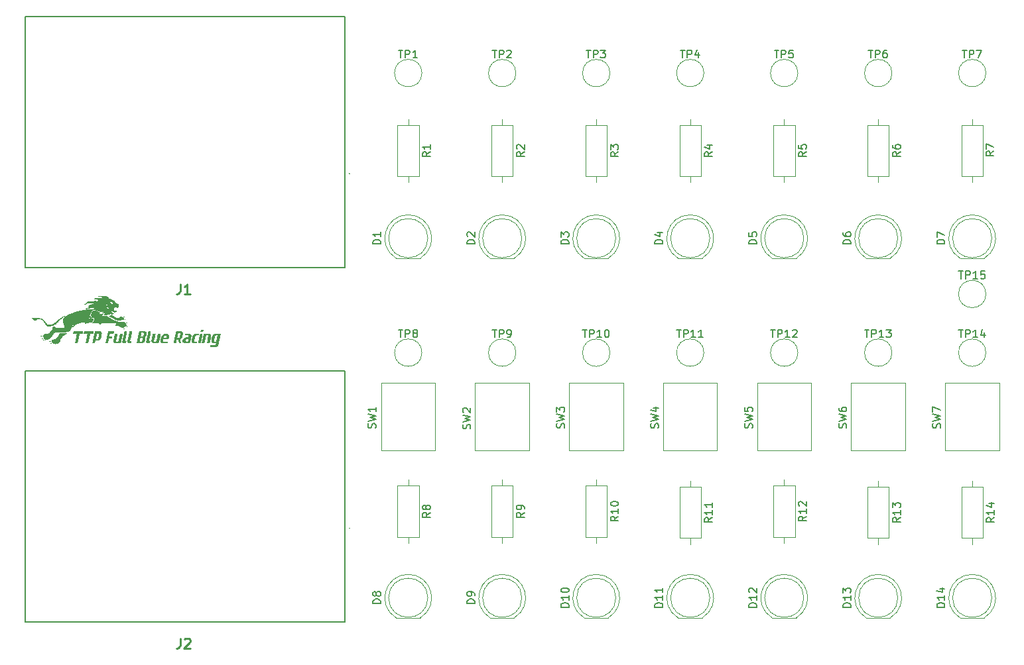
<source format=gbr>
%TF.GenerationSoftware,KiCad,Pcbnew,7.0.8*%
%TF.CreationDate,2023-11-26T15:41:55+00:00*%
%TF.ProjectId,relaybox_indicator_leds,72656c61-7962-46f7-985f-696e64696361,rev?*%
%TF.SameCoordinates,Original*%
%TF.FileFunction,Legend,Top*%
%TF.FilePolarity,Positive*%
%FSLAX46Y46*%
G04 Gerber Fmt 4.6, Leading zero omitted, Abs format (unit mm)*
G04 Created by KiCad (PCBNEW 7.0.8) date 2023-11-26 15:41:55*
%MOMM*%
%LPD*%
G01*
G04 APERTURE LIST*
%ADD10C,0.160000*%
%ADD11C,0.254000*%
%ADD12C,0.120000*%
%ADD13C,0.100000*%
%ADD14C,0.200000*%
G04 APERTURE END LIST*
D10*
X133694299Y-118444285D02*
X132694299Y-118444285D01*
X132694299Y-118444285D02*
X132694299Y-118206190D01*
X132694299Y-118206190D02*
X132741918Y-118063333D01*
X132741918Y-118063333D02*
X132837156Y-117968095D01*
X132837156Y-117968095D02*
X132932394Y-117920476D01*
X132932394Y-117920476D02*
X133122870Y-117872857D01*
X133122870Y-117872857D02*
X133265727Y-117872857D01*
X133265727Y-117872857D02*
X133456203Y-117920476D01*
X133456203Y-117920476D02*
X133551441Y-117968095D01*
X133551441Y-117968095D02*
X133646680Y-118063333D01*
X133646680Y-118063333D02*
X133694299Y-118206190D01*
X133694299Y-118206190D02*
X133694299Y-118444285D01*
X133694299Y-116920476D02*
X133694299Y-117491904D01*
X133694299Y-117206190D02*
X132694299Y-117206190D01*
X132694299Y-117206190D02*
X132837156Y-117301428D01*
X132837156Y-117301428D02*
X132932394Y-117396666D01*
X132932394Y-117396666D02*
X132980013Y-117491904D01*
X132694299Y-116587142D02*
X132694299Y-115968095D01*
X132694299Y-115968095D02*
X133075251Y-116301428D01*
X133075251Y-116301428D02*
X133075251Y-116158571D01*
X133075251Y-116158571D02*
X133122870Y-116063333D01*
X133122870Y-116063333D02*
X133170489Y-116015714D01*
X133170489Y-116015714D02*
X133265727Y-115968095D01*
X133265727Y-115968095D02*
X133503822Y-115968095D01*
X133503822Y-115968095D02*
X133599060Y-116015714D01*
X133599060Y-116015714D02*
X133646680Y-116063333D01*
X133646680Y-116063333D02*
X133694299Y-116158571D01*
X133694299Y-116158571D02*
X133694299Y-116444285D01*
X133694299Y-116444285D02*
X133646680Y-116539523D01*
X133646680Y-116539523D02*
X133599060Y-116587142D01*
X123461905Y-82956299D02*
X124033333Y-82956299D01*
X123747619Y-83956299D02*
X123747619Y-82956299D01*
X124366667Y-83956299D02*
X124366667Y-82956299D01*
X124366667Y-82956299D02*
X124747619Y-82956299D01*
X124747619Y-82956299D02*
X124842857Y-83003918D01*
X124842857Y-83003918D02*
X124890476Y-83051537D01*
X124890476Y-83051537D02*
X124938095Y-83146775D01*
X124938095Y-83146775D02*
X124938095Y-83289632D01*
X124938095Y-83289632D02*
X124890476Y-83384870D01*
X124890476Y-83384870D02*
X124842857Y-83432489D01*
X124842857Y-83432489D02*
X124747619Y-83480108D01*
X124747619Y-83480108D02*
X124366667Y-83480108D01*
X125890476Y-83956299D02*
X125319048Y-83956299D01*
X125604762Y-83956299D02*
X125604762Y-82956299D01*
X125604762Y-82956299D02*
X125509524Y-83099156D01*
X125509524Y-83099156D02*
X125414286Y-83194394D01*
X125414286Y-83194394D02*
X125319048Y-83242013D01*
X126271429Y-83051537D02*
X126319048Y-83003918D01*
X126319048Y-83003918D02*
X126414286Y-82956299D01*
X126414286Y-82956299D02*
X126652381Y-82956299D01*
X126652381Y-82956299D02*
X126747619Y-83003918D01*
X126747619Y-83003918D02*
X126795238Y-83051537D01*
X126795238Y-83051537D02*
X126842857Y-83146775D01*
X126842857Y-83146775D02*
X126842857Y-83242013D01*
X126842857Y-83242013D02*
X126795238Y-83384870D01*
X126795238Y-83384870D02*
X126223810Y-83956299D01*
X126223810Y-83956299D02*
X126842857Y-83956299D01*
X116024299Y-106982857D02*
X115548108Y-107316190D01*
X116024299Y-107554285D02*
X115024299Y-107554285D01*
X115024299Y-107554285D02*
X115024299Y-107173333D01*
X115024299Y-107173333D02*
X115071918Y-107078095D01*
X115071918Y-107078095D02*
X115119537Y-107030476D01*
X115119537Y-107030476D02*
X115214775Y-106982857D01*
X115214775Y-106982857D02*
X115357632Y-106982857D01*
X115357632Y-106982857D02*
X115452870Y-107030476D01*
X115452870Y-107030476D02*
X115500489Y-107078095D01*
X115500489Y-107078095D02*
X115548108Y-107173333D01*
X115548108Y-107173333D02*
X115548108Y-107554285D01*
X116024299Y-106030476D02*
X116024299Y-106601904D01*
X116024299Y-106316190D02*
X115024299Y-106316190D01*
X115024299Y-106316190D02*
X115167156Y-106411428D01*
X115167156Y-106411428D02*
X115262394Y-106506666D01*
X115262394Y-106506666D02*
X115310013Y-106601904D01*
X116024299Y-105078095D02*
X116024299Y-105649523D01*
X116024299Y-105363809D02*
X115024299Y-105363809D01*
X115024299Y-105363809D02*
X115167156Y-105459047D01*
X115167156Y-105459047D02*
X115262394Y-105554285D01*
X115262394Y-105554285D02*
X115310013Y-105649523D01*
X135461905Y-82956299D02*
X136033333Y-82956299D01*
X135747619Y-83956299D02*
X135747619Y-82956299D01*
X136366667Y-83956299D02*
X136366667Y-82956299D01*
X136366667Y-82956299D02*
X136747619Y-82956299D01*
X136747619Y-82956299D02*
X136842857Y-83003918D01*
X136842857Y-83003918D02*
X136890476Y-83051537D01*
X136890476Y-83051537D02*
X136938095Y-83146775D01*
X136938095Y-83146775D02*
X136938095Y-83289632D01*
X136938095Y-83289632D02*
X136890476Y-83384870D01*
X136890476Y-83384870D02*
X136842857Y-83432489D01*
X136842857Y-83432489D02*
X136747619Y-83480108D01*
X136747619Y-83480108D02*
X136366667Y-83480108D01*
X137890476Y-83956299D02*
X137319048Y-83956299D01*
X137604762Y-83956299D02*
X137604762Y-82956299D01*
X137604762Y-82956299D02*
X137509524Y-83099156D01*
X137509524Y-83099156D02*
X137414286Y-83194394D01*
X137414286Y-83194394D02*
X137319048Y-83242013D01*
X138223810Y-82956299D02*
X138842857Y-82956299D01*
X138842857Y-82956299D02*
X138509524Y-83337251D01*
X138509524Y-83337251D02*
X138652381Y-83337251D01*
X138652381Y-83337251D02*
X138747619Y-83384870D01*
X138747619Y-83384870D02*
X138795238Y-83432489D01*
X138795238Y-83432489D02*
X138842857Y-83527727D01*
X138842857Y-83527727D02*
X138842857Y-83765822D01*
X138842857Y-83765822D02*
X138795238Y-83861060D01*
X138795238Y-83861060D02*
X138747619Y-83908680D01*
X138747619Y-83908680D02*
X138652381Y-83956299D01*
X138652381Y-83956299D02*
X138366667Y-83956299D01*
X138366667Y-83956299D02*
X138271429Y-83908680D01*
X138271429Y-83908680D02*
X138223810Y-83861060D01*
X133694299Y-72008094D02*
X132694299Y-72008094D01*
X132694299Y-72008094D02*
X132694299Y-71769999D01*
X132694299Y-71769999D02*
X132741918Y-71627142D01*
X132741918Y-71627142D02*
X132837156Y-71531904D01*
X132837156Y-71531904D02*
X132932394Y-71484285D01*
X132932394Y-71484285D02*
X133122870Y-71436666D01*
X133122870Y-71436666D02*
X133265727Y-71436666D01*
X133265727Y-71436666D02*
X133456203Y-71484285D01*
X133456203Y-71484285D02*
X133551441Y-71531904D01*
X133551441Y-71531904D02*
X133646680Y-71627142D01*
X133646680Y-71627142D02*
X133694299Y-71769999D01*
X133694299Y-71769999D02*
X133694299Y-72008094D01*
X132694299Y-70579523D02*
X132694299Y-70769999D01*
X132694299Y-70769999D02*
X132741918Y-70865237D01*
X132741918Y-70865237D02*
X132789537Y-70912856D01*
X132789537Y-70912856D02*
X132932394Y-71008094D01*
X132932394Y-71008094D02*
X133122870Y-71055713D01*
X133122870Y-71055713D02*
X133503822Y-71055713D01*
X133503822Y-71055713D02*
X133599060Y-71008094D01*
X133599060Y-71008094D02*
X133646680Y-70960475D01*
X133646680Y-70960475D02*
X133694299Y-70865237D01*
X133694299Y-70865237D02*
X133694299Y-70674761D01*
X133694299Y-70674761D02*
X133646680Y-70579523D01*
X133646680Y-70579523D02*
X133599060Y-70531904D01*
X133599060Y-70531904D02*
X133503822Y-70484285D01*
X133503822Y-70484285D02*
X133265727Y-70484285D01*
X133265727Y-70484285D02*
X133170489Y-70531904D01*
X133170489Y-70531904D02*
X133122870Y-70579523D01*
X133122870Y-70579523D02*
X133075251Y-70674761D01*
X133075251Y-70674761D02*
X133075251Y-70865237D01*
X133075251Y-70865237D02*
X133122870Y-70960475D01*
X133122870Y-70960475D02*
X133170489Y-71008094D01*
X133170489Y-71008094D02*
X133265727Y-71055713D01*
D11*
X48076667Y-77104318D02*
X48076667Y-78011461D01*
X48076667Y-78011461D02*
X48016190Y-78192889D01*
X48016190Y-78192889D02*
X47895238Y-78313842D01*
X47895238Y-78313842D02*
X47713809Y-78374318D01*
X47713809Y-78374318D02*
X47592857Y-78374318D01*
X49346667Y-78374318D02*
X48620952Y-78374318D01*
X48983809Y-78374318D02*
X48983809Y-77104318D01*
X48983809Y-77104318D02*
X48862857Y-77285746D01*
X48862857Y-77285746D02*
X48741905Y-77406699D01*
X48741905Y-77406699D02*
X48620952Y-77467175D01*
D10*
X87938095Y-47216299D02*
X88509523Y-47216299D01*
X88223809Y-48216299D02*
X88223809Y-47216299D01*
X88842857Y-48216299D02*
X88842857Y-47216299D01*
X88842857Y-47216299D02*
X89223809Y-47216299D01*
X89223809Y-47216299D02*
X89319047Y-47263918D01*
X89319047Y-47263918D02*
X89366666Y-47311537D01*
X89366666Y-47311537D02*
X89414285Y-47406775D01*
X89414285Y-47406775D02*
X89414285Y-47549632D01*
X89414285Y-47549632D02*
X89366666Y-47644870D01*
X89366666Y-47644870D02*
X89319047Y-47692489D01*
X89319047Y-47692489D02*
X89223809Y-47740108D01*
X89223809Y-47740108D02*
X88842857Y-47740108D01*
X89795238Y-47311537D02*
X89842857Y-47263918D01*
X89842857Y-47263918D02*
X89938095Y-47216299D01*
X89938095Y-47216299D02*
X90176190Y-47216299D01*
X90176190Y-47216299D02*
X90271428Y-47263918D01*
X90271428Y-47263918D02*
X90319047Y-47311537D01*
X90319047Y-47311537D02*
X90366666Y-47406775D01*
X90366666Y-47406775D02*
X90366666Y-47502013D01*
X90366666Y-47502013D02*
X90319047Y-47644870D01*
X90319047Y-47644870D02*
X89747619Y-48216299D01*
X89747619Y-48216299D02*
X90366666Y-48216299D01*
X99461905Y-82956299D02*
X100033333Y-82956299D01*
X99747619Y-83956299D02*
X99747619Y-82956299D01*
X100366667Y-83956299D02*
X100366667Y-82956299D01*
X100366667Y-82956299D02*
X100747619Y-82956299D01*
X100747619Y-82956299D02*
X100842857Y-83003918D01*
X100842857Y-83003918D02*
X100890476Y-83051537D01*
X100890476Y-83051537D02*
X100938095Y-83146775D01*
X100938095Y-83146775D02*
X100938095Y-83289632D01*
X100938095Y-83289632D02*
X100890476Y-83384870D01*
X100890476Y-83384870D02*
X100842857Y-83432489D01*
X100842857Y-83432489D02*
X100747619Y-83480108D01*
X100747619Y-83480108D02*
X100366667Y-83480108D01*
X101890476Y-83956299D02*
X101319048Y-83956299D01*
X101604762Y-83956299D02*
X101604762Y-82956299D01*
X101604762Y-82956299D02*
X101509524Y-83099156D01*
X101509524Y-83099156D02*
X101414286Y-83194394D01*
X101414286Y-83194394D02*
X101319048Y-83242013D01*
X102509524Y-82956299D02*
X102604762Y-82956299D01*
X102604762Y-82956299D02*
X102700000Y-83003918D01*
X102700000Y-83003918D02*
X102747619Y-83051537D01*
X102747619Y-83051537D02*
X102795238Y-83146775D01*
X102795238Y-83146775D02*
X102842857Y-83337251D01*
X102842857Y-83337251D02*
X102842857Y-83575346D01*
X102842857Y-83575346D02*
X102795238Y-83765822D01*
X102795238Y-83765822D02*
X102747619Y-83861060D01*
X102747619Y-83861060D02*
X102700000Y-83908680D01*
X102700000Y-83908680D02*
X102604762Y-83956299D01*
X102604762Y-83956299D02*
X102509524Y-83956299D01*
X102509524Y-83956299D02*
X102414286Y-83908680D01*
X102414286Y-83908680D02*
X102366667Y-83861060D01*
X102366667Y-83861060D02*
X102319048Y-83765822D01*
X102319048Y-83765822D02*
X102271429Y-83575346D01*
X102271429Y-83575346D02*
X102271429Y-83337251D01*
X102271429Y-83337251D02*
X102319048Y-83146775D01*
X102319048Y-83146775D02*
X102366667Y-83051537D01*
X102366667Y-83051537D02*
X102414286Y-83003918D01*
X102414286Y-83003918D02*
X102509524Y-82956299D01*
X135938095Y-47216299D02*
X136509523Y-47216299D01*
X136223809Y-48216299D02*
X136223809Y-47216299D01*
X136842857Y-48216299D02*
X136842857Y-47216299D01*
X136842857Y-47216299D02*
X137223809Y-47216299D01*
X137223809Y-47216299D02*
X137319047Y-47263918D01*
X137319047Y-47263918D02*
X137366666Y-47311537D01*
X137366666Y-47311537D02*
X137414285Y-47406775D01*
X137414285Y-47406775D02*
X137414285Y-47549632D01*
X137414285Y-47549632D02*
X137366666Y-47644870D01*
X137366666Y-47644870D02*
X137319047Y-47692489D01*
X137319047Y-47692489D02*
X137223809Y-47740108D01*
X137223809Y-47740108D02*
X136842857Y-47740108D01*
X138271428Y-47216299D02*
X138080952Y-47216299D01*
X138080952Y-47216299D02*
X137985714Y-47263918D01*
X137985714Y-47263918D02*
X137938095Y-47311537D01*
X137938095Y-47311537D02*
X137842857Y-47454394D01*
X137842857Y-47454394D02*
X137795238Y-47644870D01*
X137795238Y-47644870D02*
X137795238Y-48025822D01*
X137795238Y-48025822D02*
X137842857Y-48121060D01*
X137842857Y-48121060D02*
X137890476Y-48168680D01*
X137890476Y-48168680D02*
X137985714Y-48216299D01*
X137985714Y-48216299D02*
X138176190Y-48216299D01*
X138176190Y-48216299D02*
X138271428Y-48168680D01*
X138271428Y-48168680D02*
X138319047Y-48121060D01*
X138319047Y-48121060D02*
X138366666Y-48025822D01*
X138366666Y-48025822D02*
X138366666Y-47787727D01*
X138366666Y-47787727D02*
X138319047Y-47692489D01*
X138319047Y-47692489D02*
X138271428Y-47644870D01*
X138271428Y-47644870D02*
X138176190Y-47597251D01*
X138176190Y-47597251D02*
X137985714Y-47597251D01*
X137985714Y-47597251D02*
X137890476Y-47644870D01*
X137890476Y-47644870D02*
X137842857Y-47692489D01*
X137842857Y-47692489D02*
X137795238Y-47787727D01*
X92024299Y-106346666D02*
X91548108Y-106679999D01*
X92024299Y-106918094D02*
X91024299Y-106918094D01*
X91024299Y-106918094D02*
X91024299Y-106537142D01*
X91024299Y-106537142D02*
X91071918Y-106441904D01*
X91071918Y-106441904D02*
X91119537Y-106394285D01*
X91119537Y-106394285D02*
X91214775Y-106346666D01*
X91214775Y-106346666D02*
X91357632Y-106346666D01*
X91357632Y-106346666D02*
X91452870Y-106394285D01*
X91452870Y-106394285D02*
X91500489Y-106441904D01*
X91500489Y-106441904D02*
X91548108Y-106537142D01*
X91548108Y-106537142D02*
X91548108Y-106918094D01*
X92024299Y-105870475D02*
X92024299Y-105679999D01*
X92024299Y-105679999D02*
X91976680Y-105584761D01*
X91976680Y-105584761D02*
X91929060Y-105537142D01*
X91929060Y-105537142D02*
X91786203Y-105441904D01*
X91786203Y-105441904D02*
X91595727Y-105394285D01*
X91595727Y-105394285D02*
X91214775Y-105394285D01*
X91214775Y-105394285D02*
X91119537Y-105441904D01*
X91119537Y-105441904D02*
X91071918Y-105489523D01*
X91071918Y-105489523D02*
X91024299Y-105584761D01*
X91024299Y-105584761D02*
X91024299Y-105775237D01*
X91024299Y-105775237D02*
X91071918Y-105870475D01*
X91071918Y-105870475D02*
X91119537Y-105918094D01*
X91119537Y-105918094D02*
X91214775Y-105965713D01*
X91214775Y-105965713D02*
X91452870Y-105965713D01*
X91452870Y-105965713D02*
X91548108Y-105918094D01*
X91548108Y-105918094D02*
X91595727Y-105870475D01*
X91595727Y-105870475D02*
X91643346Y-105775237D01*
X91643346Y-105775237D02*
X91643346Y-105584761D01*
X91643346Y-105584761D02*
X91595727Y-105489523D01*
X91595727Y-105489523D02*
X91548108Y-105441904D01*
X91548108Y-105441904D02*
X91452870Y-105394285D01*
X85694299Y-117968094D02*
X84694299Y-117968094D01*
X84694299Y-117968094D02*
X84694299Y-117729999D01*
X84694299Y-117729999D02*
X84741918Y-117587142D01*
X84741918Y-117587142D02*
X84837156Y-117491904D01*
X84837156Y-117491904D02*
X84932394Y-117444285D01*
X84932394Y-117444285D02*
X85122870Y-117396666D01*
X85122870Y-117396666D02*
X85265727Y-117396666D01*
X85265727Y-117396666D02*
X85456203Y-117444285D01*
X85456203Y-117444285D02*
X85551441Y-117491904D01*
X85551441Y-117491904D02*
X85646680Y-117587142D01*
X85646680Y-117587142D02*
X85694299Y-117729999D01*
X85694299Y-117729999D02*
X85694299Y-117968094D01*
X85694299Y-116920475D02*
X85694299Y-116729999D01*
X85694299Y-116729999D02*
X85646680Y-116634761D01*
X85646680Y-116634761D02*
X85599060Y-116587142D01*
X85599060Y-116587142D02*
X85456203Y-116491904D01*
X85456203Y-116491904D02*
X85265727Y-116444285D01*
X85265727Y-116444285D02*
X84884775Y-116444285D01*
X84884775Y-116444285D02*
X84789537Y-116491904D01*
X84789537Y-116491904D02*
X84741918Y-116539523D01*
X84741918Y-116539523D02*
X84694299Y-116634761D01*
X84694299Y-116634761D02*
X84694299Y-116825237D01*
X84694299Y-116825237D02*
X84741918Y-116920475D01*
X84741918Y-116920475D02*
X84789537Y-116968094D01*
X84789537Y-116968094D02*
X84884775Y-117015713D01*
X84884775Y-117015713D02*
X85122870Y-117015713D01*
X85122870Y-117015713D02*
X85218108Y-116968094D01*
X85218108Y-116968094D02*
X85265727Y-116920475D01*
X85265727Y-116920475D02*
X85313346Y-116825237D01*
X85313346Y-116825237D02*
X85313346Y-116634761D01*
X85313346Y-116634761D02*
X85265727Y-116539523D01*
X85265727Y-116539523D02*
X85218108Y-116491904D01*
X85218108Y-116491904D02*
X85122870Y-116444285D01*
X97694299Y-72008094D02*
X96694299Y-72008094D01*
X96694299Y-72008094D02*
X96694299Y-71769999D01*
X96694299Y-71769999D02*
X96741918Y-71627142D01*
X96741918Y-71627142D02*
X96837156Y-71531904D01*
X96837156Y-71531904D02*
X96932394Y-71484285D01*
X96932394Y-71484285D02*
X97122870Y-71436666D01*
X97122870Y-71436666D02*
X97265727Y-71436666D01*
X97265727Y-71436666D02*
X97456203Y-71484285D01*
X97456203Y-71484285D02*
X97551441Y-71531904D01*
X97551441Y-71531904D02*
X97646680Y-71627142D01*
X97646680Y-71627142D02*
X97694299Y-71769999D01*
X97694299Y-71769999D02*
X97694299Y-72008094D01*
X96694299Y-71103332D02*
X96694299Y-70484285D01*
X96694299Y-70484285D02*
X97075251Y-70817618D01*
X97075251Y-70817618D02*
X97075251Y-70674761D01*
X97075251Y-70674761D02*
X97122870Y-70579523D01*
X97122870Y-70579523D02*
X97170489Y-70531904D01*
X97170489Y-70531904D02*
X97265727Y-70484285D01*
X97265727Y-70484285D02*
X97503822Y-70484285D01*
X97503822Y-70484285D02*
X97599060Y-70531904D01*
X97599060Y-70531904D02*
X97646680Y-70579523D01*
X97646680Y-70579523D02*
X97694299Y-70674761D01*
X97694299Y-70674761D02*
X97694299Y-70960475D01*
X97694299Y-70960475D02*
X97646680Y-71055713D01*
X97646680Y-71055713D02*
X97599060Y-71103332D01*
X109694299Y-72008094D02*
X108694299Y-72008094D01*
X108694299Y-72008094D02*
X108694299Y-71769999D01*
X108694299Y-71769999D02*
X108741918Y-71627142D01*
X108741918Y-71627142D02*
X108837156Y-71531904D01*
X108837156Y-71531904D02*
X108932394Y-71484285D01*
X108932394Y-71484285D02*
X109122870Y-71436666D01*
X109122870Y-71436666D02*
X109265727Y-71436666D01*
X109265727Y-71436666D02*
X109456203Y-71484285D01*
X109456203Y-71484285D02*
X109551441Y-71531904D01*
X109551441Y-71531904D02*
X109646680Y-71627142D01*
X109646680Y-71627142D02*
X109694299Y-71769999D01*
X109694299Y-71769999D02*
X109694299Y-72008094D01*
X109027632Y-70579523D02*
X109694299Y-70579523D01*
X108646680Y-70817618D02*
X109360965Y-71055713D01*
X109360965Y-71055713D02*
X109360965Y-70436666D01*
X151954299Y-60166666D02*
X151478108Y-60499999D01*
X151954299Y-60738094D02*
X150954299Y-60738094D01*
X150954299Y-60738094D02*
X150954299Y-60357142D01*
X150954299Y-60357142D02*
X151001918Y-60261904D01*
X151001918Y-60261904D02*
X151049537Y-60214285D01*
X151049537Y-60214285D02*
X151144775Y-60166666D01*
X151144775Y-60166666D02*
X151287632Y-60166666D01*
X151287632Y-60166666D02*
X151382870Y-60214285D01*
X151382870Y-60214285D02*
X151430489Y-60261904D01*
X151430489Y-60261904D02*
X151478108Y-60357142D01*
X151478108Y-60357142D02*
X151478108Y-60738094D01*
X150954299Y-59833332D02*
X150954299Y-59166666D01*
X150954299Y-59166666D02*
X151954299Y-59595237D01*
X152024299Y-106982857D02*
X151548108Y-107316190D01*
X152024299Y-107554285D02*
X151024299Y-107554285D01*
X151024299Y-107554285D02*
X151024299Y-107173333D01*
X151024299Y-107173333D02*
X151071918Y-107078095D01*
X151071918Y-107078095D02*
X151119537Y-107030476D01*
X151119537Y-107030476D02*
X151214775Y-106982857D01*
X151214775Y-106982857D02*
X151357632Y-106982857D01*
X151357632Y-106982857D02*
X151452870Y-107030476D01*
X151452870Y-107030476D02*
X151500489Y-107078095D01*
X151500489Y-107078095D02*
X151548108Y-107173333D01*
X151548108Y-107173333D02*
X151548108Y-107554285D01*
X152024299Y-106030476D02*
X152024299Y-106601904D01*
X152024299Y-106316190D02*
X151024299Y-106316190D01*
X151024299Y-106316190D02*
X151167156Y-106411428D01*
X151167156Y-106411428D02*
X151262394Y-106506666D01*
X151262394Y-106506666D02*
X151310013Y-106601904D01*
X151357632Y-105173333D02*
X152024299Y-105173333D01*
X150976680Y-105411428D02*
X151690965Y-105649523D01*
X151690965Y-105649523D02*
X151690965Y-105030476D01*
X147938095Y-47216299D02*
X148509523Y-47216299D01*
X148223809Y-48216299D02*
X148223809Y-47216299D01*
X148842857Y-48216299D02*
X148842857Y-47216299D01*
X148842857Y-47216299D02*
X149223809Y-47216299D01*
X149223809Y-47216299D02*
X149319047Y-47263918D01*
X149319047Y-47263918D02*
X149366666Y-47311537D01*
X149366666Y-47311537D02*
X149414285Y-47406775D01*
X149414285Y-47406775D02*
X149414285Y-47549632D01*
X149414285Y-47549632D02*
X149366666Y-47644870D01*
X149366666Y-47644870D02*
X149319047Y-47692489D01*
X149319047Y-47692489D02*
X149223809Y-47740108D01*
X149223809Y-47740108D02*
X148842857Y-47740108D01*
X149747619Y-47216299D02*
X150414285Y-47216299D01*
X150414285Y-47216299D02*
X149985714Y-48216299D01*
D11*
X48076667Y-122404318D02*
X48076667Y-123311461D01*
X48076667Y-123311461D02*
X48016190Y-123492889D01*
X48016190Y-123492889D02*
X47895238Y-123613842D01*
X47895238Y-123613842D02*
X47713809Y-123674318D01*
X47713809Y-123674318D02*
X47592857Y-123674318D01*
X48620952Y-122525270D02*
X48681428Y-122464794D01*
X48681428Y-122464794D02*
X48802381Y-122404318D01*
X48802381Y-122404318D02*
X49104762Y-122404318D01*
X49104762Y-122404318D02*
X49225714Y-122464794D01*
X49225714Y-122464794D02*
X49286190Y-122525270D01*
X49286190Y-122525270D02*
X49346667Y-122646222D01*
X49346667Y-122646222D02*
X49346667Y-122767175D01*
X49346667Y-122767175D02*
X49286190Y-122948603D01*
X49286190Y-122948603D02*
X48560476Y-123674318D01*
X48560476Y-123674318D02*
X49346667Y-123674318D01*
D10*
X121694299Y-118444285D02*
X120694299Y-118444285D01*
X120694299Y-118444285D02*
X120694299Y-118206190D01*
X120694299Y-118206190D02*
X120741918Y-118063333D01*
X120741918Y-118063333D02*
X120837156Y-117968095D01*
X120837156Y-117968095D02*
X120932394Y-117920476D01*
X120932394Y-117920476D02*
X121122870Y-117872857D01*
X121122870Y-117872857D02*
X121265727Y-117872857D01*
X121265727Y-117872857D02*
X121456203Y-117920476D01*
X121456203Y-117920476D02*
X121551441Y-117968095D01*
X121551441Y-117968095D02*
X121646680Y-118063333D01*
X121646680Y-118063333D02*
X121694299Y-118206190D01*
X121694299Y-118206190D02*
X121694299Y-118444285D01*
X121694299Y-116920476D02*
X121694299Y-117491904D01*
X121694299Y-117206190D02*
X120694299Y-117206190D01*
X120694299Y-117206190D02*
X120837156Y-117301428D01*
X120837156Y-117301428D02*
X120932394Y-117396666D01*
X120932394Y-117396666D02*
X120980013Y-117491904D01*
X120789537Y-116539523D02*
X120741918Y-116491904D01*
X120741918Y-116491904D02*
X120694299Y-116396666D01*
X120694299Y-116396666D02*
X120694299Y-116158571D01*
X120694299Y-116158571D02*
X120741918Y-116063333D01*
X120741918Y-116063333D02*
X120789537Y-116015714D01*
X120789537Y-116015714D02*
X120884775Y-115968095D01*
X120884775Y-115968095D02*
X120980013Y-115968095D01*
X120980013Y-115968095D02*
X121122870Y-116015714D01*
X121122870Y-116015714D02*
X121694299Y-116587142D01*
X121694299Y-116587142D02*
X121694299Y-115968095D01*
X104024299Y-106822857D02*
X103548108Y-107156190D01*
X104024299Y-107394285D02*
X103024299Y-107394285D01*
X103024299Y-107394285D02*
X103024299Y-107013333D01*
X103024299Y-107013333D02*
X103071918Y-106918095D01*
X103071918Y-106918095D02*
X103119537Y-106870476D01*
X103119537Y-106870476D02*
X103214775Y-106822857D01*
X103214775Y-106822857D02*
X103357632Y-106822857D01*
X103357632Y-106822857D02*
X103452870Y-106870476D01*
X103452870Y-106870476D02*
X103500489Y-106918095D01*
X103500489Y-106918095D02*
X103548108Y-107013333D01*
X103548108Y-107013333D02*
X103548108Y-107394285D01*
X104024299Y-105870476D02*
X104024299Y-106441904D01*
X104024299Y-106156190D02*
X103024299Y-106156190D01*
X103024299Y-106156190D02*
X103167156Y-106251428D01*
X103167156Y-106251428D02*
X103262394Y-106346666D01*
X103262394Y-106346666D02*
X103310013Y-106441904D01*
X103024299Y-105251428D02*
X103024299Y-105156190D01*
X103024299Y-105156190D02*
X103071918Y-105060952D01*
X103071918Y-105060952D02*
X103119537Y-105013333D01*
X103119537Y-105013333D02*
X103214775Y-104965714D01*
X103214775Y-104965714D02*
X103405251Y-104918095D01*
X103405251Y-104918095D02*
X103643346Y-104918095D01*
X103643346Y-104918095D02*
X103833822Y-104965714D01*
X103833822Y-104965714D02*
X103929060Y-105013333D01*
X103929060Y-105013333D02*
X103976680Y-105060952D01*
X103976680Y-105060952D02*
X104024299Y-105156190D01*
X104024299Y-105156190D02*
X104024299Y-105251428D01*
X104024299Y-105251428D02*
X103976680Y-105346666D01*
X103976680Y-105346666D02*
X103929060Y-105394285D01*
X103929060Y-105394285D02*
X103833822Y-105441904D01*
X103833822Y-105441904D02*
X103643346Y-105489523D01*
X103643346Y-105489523D02*
X103405251Y-105489523D01*
X103405251Y-105489523D02*
X103214775Y-105441904D01*
X103214775Y-105441904D02*
X103119537Y-105394285D01*
X103119537Y-105394285D02*
X103071918Y-105346666D01*
X103071918Y-105346666D02*
X103024299Y-105251428D01*
X128024299Y-60246666D02*
X127548108Y-60579999D01*
X128024299Y-60818094D02*
X127024299Y-60818094D01*
X127024299Y-60818094D02*
X127024299Y-60437142D01*
X127024299Y-60437142D02*
X127071918Y-60341904D01*
X127071918Y-60341904D02*
X127119537Y-60294285D01*
X127119537Y-60294285D02*
X127214775Y-60246666D01*
X127214775Y-60246666D02*
X127357632Y-60246666D01*
X127357632Y-60246666D02*
X127452870Y-60294285D01*
X127452870Y-60294285D02*
X127500489Y-60341904D01*
X127500489Y-60341904D02*
X127548108Y-60437142D01*
X127548108Y-60437142D02*
X127548108Y-60818094D01*
X127024299Y-59341904D02*
X127024299Y-59818094D01*
X127024299Y-59818094D02*
X127500489Y-59865713D01*
X127500489Y-59865713D02*
X127452870Y-59818094D01*
X127452870Y-59818094D02*
X127405251Y-59722856D01*
X127405251Y-59722856D02*
X127405251Y-59484761D01*
X127405251Y-59484761D02*
X127452870Y-59389523D01*
X127452870Y-59389523D02*
X127500489Y-59341904D01*
X127500489Y-59341904D02*
X127595727Y-59294285D01*
X127595727Y-59294285D02*
X127833822Y-59294285D01*
X127833822Y-59294285D02*
X127929060Y-59341904D01*
X127929060Y-59341904D02*
X127976680Y-59389523D01*
X127976680Y-59389523D02*
X128024299Y-59484761D01*
X128024299Y-59484761D02*
X128024299Y-59722856D01*
X128024299Y-59722856D02*
X127976680Y-59818094D01*
X127976680Y-59818094D02*
X127929060Y-59865713D01*
X99938095Y-47216299D02*
X100509523Y-47216299D01*
X100223809Y-48216299D02*
X100223809Y-47216299D01*
X100842857Y-48216299D02*
X100842857Y-47216299D01*
X100842857Y-47216299D02*
X101223809Y-47216299D01*
X101223809Y-47216299D02*
X101319047Y-47263918D01*
X101319047Y-47263918D02*
X101366666Y-47311537D01*
X101366666Y-47311537D02*
X101414285Y-47406775D01*
X101414285Y-47406775D02*
X101414285Y-47549632D01*
X101414285Y-47549632D02*
X101366666Y-47644870D01*
X101366666Y-47644870D02*
X101319047Y-47692489D01*
X101319047Y-47692489D02*
X101223809Y-47740108D01*
X101223809Y-47740108D02*
X100842857Y-47740108D01*
X101747619Y-47216299D02*
X102366666Y-47216299D01*
X102366666Y-47216299D02*
X102033333Y-47597251D01*
X102033333Y-47597251D02*
X102176190Y-47597251D01*
X102176190Y-47597251D02*
X102271428Y-47644870D01*
X102271428Y-47644870D02*
X102319047Y-47692489D01*
X102319047Y-47692489D02*
X102366666Y-47787727D01*
X102366666Y-47787727D02*
X102366666Y-48025822D01*
X102366666Y-48025822D02*
X102319047Y-48121060D01*
X102319047Y-48121060D02*
X102271428Y-48168680D01*
X102271428Y-48168680D02*
X102176190Y-48216299D01*
X102176190Y-48216299D02*
X101890476Y-48216299D01*
X101890476Y-48216299D02*
X101795238Y-48168680D01*
X101795238Y-48168680D02*
X101747619Y-48121060D01*
X140024299Y-106982857D02*
X139548108Y-107316190D01*
X140024299Y-107554285D02*
X139024299Y-107554285D01*
X139024299Y-107554285D02*
X139024299Y-107173333D01*
X139024299Y-107173333D02*
X139071918Y-107078095D01*
X139071918Y-107078095D02*
X139119537Y-107030476D01*
X139119537Y-107030476D02*
X139214775Y-106982857D01*
X139214775Y-106982857D02*
X139357632Y-106982857D01*
X139357632Y-106982857D02*
X139452870Y-107030476D01*
X139452870Y-107030476D02*
X139500489Y-107078095D01*
X139500489Y-107078095D02*
X139548108Y-107173333D01*
X139548108Y-107173333D02*
X139548108Y-107554285D01*
X140024299Y-106030476D02*
X140024299Y-106601904D01*
X140024299Y-106316190D02*
X139024299Y-106316190D01*
X139024299Y-106316190D02*
X139167156Y-106411428D01*
X139167156Y-106411428D02*
X139262394Y-106506666D01*
X139262394Y-106506666D02*
X139310013Y-106601904D01*
X139024299Y-105697142D02*
X139024299Y-105078095D01*
X139024299Y-105078095D02*
X139405251Y-105411428D01*
X139405251Y-105411428D02*
X139405251Y-105268571D01*
X139405251Y-105268571D02*
X139452870Y-105173333D01*
X139452870Y-105173333D02*
X139500489Y-105125714D01*
X139500489Y-105125714D02*
X139595727Y-105078095D01*
X139595727Y-105078095D02*
X139833822Y-105078095D01*
X139833822Y-105078095D02*
X139929060Y-105125714D01*
X139929060Y-105125714D02*
X139976680Y-105173333D01*
X139976680Y-105173333D02*
X140024299Y-105268571D01*
X140024299Y-105268571D02*
X140024299Y-105554285D01*
X140024299Y-105554285D02*
X139976680Y-105649523D01*
X139976680Y-105649523D02*
X139929060Y-105697142D01*
X85694299Y-72008094D02*
X84694299Y-72008094D01*
X84694299Y-72008094D02*
X84694299Y-71769999D01*
X84694299Y-71769999D02*
X84741918Y-71627142D01*
X84741918Y-71627142D02*
X84837156Y-71531904D01*
X84837156Y-71531904D02*
X84932394Y-71484285D01*
X84932394Y-71484285D02*
X85122870Y-71436666D01*
X85122870Y-71436666D02*
X85265727Y-71436666D01*
X85265727Y-71436666D02*
X85456203Y-71484285D01*
X85456203Y-71484285D02*
X85551441Y-71531904D01*
X85551441Y-71531904D02*
X85646680Y-71627142D01*
X85646680Y-71627142D02*
X85694299Y-71769999D01*
X85694299Y-71769999D02*
X85694299Y-72008094D01*
X84789537Y-71055713D02*
X84741918Y-71008094D01*
X84741918Y-71008094D02*
X84694299Y-70912856D01*
X84694299Y-70912856D02*
X84694299Y-70674761D01*
X84694299Y-70674761D02*
X84741918Y-70579523D01*
X84741918Y-70579523D02*
X84789537Y-70531904D01*
X84789537Y-70531904D02*
X84884775Y-70484285D01*
X84884775Y-70484285D02*
X84980013Y-70484285D01*
X84980013Y-70484285D02*
X85122870Y-70531904D01*
X85122870Y-70531904D02*
X85694299Y-71103332D01*
X85694299Y-71103332D02*
X85694299Y-70484285D01*
X123938095Y-47216299D02*
X124509523Y-47216299D01*
X124223809Y-48216299D02*
X124223809Y-47216299D01*
X124842857Y-48216299D02*
X124842857Y-47216299D01*
X124842857Y-47216299D02*
X125223809Y-47216299D01*
X125223809Y-47216299D02*
X125319047Y-47263918D01*
X125319047Y-47263918D02*
X125366666Y-47311537D01*
X125366666Y-47311537D02*
X125414285Y-47406775D01*
X125414285Y-47406775D02*
X125414285Y-47549632D01*
X125414285Y-47549632D02*
X125366666Y-47644870D01*
X125366666Y-47644870D02*
X125319047Y-47692489D01*
X125319047Y-47692489D02*
X125223809Y-47740108D01*
X125223809Y-47740108D02*
X124842857Y-47740108D01*
X126319047Y-47216299D02*
X125842857Y-47216299D01*
X125842857Y-47216299D02*
X125795238Y-47692489D01*
X125795238Y-47692489D02*
X125842857Y-47644870D01*
X125842857Y-47644870D02*
X125938095Y-47597251D01*
X125938095Y-47597251D02*
X126176190Y-47597251D01*
X126176190Y-47597251D02*
X126271428Y-47644870D01*
X126271428Y-47644870D02*
X126319047Y-47692489D01*
X126319047Y-47692489D02*
X126366666Y-47787727D01*
X126366666Y-47787727D02*
X126366666Y-48025822D01*
X126366666Y-48025822D02*
X126319047Y-48121060D01*
X126319047Y-48121060D02*
X126271428Y-48168680D01*
X126271428Y-48168680D02*
X126176190Y-48216299D01*
X126176190Y-48216299D02*
X125938095Y-48216299D01*
X125938095Y-48216299D02*
X125842857Y-48168680D01*
X125842857Y-48168680D02*
X125795238Y-48121060D01*
X128024299Y-106822857D02*
X127548108Y-107156190D01*
X128024299Y-107394285D02*
X127024299Y-107394285D01*
X127024299Y-107394285D02*
X127024299Y-107013333D01*
X127024299Y-107013333D02*
X127071918Y-106918095D01*
X127071918Y-106918095D02*
X127119537Y-106870476D01*
X127119537Y-106870476D02*
X127214775Y-106822857D01*
X127214775Y-106822857D02*
X127357632Y-106822857D01*
X127357632Y-106822857D02*
X127452870Y-106870476D01*
X127452870Y-106870476D02*
X127500489Y-106918095D01*
X127500489Y-106918095D02*
X127548108Y-107013333D01*
X127548108Y-107013333D02*
X127548108Y-107394285D01*
X128024299Y-105870476D02*
X128024299Y-106441904D01*
X128024299Y-106156190D02*
X127024299Y-106156190D01*
X127024299Y-106156190D02*
X127167156Y-106251428D01*
X127167156Y-106251428D02*
X127262394Y-106346666D01*
X127262394Y-106346666D02*
X127310013Y-106441904D01*
X127119537Y-105489523D02*
X127071918Y-105441904D01*
X127071918Y-105441904D02*
X127024299Y-105346666D01*
X127024299Y-105346666D02*
X127024299Y-105108571D01*
X127024299Y-105108571D02*
X127071918Y-105013333D01*
X127071918Y-105013333D02*
X127119537Y-104965714D01*
X127119537Y-104965714D02*
X127214775Y-104918095D01*
X127214775Y-104918095D02*
X127310013Y-104918095D01*
X127310013Y-104918095D02*
X127452870Y-104965714D01*
X127452870Y-104965714D02*
X128024299Y-105537142D01*
X128024299Y-105537142D02*
X128024299Y-104918095D01*
X145106680Y-95533332D02*
X145154299Y-95390475D01*
X145154299Y-95390475D02*
X145154299Y-95152380D01*
X145154299Y-95152380D02*
X145106680Y-95057142D01*
X145106680Y-95057142D02*
X145059060Y-95009523D01*
X145059060Y-95009523D02*
X144963822Y-94961904D01*
X144963822Y-94961904D02*
X144868584Y-94961904D01*
X144868584Y-94961904D02*
X144773346Y-95009523D01*
X144773346Y-95009523D02*
X144725727Y-95057142D01*
X144725727Y-95057142D02*
X144678108Y-95152380D01*
X144678108Y-95152380D02*
X144630489Y-95342856D01*
X144630489Y-95342856D02*
X144582870Y-95438094D01*
X144582870Y-95438094D02*
X144535251Y-95485713D01*
X144535251Y-95485713D02*
X144440013Y-95533332D01*
X144440013Y-95533332D02*
X144344775Y-95533332D01*
X144344775Y-95533332D02*
X144249537Y-95485713D01*
X144249537Y-95485713D02*
X144201918Y-95438094D01*
X144201918Y-95438094D02*
X144154299Y-95342856D01*
X144154299Y-95342856D02*
X144154299Y-95104761D01*
X144154299Y-95104761D02*
X144201918Y-94961904D01*
X144154299Y-94628570D02*
X145154299Y-94390475D01*
X145154299Y-94390475D02*
X144440013Y-94199999D01*
X144440013Y-94199999D02*
X145154299Y-94009523D01*
X145154299Y-94009523D02*
X144154299Y-93771428D01*
X144154299Y-93485713D02*
X144154299Y-92819047D01*
X144154299Y-92819047D02*
X145154299Y-93247618D01*
X140024299Y-60246666D02*
X139548108Y-60579999D01*
X140024299Y-60818094D02*
X139024299Y-60818094D01*
X139024299Y-60818094D02*
X139024299Y-60437142D01*
X139024299Y-60437142D02*
X139071918Y-60341904D01*
X139071918Y-60341904D02*
X139119537Y-60294285D01*
X139119537Y-60294285D02*
X139214775Y-60246666D01*
X139214775Y-60246666D02*
X139357632Y-60246666D01*
X139357632Y-60246666D02*
X139452870Y-60294285D01*
X139452870Y-60294285D02*
X139500489Y-60341904D01*
X139500489Y-60341904D02*
X139548108Y-60437142D01*
X139548108Y-60437142D02*
X139548108Y-60818094D01*
X139024299Y-59389523D02*
X139024299Y-59579999D01*
X139024299Y-59579999D02*
X139071918Y-59675237D01*
X139071918Y-59675237D02*
X139119537Y-59722856D01*
X139119537Y-59722856D02*
X139262394Y-59818094D01*
X139262394Y-59818094D02*
X139452870Y-59865713D01*
X139452870Y-59865713D02*
X139833822Y-59865713D01*
X139833822Y-59865713D02*
X139929060Y-59818094D01*
X139929060Y-59818094D02*
X139976680Y-59770475D01*
X139976680Y-59770475D02*
X140024299Y-59675237D01*
X140024299Y-59675237D02*
X140024299Y-59484761D01*
X140024299Y-59484761D02*
X139976680Y-59389523D01*
X139976680Y-59389523D02*
X139929060Y-59341904D01*
X139929060Y-59341904D02*
X139833822Y-59294285D01*
X139833822Y-59294285D02*
X139595727Y-59294285D01*
X139595727Y-59294285D02*
X139500489Y-59341904D01*
X139500489Y-59341904D02*
X139452870Y-59389523D01*
X139452870Y-59389523D02*
X139405251Y-59484761D01*
X139405251Y-59484761D02*
X139405251Y-59675237D01*
X139405251Y-59675237D02*
X139452870Y-59770475D01*
X139452870Y-59770475D02*
X139500489Y-59818094D01*
X139500489Y-59818094D02*
X139595727Y-59865713D01*
X116024299Y-60246666D02*
X115548108Y-60579999D01*
X116024299Y-60818094D02*
X115024299Y-60818094D01*
X115024299Y-60818094D02*
X115024299Y-60437142D01*
X115024299Y-60437142D02*
X115071918Y-60341904D01*
X115071918Y-60341904D02*
X115119537Y-60294285D01*
X115119537Y-60294285D02*
X115214775Y-60246666D01*
X115214775Y-60246666D02*
X115357632Y-60246666D01*
X115357632Y-60246666D02*
X115452870Y-60294285D01*
X115452870Y-60294285D02*
X115500489Y-60341904D01*
X115500489Y-60341904D02*
X115548108Y-60437142D01*
X115548108Y-60437142D02*
X115548108Y-60818094D01*
X115357632Y-59389523D02*
X116024299Y-59389523D01*
X114976680Y-59627618D02*
X115690965Y-59865713D01*
X115690965Y-59865713D02*
X115690965Y-59246666D01*
X92024299Y-60246666D02*
X91548108Y-60579999D01*
X92024299Y-60818094D02*
X91024299Y-60818094D01*
X91024299Y-60818094D02*
X91024299Y-60437142D01*
X91024299Y-60437142D02*
X91071918Y-60341904D01*
X91071918Y-60341904D02*
X91119537Y-60294285D01*
X91119537Y-60294285D02*
X91214775Y-60246666D01*
X91214775Y-60246666D02*
X91357632Y-60246666D01*
X91357632Y-60246666D02*
X91452870Y-60294285D01*
X91452870Y-60294285D02*
X91500489Y-60341904D01*
X91500489Y-60341904D02*
X91548108Y-60437142D01*
X91548108Y-60437142D02*
X91548108Y-60818094D01*
X91119537Y-59865713D02*
X91071918Y-59818094D01*
X91071918Y-59818094D02*
X91024299Y-59722856D01*
X91024299Y-59722856D02*
X91024299Y-59484761D01*
X91024299Y-59484761D02*
X91071918Y-59389523D01*
X91071918Y-59389523D02*
X91119537Y-59341904D01*
X91119537Y-59341904D02*
X91214775Y-59294285D01*
X91214775Y-59294285D02*
X91310013Y-59294285D01*
X91310013Y-59294285D02*
X91452870Y-59341904D01*
X91452870Y-59341904D02*
X92024299Y-59913332D01*
X92024299Y-59913332D02*
X92024299Y-59294285D01*
X87938095Y-82956299D02*
X88509523Y-82956299D01*
X88223809Y-83956299D02*
X88223809Y-82956299D01*
X88842857Y-83956299D02*
X88842857Y-82956299D01*
X88842857Y-82956299D02*
X89223809Y-82956299D01*
X89223809Y-82956299D02*
X89319047Y-83003918D01*
X89319047Y-83003918D02*
X89366666Y-83051537D01*
X89366666Y-83051537D02*
X89414285Y-83146775D01*
X89414285Y-83146775D02*
X89414285Y-83289632D01*
X89414285Y-83289632D02*
X89366666Y-83384870D01*
X89366666Y-83384870D02*
X89319047Y-83432489D01*
X89319047Y-83432489D02*
X89223809Y-83480108D01*
X89223809Y-83480108D02*
X88842857Y-83480108D01*
X89890476Y-83956299D02*
X90080952Y-83956299D01*
X90080952Y-83956299D02*
X90176190Y-83908680D01*
X90176190Y-83908680D02*
X90223809Y-83861060D01*
X90223809Y-83861060D02*
X90319047Y-83718203D01*
X90319047Y-83718203D02*
X90366666Y-83527727D01*
X90366666Y-83527727D02*
X90366666Y-83146775D01*
X90366666Y-83146775D02*
X90319047Y-83051537D01*
X90319047Y-83051537D02*
X90271428Y-83003918D01*
X90271428Y-83003918D02*
X90176190Y-82956299D01*
X90176190Y-82956299D02*
X89985714Y-82956299D01*
X89985714Y-82956299D02*
X89890476Y-83003918D01*
X89890476Y-83003918D02*
X89842857Y-83051537D01*
X89842857Y-83051537D02*
X89795238Y-83146775D01*
X89795238Y-83146775D02*
X89795238Y-83384870D01*
X89795238Y-83384870D02*
X89842857Y-83480108D01*
X89842857Y-83480108D02*
X89890476Y-83527727D01*
X89890476Y-83527727D02*
X89985714Y-83575346D01*
X89985714Y-83575346D02*
X90176190Y-83575346D01*
X90176190Y-83575346D02*
X90271428Y-83527727D01*
X90271428Y-83527727D02*
X90319047Y-83480108D01*
X90319047Y-83480108D02*
X90366666Y-83384870D01*
X80024299Y-60246666D02*
X79548108Y-60579999D01*
X80024299Y-60818094D02*
X79024299Y-60818094D01*
X79024299Y-60818094D02*
X79024299Y-60437142D01*
X79024299Y-60437142D02*
X79071918Y-60341904D01*
X79071918Y-60341904D02*
X79119537Y-60294285D01*
X79119537Y-60294285D02*
X79214775Y-60246666D01*
X79214775Y-60246666D02*
X79357632Y-60246666D01*
X79357632Y-60246666D02*
X79452870Y-60294285D01*
X79452870Y-60294285D02*
X79500489Y-60341904D01*
X79500489Y-60341904D02*
X79548108Y-60437142D01*
X79548108Y-60437142D02*
X79548108Y-60818094D01*
X80024299Y-59294285D02*
X80024299Y-59865713D01*
X80024299Y-59579999D02*
X79024299Y-59579999D01*
X79024299Y-59579999D02*
X79167156Y-59675237D01*
X79167156Y-59675237D02*
X79262394Y-59770475D01*
X79262394Y-59770475D02*
X79310013Y-59865713D01*
X85106680Y-95633332D02*
X85154299Y-95490475D01*
X85154299Y-95490475D02*
X85154299Y-95252380D01*
X85154299Y-95252380D02*
X85106680Y-95157142D01*
X85106680Y-95157142D02*
X85059060Y-95109523D01*
X85059060Y-95109523D02*
X84963822Y-95061904D01*
X84963822Y-95061904D02*
X84868584Y-95061904D01*
X84868584Y-95061904D02*
X84773346Y-95109523D01*
X84773346Y-95109523D02*
X84725727Y-95157142D01*
X84725727Y-95157142D02*
X84678108Y-95252380D01*
X84678108Y-95252380D02*
X84630489Y-95442856D01*
X84630489Y-95442856D02*
X84582870Y-95538094D01*
X84582870Y-95538094D02*
X84535251Y-95585713D01*
X84535251Y-95585713D02*
X84440013Y-95633332D01*
X84440013Y-95633332D02*
X84344775Y-95633332D01*
X84344775Y-95633332D02*
X84249537Y-95585713D01*
X84249537Y-95585713D02*
X84201918Y-95538094D01*
X84201918Y-95538094D02*
X84154299Y-95442856D01*
X84154299Y-95442856D02*
X84154299Y-95204761D01*
X84154299Y-95204761D02*
X84201918Y-95061904D01*
X84154299Y-94728570D02*
X85154299Y-94490475D01*
X85154299Y-94490475D02*
X84440013Y-94299999D01*
X84440013Y-94299999D02*
X85154299Y-94109523D01*
X85154299Y-94109523D02*
X84154299Y-93871428D01*
X84249537Y-93538094D02*
X84201918Y-93490475D01*
X84201918Y-93490475D02*
X84154299Y-93395237D01*
X84154299Y-93395237D02*
X84154299Y-93157142D01*
X84154299Y-93157142D02*
X84201918Y-93061904D01*
X84201918Y-93061904D02*
X84249537Y-93014285D01*
X84249537Y-93014285D02*
X84344775Y-92966666D01*
X84344775Y-92966666D02*
X84440013Y-92966666D01*
X84440013Y-92966666D02*
X84582870Y-93014285D01*
X84582870Y-93014285D02*
X85154299Y-93585713D01*
X85154299Y-93585713D02*
X85154299Y-92966666D01*
X97106680Y-95533332D02*
X97154299Y-95390475D01*
X97154299Y-95390475D02*
X97154299Y-95152380D01*
X97154299Y-95152380D02*
X97106680Y-95057142D01*
X97106680Y-95057142D02*
X97059060Y-95009523D01*
X97059060Y-95009523D02*
X96963822Y-94961904D01*
X96963822Y-94961904D02*
X96868584Y-94961904D01*
X96868584Y-94961904D02*
X96773346Y-95009523D01*
X96773346Y-95009523D02*
X96725727Y-95057142D01*
X96725727Y-95057142D02*
X96678108Y-95152380D01*
X96678108Y-95152380D02*
X96630489Y-95342856D01*
X96630489Y-95342856D02*
X96582870Y-95438094D01*
X96582870Y-95438094D02*
X96535251Y-95485713D01*
X96535251Y-95485713D02*
X96440013Y-95533332D01*
X96440013Y-95533332D02*
X96344775Y-95533332D01*
X96344775Y-95533332D02*
X96249537Y-95485713D01*
X96249537Y-95485713D02*
X96201918Y-95438094D01*
X96201918Y-95438094D02*
X96154299Y-95342856D01*
X96154299Y-95342856D02*
X96154299Y-95104761D01*
X96154299Y-95104761D02*
X96201918Y-94961904D01*
X96154299Y-94628570D02*
X97154299Y-94390475D01*
X97154299Y-94390475D02*
X96440013Y-94199999D01*
X96440013Y-94199999D02*
X97154299Y-94009523D01*
X97154299Y-94009523D02*
X96154299Y-93771428D01*
X96154299Y-93485713D02*
X96154299Y-92866666D01*
X96154299Y-92866666D02*
X96535251Y-93199999D01*
X96535251Y-93199999D02*
X96535251Y-93057142D01*
X96535251Y-93057142D02*
X96582870Y-92961904D01*
X96582870Y-92961904D02*
X96630489Y-92914285D01*
X96630489Y-92914285D02*
X96725727Y-92866666D01*
X96725727Y-92866666D02*
X96963822Y-92866666D01*
X96963822Y-92866666D02*
X97059060Y-92914285D01*
X97059060Y-92914285D02*
X97106680Y-92961904D01*
X97106680Y-92961904D02*
X97154299Y-93057142D01*
X97154299Y-93057142D02*
X97154299Y-93342856D01*
X97154299Y-93342856D02*
X97106680Y-93438094D01*
X97106680Y-93438094D02*
X97059060Y-93485713D01*
X133106680Y-95533332D02*
X133154299Y-95390475D01*
X133154299Y-95390475D02*
X133154299Y-95152380D01*
X133154299Y-95152380D02*
X133106680Y-95057142D01*
X133106680Y-95057142D02*
X133059060Y-95009523D01*
X133059060Y-95009523D02*
X132963822Y-94961904D01*
X132963822Y-94961904D02*
X132868584Y-94961904D01*
X132868584Y-94961904D02*
X132773346Y-95009523D01*
X132773346Y-95009523D02*
X132725727Y-95057142D01*
X132725727Y-95057142D02*
X132678108Y-95152380D01*
X132678108Y-95152380D02*
X132630489Y-95342856D01*
X132630489Y-95342856D02*
X132582870Y-95438094D01*
X132582870Y-95438094D02*
X132535251Y-95485713D01*
X132535251Y-95485713D02*
X132440013Y-95533332D01*
X132440013Y-95533332D02*
X132344775Y-95533332D01*
X132344775Y-95533332D02*
X132249537Y-95485713D01*
X132249537Y-95485713D02*
X132201918Y-95438094D01*
X132201918Y-95438094D02*
X132154299Y-95342856D01*
X132154299Y-95342856D02*
X132154299Y-95104761D01*
X132154299Y-95104761D02*
X132201918Y-94961904D01*
X132154299Y-94628570D02*
X133154299Y-94390475D01*
X133154299Y-94390475D02*
X132440013Y-94199999D01*
X132440013Y-94199999D02*
X133154299Y-94009523D01*
X133154299Y-94009523D02*
X132154299Y-93771428D01*
X132154299Y-92961904D02*
X132154299Y-93152380D01*
X132154299Y-93152380D02*
X132201918Y-93247618D01*
X132201918Y-93247618D02*
X132249537Y-93295237D01*
X132249537Y-93295237D02*
X132392394Y-93390475D01*
X132392394Y-93390475D02*
X132582870Y-93438094D01*
X132582870Y-93438094D02*
X132963822Y-93438094D01*
X132963822Y-93438094D02*
X133059060Y-93390475D01*
X133059060Y-93390475D02*
X133106680Y-93342856D01*
X133106680Y-93342856D02*
X133154299Y-93247618D01*
X133154299Y-93247618D02*
X133154299Y-93057142D01*
X133154299Y-93057142D02*
X133106680Y-92961904D01*
X133106680Y-92961904D02*
X133059060Y-92914285D01*
X133059060Y-92914285D02*
X132963822Y-92866666D01*
X132963822Y-92866666D02*
X132725727Y-92866666D01*
X132725727Y-92866666D02*
X132630489Y-92914285D01*
X132630489Y-92914285D02*
X132582870Y-92961904D01*
X132582870Y-92961904D02*
X132535251Y-93057142D01*
X132535251Y-93057142D02*
X132535251Y-93247618D01*
X132535251Y-93247618D02*
X132582870Y-93342856D01*
X132582870Y-93342856D02*
X132630489Y-93390475D01*
X132630489Y-93390475D02*
X132725727Y-93438094D01*
X80024299Y-106346666D02*
X79548108Y-106679999D01*
X80024299Y-106918094D02*
X79024299Y-106918094D01*
X79024299Y-106918094D02*
X79024299Y-106537142D01*
X79024299Y-106537142D02*
X79071918Y-106441904D01*
X79071918Y-106441904D02*
X79119537Y-106394285D01*
X79119537Y-106394285D02*
X79214775Y-106346666D01*
X79214775Y-106346666D02*
X79357632Y-106346666D01*
X79357632Y-106346666D02*
X79452870Y-106394285D01*
X79452870Y-106394285D02*
X79500489Y-106441904D01*
X79500489Y-106441904D02*
X79548108Y-106537142D01*
X79548108Y-106537142D02*
X79548108Y-106918094D01*
X79452870Y-105775237D02*
X79405251Y-105870475D01*
X79405251Y-105870475D02*
X79357632Y-105918094D01*
X79357632Y-105918094D02*
X79262394Y-105965713D01*
X79262394Y-105965713D02*
X79214775Y-105965713D01*
X79214775Y-105965713D02*
X79119537Y-105918094D01*
X79119537Y-105918094D02*
X79071918Y-105870475D01*
X79071918Y-105870475D02*
X79024299Y-105775237D01*
X79024299Y-105775237D02*
X79024299Y-105584761D01*
X79024299Y-105584761D02*
X79071918Y-105489523D01*
X79071918Y-105489523D02*
X79119537Y-105441904D01*
X79119537Y-105441904D02*
X79214775Y-105394285D01*
X79214775Y-105394285D02*
X79262394Y-105394285D01*
X79262394Y-105394285D02*
X79357632Y-105441904D01*
X79357632Y-105441904D02*
X79405251Y-105489523D01*
X79405251Y-105489523D02*
X79452870Y-105584761D01*
X79452870Y-105584761D02*
X79452870Y-105775237D01*
X79452870Y-105775237D02*
X79500489Y-105870475D01*
X79500489Y-105870475D02*
X79548108Y-105918094D01*
X79548108Y-105918094D02*
X79643346Y-105965713D01*
X79643346Y-105965713D02*
X79833822Y-105965713D01*
X79833822Y-105965713D02*
X79929060Y-105918094D01*
X79929060Y-105918094D02*
X79976680Y-105870475D01*
X79976680Y-105870475D02*
X80024299Y-105775237D01*
X80024299Y-105775237D02*
X80024299Y-105584761D01*
X80024299Y-105584761D02*
X79976680Y-105489523D01*
X79976680Y-105489523D02*
X79929060Y-105441904D01*
X79929060Y-105441904D02*
X79833822Y-105394285D01*
X79833822Y-105394285D02*
X79643346Y-105394285D01*
X79643346Y-105394285D02*
X79548108Y-105441904D01*
X79548108Y-105441904D02*
X79500489Y-105489523D01*
X79500489Y-105489523D02*
X79452870Y-105584761D01*
X109106680Y-95533332D02*
X109154299Y-95390475D01*
X109154299Y-95390475D02*
X109154299Y-95152380D01*
X109154299Y-95152380D02*
X109106680Y-95057142D01*
X109106680Y-95057142D02*
X109059060Y-95009523D01*
X109059060Y-95009523D02*
X108963822Y-94961904D01*
X108963822Y-94961904D02*
X108868584Y-94961904D01*
X108868584Y-94961904D02*
X108773346Y-95009523D01*
X108773346Y-95009523D02*
X108725727Y-95057142D01*
X108725727Y-95057142D02*
X108678108Y-95152380D01*
X108678108Y-95152380D02*
X108630489Y-95342856D01*
X108630489Y-95342856D02*
X108582870Y-95438094D01*
X108582870Y-95438094D02*
X108535251Y-95485713D01*
X108535251Y-95485713D02*
X108440013Y-95533332D01*
X108440013Y-95533332D02*
X108344775Y-95533332D01*
X108344775Y-95533332D02*
X108249537Y-95485713D01*
X108249537Y-95485713D02*
X108201918Y-95438094D01*
X108201918Y-95438094D02*
X108154299Y-95342856D01*
X108154299Y-95342856D02*
X108154299Y-95104761D01*
X108154299Y-95104761D02*
X108201918Y-94961904D01*
X108154299Y-94628570D02*
X109154299Y-94390475D01*
X109154299Y-94390475D02*
X108440013Y-94199999D01*
X108440013Y-94199999D02*
X109154299Y-94009523D01*
X109154299Y-94009523D02*
X108154299Y-93771428D01*
X108487632Y-92961904D02*
X109154299Y-92961904D01*
X108106680Y-93199999D02*
X108820965Y-93438094D01*
X108820965Y-93438094D02*
X108820965Y-92819047D01*
X75938095Y-82956299D02*
X76509523Y-82956299D01*
X76223809Y-83956299D02*
X76223809Y-82956299D01*
X76842857Y-83956299D02*
X76842857Y-82956299D01*
X76842857Y-82956299D02*
X77223809Y-82956299D01*
X77223809Y-82956299D02*
X77319047Y-83003918D01*
X77319047Y-83003918D02*
X77366666Y-83051537D01*
X77366666Y-83051537D02*
X77414285Y-83146775D01*
X77414285Y-83146775D02*
X77414285Y-83289632D01*
X77414285Y-83289632D02*
X77366666Y-83384870D01*
X77366666Y-83384870D02*
X77319047Y-83432489D01*
X77319047Y-83432489D02*
X77223809Y-83480108D01*
X77223809Y-83480108D02*
X76842857Y-83480108D01*
X77985714Y-83384870D02*
X77890476Y-83337251D01*
X77890476Y-83337251D02*
X77842857Y-83289632D01*
X77842857Y-83289632D02*
X77795238Y-83194394D01*
X77795238Y-83194394D02*
X77795238Y-83146775D01*
X77795238Y-83146775D02*
X77842857Y-83051537D01*
X77842857Y-83051537D02*
X77890476Y-83003918D01*
X77890476Y-83003918D02*
X77985714Y-82956299D01*
X77985714Y-82956299D02*
X78176190Y-82956299D01*
X78176190Y-82956299D02*
X78271428Y-83003918D01*
X78271428Y-83003918D02*
X78319047Y-83051537D01*
X78319047Y-83051537D02*
X78366666Y-83146775D01*
X78366666Y-83146775D02*
X78366666Y-83194394D01*
X78366666Y-83194394D02*
X78319047Y-83289632D01*
X78319047Y-83289632D02*
X78271428Y-83337251D01*
X78271428Y-83337251D02*
X78176190Y-83384870D01*
X78176190Y-83384870D02*
X77985714Y-83384870D01*
X77985714Y-83384870D02*
X77890476Y-83432489D01*
X77890476Y-83432489D02*
X77842857Y-83480108D01*
X77842857Y-83480108D02*
X77795238Y-83575346D01*
X77795238Y-83575346D02*
X77795238Y-83765822D01*
X77795238Y-83765822D02*
X77842857Y-83861060D01*
X77842857Y-83861060D02*
X77890476Y-83908680D01*
X77890476Y-83908680D02*
X77985714Y-83956299D01*
X77985714Y-83956299D02*
X78176190Y-83956299D01*
X78176190Y-83956299D02*
X78271428Y-83908680D01*
X78271428Y-83908680D02*
X78319047Y-83861060D01*
X78319047Y-83861060D02*
X78366666Y-83765822D01*
X78366666Y-83765822D02*
X78366666Y-83575346D01*
X78366666Y-83575346D02*
X78319047Y-83480108D01*
X78319047Y-83480108D02*
X78271428Y-83432489D01*
X78271428Y-83432489D02*
X78176190Y-83384870D01*
X111461905Y-82956299D02*
X112033333Y-82956299D01*
X111747619Y-83956299D02*
X111747619Y-82956299D01*
X112366667Y-83956299D02*
X112366667Y-82956299D01*
X112366667Y-82956299D02*
X112747619Y-82956299D01*
X112747619Y-82956299D02*
X112842857Y-83003918D01*
X112842857Y-83003918D02*
X112890476Y-83051537D01*
X112890476Y-83051537D02*
X112938095Y-83146775D01*
X112938095Y-83146775D02*
X112938095Y-83289632D01*
X112938095Y-83289632D02*
X112890476Y-83384870D01*
X112890476Y-83384870D02*
X112842857Y-83432489D01*
X112842857Y-83432489D02*
X112747619Y-83480108D01*
X112747619Y-83480108D02*
X112366667Y-83480108D01*
X113890476Y-83956299D02*
X113319048Y-83956299D01*
X113604762Y-83956299D02*
X113604762Y-82956299D01*
X113604762Y-82956299D02*
X113509524Y-83099156D01*
X113509524Y-83099156D02*
X113414286Y-83194394D01*
X113414286Y-83194394D02*
X113319048Y-83242013D01*
X114842857Y-83956299D02*
X114271429Y-83956299D01*
X114557143Y-83956299D02*
X114557143Y-82956299D01*
X114557143Y-82956299D02*
X114461905Y-83099156D01*
X114461905Y-83099156D02*
X114366667Y-83194394D01*
X114366667Y-83194394D02*
X114271429Y-83242013D01*
X145694299Y-72008094D02*
X144694299Y-72008094D01*
X144694299Y-72008094D02*
X144694299Y-71769999D01*
X144694299Y-71769999D02*
X144741918Y-71627142D01*
X144741918Y-71627142D02*
X144837156Y-71531904D01*
X144837156Y-71531904D02*
X144932394Y-71484285D01*
X144932394Y-71484285D02*
X145122870Y-71436666D01*
X145122870Y-71436666D02*
X145265727Y-71436666D01*
X145265727Y-71436666D02*
X145456203Y-71484285D01*
X145456203Y-71484285D02*
X145551441Y-71531904D01*
X145551441Y-71531904D02*
X145646680Y-71627142D01*
X145646680Y-71627142D02*
X145694299Y-71769999D01*
X145694299Y-71769999D02*
X145694299Y-72008094D01*
X144694299Y-71103332D02*
X144694299Y-70436666D01*
X144694299Y-70436666D02*
X145694299Y-70865237D01*
X73694299Y-72008094D02*
X72694299Y-72008094D01*
X72694299Y-72008094D02*
X72694299Y-71769999D01*
X72694299Y-71769999D02*
X72741918Y-71627142D01*
X72741918Y-71627142D02*
X72837156Y-71531904D01*
X72837156Y-71531904D02*
X72932394Y-71484285D01*
X72932394Y-71484285D02*
X73122870Y-71436666D01*
X73122870Y-71436666D02*
X73265727Y-71436666D01*
X73265727Y-71436666D02*
X73456203Y-71484285D01*
X73456203Y-71484285D02*
X73551441Y-71531904D01*
X73551441Y-71531904D02*
X73646680Y-71627142D01*
X73646680Y-71627142D02*
X73694299Y-71769999D01*
X73694299Y-71769999D02*
X73694299Y-72008094D01*
X73694299Y-70484285D02*
X73694299Y-71055713D01*
X73694299Y-70769999D02*
X72694299Y-70769999D01*
X72694299Y-70769999D02*
X72837156Y-70865237D01*
X72837156Y-70865237D02*
X72932394Y-70960475D01*
X72932394Y-70960475D02*
X72980013Y-71055713D01*
X73006680Y-95533332D02*
X73054299Y-95390475D01*
X73054299Y-95390475D02*
X73054299Y-95152380D01*
X73054299Y-95152380D02*
X73006680Y-95057142D01*
X73006680Y-95057142D02*
X72959060Y-95009523D01*
X72959060Y-95009523D02*
X72863822Y-94961904D01*
X72863822Y-94961904D02*
X72768584Y-94961904D01*
X72768584Y-94961904D02*
X72673346Y-95009523D01*
X72673346Y-95009523D02*
X72625727Y-95057142D01*
X72625727Y-95057142D02*
X72578108Y-95152380D01*
X72578108Y-95152380D02*
X72530489Y-95342856D01*
X72530489Y-95342856D02*
X72482870Y-95438094D01*
X72482870Y-95438094D02*
X72435251Y-95485713D01*
X72435251Y-95485713D02*
X72340013Y-95533332D01*
X72340013Y-95533332D02*
X72244775Y-95533332D01*
X72244775Y-95533332D02*
X72149537Y-95485713D01*
X72149537Y-95485713D02*
X72101918Y-95438094D01*
X72101918Y-95438094D02*
X72054299Y-95342856D01*
X72054299Y-95342856D02*
X72054299Y-95104761D01*
X72054299Y-95104761D02*
X72101918Y-94961904D01*
X72054299Y-94628570D02*
X73054299Y-94390475D01*
X73054299Y-94390475D02*
X72340013Y-94199999D01*
X72340013Y-94199999D02*
X73054299Y-94009523D01*
X73054299Y-94009523D02*
X72054299Y-93771428D01*
X73054299Y-92866666D02*
X73054299Y-93438094D01*
X73054299Y-93152380D02*
X72054299Y-93152380D01*
X72054299Y-93152380D02*
X72197156Y-93247618D01*
X72197156Y-93247618D02*
X72292394Y-93342856D01*
X72292394Y-93342856D02*
X72340013Y-93438094D01*
X109694299Y-118444285D02*
X108694299Y-118444285D01*
X108694299Y-118444285D02*
X108694299Y-118206190D01*
X108694299Y-118206190D02*
X108741918Y-118063333D01*
X108741918Y-118063333D02*
X108837156Y-117968095D01*
X108837156Y-117968095D02*
X108932394Y-117920476D01*
X108932394Y-117920476D02*
X109122870Y-117872857D01*
X109122870Y-117872857D02*
X109265727Y-117872857D01*
X109265727Y-117872857D02*
X109456203Y-117920476D01*
X109456203Y-117920476D02*
X109551441Y-117968095D01*
X109551441Y-117968095D02*
X109646680Y-118063333D01*
X109646680Y-118063333D02*
X109694299Y-118206190D01*
X109694299Y-118206190D02*
X109694299Y-118444285D01*
X109694299Y-116920476D02*
X109694299Y-117491904D01*
X109694299Y-117206190D02*
X108694299Y-117206190D01*
X108694299Y-117206190D02*
X108837156Y-117301428D01*
X108837156Y-117301428D02*
X108932394Y-117396666D01*
X108932394Y-117396666D02*
X108980013Y-117491904D01*
X109694299Y-115968095D02*
X109694299Y-116539523D01*
X109694299Y-116253809D02*
X108694299Y-116253809D01*
X108694299Y-116253809D02*
X108837156Y-116349047D01*
X108837156Y-116349047D02*
X108932394Y-116444285D01*
X108932394Y-116444285D02*
X108980013Y-116539523D01*
X111938095Y-47216299D02*
X112509523Y-47216299D01*
X112223809Y-48216299D02*
X112223809Y-47216299D01*
X112842857Y-48216299D02*
X112842857Y-47216299D01*
X112842857Y-47216299D02*
X113223809Y-47216299D01*
X113223809Y-47216299D02*
X113319047Y-47263918D01*
X113319047Y-47263918D02*
X113366666Y-47311537D01*
X113366666Y-47311537D02*
X113414285Y-47406775D01*
X113414285Y-47406775D02*
X113414285Y-47549632D01*
X113414285Y-47549632D02*
X113366666Y-47644870D01*
X113366666Y-47644870D02*
X113319047Y-47692489D01*
X113319047Y-47692489D02*
X113223809Y-47740108D01*
X113223809Y-47740108D02*
X112842857Y-47740108D01*
X114271428Y-47549632D02*
X114271428Y-48216299D01*
X114033333Y-47168680D02*
X113795238Y-47882965D01*
X113795238Y-47882965D02*
X114414285Y-47882965D01*
X147461905Y-82956299D02*
X148033333Y-82956299D01*
X147747619Y-83956299D02*
X147747619Y-82956299D01*
X148366667Y-83956299D02*
X148366667Y-82956299D01*
X148366667Y-82956299D02*
X148747619Y-82956299D01*
X148747619Y-82956299D02*
X148842857Y-83003918D01*
X148842857Y-83003918D02*
X148890476Y-83051537D01*
X148890476Y-83051537D02*
X148938095Y-83146775D01*
X148938095Y-83146775D02*
X148938095Y-83289632D01*
X148938095Y-83289632D02*
X148890476Y-83384870D01*
X148890476Y-83384870D02*
X148842857Y-83432489D01*
X148842857Y-83432489D02*
X148747619Y-83480108D01*
X148747619Y-83480108D02*
X148366667Y-83480108D01*
X149890476Y-83956299D02*
X149319048Y-83956299D01*
X149604762Y-83956299D02*
X149604762Y-82956299D01*
X149604762Y-82956299D02*
X149509524Y-83099156D01*
X149509524Y-83099156D02*
X149414286Y-83194394D01*
X149414286Y-83194394D02*
X149319048Y-83242013D01*
X150747619Y-83289632D02*
X150747619Y-83956299D01*
X150509524Y-82908680D02*
X150271429Y-83622965D01*
X150271429Y-83622965D02*
X150890476Y-83622965D01*
X104024299Y-60246666D02*
X103548108Y-60579999D01*
X104024299Y-60818094D02*
X103024299Y-60818094D01*
X103024299Y-60818094D02*
X103024299Y-60437142D01*
X103024299Y-60437142D02*
X103071918Y-60341904D01*
X103071918Y-60341904D02*
X103119537Y-60294285D01*
X103119537Y-60294285D02*
X103214775Y-60246666D01*
X103214775Y-60246666D02*
X103357632Y-60246666D01*
X103357632Y-60246666D02*
X103452870Y-60294285D01*
X103452870Y-60294285D02*
X103500489Y-60341904D01*
X103500489Y-60341904D02*
X103548108Y-60437142D01*
X103548108Y-60437142D02*
X103548108Y-60818094D01*
X103024299Y-59913332D02*
X103024299Y-59294285D01*
X103024299Y-59294285D02*
X103405251Y-59627618D01*
X103405251Y-59627618D02*
X103405251Y-59484761D01*
X103405251Y-59484761D02*
X103452870Y-59389523D01*
X103452870Y-59389523D02*
X103500489Y-59341904D01*
X103500489Y-59341904D02*
X103595727Y-59294285D01*
X103595727Y-59294285D02*
X103833822Y-59294285D01*
X103833822Y-59294285D02*
X103929060Y-59341904D01*
X103929060Y-59341904D02*
X103976680Y-59389523D01*
X103976680Y-59389523D02*
X104024299Y-59484761D01*
X104024299Y-59484761D02*
X104024299Y-59770475D01*
X104024299Y-59770475D02*
X103976680Y-59865713D01*
X103976680Y-59865713D02*
X103929060Y-59913332D01*
X145694299Y-118444285D02*
X144694299Y-118444285D01*
X144694299Y-118444285D02*
X144694299Y-118206190D01*
X144694299Y-118206190D02*
X144741918Y-118063333D01*
X144741918Y-118063333D02*
X144837156Y-117968095D01*
X144837156Y-117968095D02*
X144932394Y-117920476D01*
X144932394Y-117920476D02*
X145122870Y-117872857D01*
X145122870Y-117872857D02*
X145265727Y-117872857D01*
X145265727Y-117872857D02*
X145456203Y-117920476D01*
X145456203Y-117920476D02*
X145551441Y-117968095D01*
X145551441Y-117968095D02*
X145646680Y-118063333D01*
X145646680Y-118063333D02*
X145694299Y-118206190D01*
X145694299Y-118206190D02*
X145694299Y-118444285D01*
X145694299Y-116920476D02*
X145694299Y-117491904D01*
X145694299Y-117206190D02*
X144694299Y-117206190D01*
X144694299Y-117206190D02*
X144837156Y-117301428D01*
X144837156Y-117301428D02*
X144932394Y-117396666D01*
X144932394Y-117396666D02*
X144980013Y-117491904D01*
X145027632Y-116063333D02*
X145694299Y-116063333D01*
X144646680Y-116301428D02*
X145360965Y-116539523D01*
X145360965Y-116539523D02*
X145360965Y-115920476D01*
X121694299Y-72008094D02*
X120694299Y-72008094D01*
X120694299Y-72008094D02*
X120694299Y-71769999D01*
X120694299Y-71769999D02*
X120741918Y-71627142D01*
X120741918Y-71627142D02*
X120837156Y-71531904D01*
X120837156Y-71531904D02*
X120932394Y-71484285D01*
X120932394Y-71484285D02*
X121122870Y-71436666D01*
X121122870Y-71436666D02*
X121265727Y-71436666D01*
X121265727Y-71436666D02*
X121456203Y-71484285D01*
X121456203Y-71484285D02*
X121551441Y-71531904D01*
X121551441Y-71531904D02*
X121646680Y-71627142D01*
X121646680Y-71627142D02*
X121694299Y-71769999D01*
X121694299Y-71769999D02*
X121694299Y-72008094D01*
X120694299Y-70531904D02*
X120694299Y-71008094D01*
X120694299Y-71008094D02*
X121170489Y-71055713D01*
X121170489Y-71055713D02*
X121122870Y-71008094D01*
X121122870Y-71008094D02*
X121075251Y-70912856D01*
X121075251Y-70912856D02*
X121075251Y-70674761D01*
X121075251Y-70674761D02*
X121122870Y-70579523D01*
X121122870Y-70579523D02*
X121170489Y-70531904D01*
X121170489Y-70531904D02*
X121265727Y-70484285D01*
X121265727Y-70484285D02*
X121503822Y-70484285D01*
X121503822Y-70484285D02*
X121599060Y-70531904D01*
X121599060Y-70531904D02*
X121646680Y-70579523D01*
X121646680Y-70579523D02*
X121694299Y-70674761D01*
X121694299Y-70674761D02*
X121694299Y-70912856D01*
X121694299Y-70912856D02*
X121646680Y-71008094D01*
X121646680Y-71008094D02*
X121599060Y-71055713D01*
X121106680Y-95533332D02*
X121154299Y-95390475D01*
X121154299Y-95390475D02*
X121154299Y-95152380D01*
X121154299Y-95152380D02*
X121106680Y-95057142D01*
X121106680Y-95057142D02*
X121059060Y-95009523D01*
X121059060Y-95009523D02*
X120963822Y-94961904D01*
X120963822Y-94961904D02*
X120868584Y-94961904D01*
X120868584Y-94961904D02*
X120773346Y-95009523D01*
X120773346Y-95009523D02*
X120725727Y-95057142D01*
X120725727Y-95057142D02*
X120678108Y-95152380D01*
X120678108Y-95152380D02*
X120630489Y-95342856D01*
X120630489Y-95342856D02*
X120582870Y-95438094D01*
X120582870Y-95438094D02*
X120535251Y-95485713D01*
X120535251Y-95485713D02*
X120440013Y-95533332D01*
X120440013Y-95533332D02*
X120344775Y-95533332D01*
X120344775Y-95533332D02*
X120249537Y-95485713D01*
X120249537Y-95485713D02*
X120201918Y-95438094D01*
X120201918Y-95438094D02*
X120154299Y-95342856D01*
X120154299Y-95342856D02*
X120154299Y-95104761D01*
X120154299Y-95104761D02*
X120201918Y-94961904D01*
X120154299Y-94628570D02*
X121154299Y-94390475D01*
X121154299Y-94390475D02*
X120440013Y-94199999D01*
X120440013Y-94199999D02*
X121154299Y-94009523D01*
X121154299Y-94009523D02*
X120154299Y-93771428D01*
X120154299Y-92914285D02*
X120154299Y-93390475D01*
X120154299Y-93390475D02*
X120630489Y-93438094D01*
X120630489Y-93438094D02*
X120582870Y-93390475D01*
X120582870Y-93390475D02*
X120535251Y-93295237D01*
X120535251Y-93295237D02*
X120535251Y-93057142D01*
X120535251Y-93057142D02*
X120582870Y-92961904D01*
X120582870Y-92961904D02*
X120630489Y-92914285D01*
X120630489Y-92914285D02*
X120725727Y-92866666D01*
X120725727Y-92866666D02*
X120963822Y-92866666D01*
X120963822Y-92866666D02*
X121059060Y-92914285D01*
X121059060Y-92914285D02*
X121106680Y-92961904D01*
X121106680Y-92961904D02*
X121154299Y-93057142D01*
X121154299Y-93057142D02*
X121154299Y-93295237D01*
X121154299Y-93295237D02*
X121106680Y-93390475D01*
X121106680Y-93390475D02*
X121059060Y-93438094D01*
X97694299Y-118444285D02*
X96694299Y-118444285D01*
X96694299Y-118444285D02*
X96694299Y-118206190D01*
X96694299Y-118206190D02*
X96741918Y-118063333D01*
X96741918Y-118063333D02*
X96837156Y-117968095D01*
X96837156Y-117968095D02*
X96932394Y-117920476D01*
X96932394Y-117920476D02*
X97122870Y-117872857D01*
X97122870Y-117872857D02*
X97265727Y-117872857D01*
X97265727Y-117872857D02*
X97456203Y-117920476D01*
X97456203Y-117920476D02*
X97551441Y-117968095D01*
X97551441Y-117968095D02*
X97646680Y-118063333D01*
X97646680Y-118063333D02*
X97694299Y-118206190D01*
X97694299Y-118206190D02*
X97694299Y-118444285D01*
X97694299Y-116920476D02*
X97694299Y-117491904D01*
X97694299Y-117206190D02*
X96694299Y-117206190D01*
X96694299Y-117206190D02*
X96837156Y-117301428D01*
X96837156Y-117301428D02*
X96932394Y-117396666D01*
X96932394Y-117396666D02*
X96980013Y-117491904D01*
X96694299Y-116301428D02*
X96694299Y-116206190D01*
X96694299Y-116206190D02*
X96741918Y-116110952D01*
X96741918Y-116110952D02*
X96789537Y-116063333D01*
X96789537Y-116063333D02*
X96884775Y-116015714D01*
X96884775Y-116015714D02*
X97075251Y-115968095D01*
X97075251Y-115968095D02*
X97313346Y-115968095D01*
X97313346Y-115968095D02*
X97503822Y-116015714D01*
X97503822Y-116015714D02*
X97599060Y-116063333D01*
X97599060Y-116063333D02*
X97646680Y-116110952D01*
X97646680Y-116110952D02*
X97694299Y-116206190D01*
X97694299Y-116206190D02*
X97694299Y-116301428D01*
X97694299Y-116301428D02*
X97646680Y-116396666D01*
X97646680Y-116396666D02*
X97599060Y-116444285D01*
X97599060Y-116444285D02*
X97503822Y-116491904D01*
X97503822Y-116491904D02*
X97313346Y-116539523D01*
X97313346Y-116539523D02*
X97075251Y-116539523D01*
X97075251Y-116539523D02*
X96884775Y-116491904D01*
X96884775Y-116491904D02*
X96789537Y-116444285D01*
X96789537Y-116444285D02*
X96741918Y-116396666D01*
X96741918Y-116396666D02*
X96694299Y-116301428D01*
X75938095Y-47216299D02*
X76509523Y-47216299D01*
X76223809Y-48216299D02*
X76223809Y-47216299D01*
X76842857Y-48216299D02*
X76842857Y-47216299D01*
X76842857Y-47216299D02*
X77223809Y-47216299D01*
X77223809Y-47216299D02*
X77319047Y-47263918D01*
X77319047Y-47263918D02*
X77366666Y-47311537D01*
X77366666Y-47311537D02*
X77414285Y-47406775D01*
X77414285Y-47406775D02*
X77414285Y-47549632D01*
X77414285Y-47549632D02*
X77366666Y-47644870D01*
X77366666Y-47644870D02*
X77319047Y-47692489D01*
X77319047Y-47692489D02*
X77223809Y-47740108D01*
X77223809Y-47740108D02*
X76842857Y-47740108D01*
X78366666Y-48216299D02*
X77795238Y-48216299D01*
X78080952Y-48216299D02*
X78080952Y-47216299D01*
X78080952Y-47216299D02*
X77985714Y-47359156D01*
X77985714Y-47359156D02*
X77890476Y-47454394D01*
X77890476Y-47454394D02*
X77795238Y-47502013D01*
X147461905Y-75456299D02*
X148033333Y-75456299D01*
X147747619Y-76456299D02*
X147747619Y-75456299D01*
X148366667Y-76456299D02*
X148366667Y-75456299D01*
X148366667Y-75456299D02*
X148747619Y-75456299D01*
X148747619Y-75456299D02*
X148842857Y-75503918D01*
X148842857Y-75503918D02*
X148890476Y-75551537D01*
X148890476Y-75551537D02*
X148938095Y-75646775D01*
X148938095Y-75646775D02*
X148938095Y-75789632D01*
X148938095Y-75789632D02*
X148890476Y-75884870D01*
X148890476Y-75884870D02*
X148842857Y-75932489D01*
X148842857Y-75932489D02*
X148747619Y-75980108D01*
X148747619Y-75980108D02*
X148366667Y-75980108D01*
X149890476Y-76456299D02*
X149319048Y-76456299D01*
X149604762Y-76456299D02*
X149604762Y-75456299D01*
X149604762Y-75456299D02*
X149509524Y-75599156D01*
X149509524Y-75599156D02*
X149414286Y-75694394D01*
X149414286Y-75694394D02*
X149319048Y-75742013D01*
X150795238Y-75456299D02*
X150319048Y-75456299D01*
X150319048Y-75456299D02*
X150271429Y-75932489D01*
X150271429Y-75932489D02*
X150319048Y-75884870D01*
X150319048Y-75884870D02*
X150414286Y-75837251D01*
X150414286Y-75837251D02*
X150652381Y-75837251D01*
X150652381Y-75837251D02*
X150747619Y-75884870D01*
X150747619Y-75884870D02*
X150795238Y-75932489D01*
X150795238Y-75932489D02*
X150842857Y-76027727D01*
X150842857Y-76027727D02*
X150842857Y-76265822D01*
X150842857Y-76265822D02*
X150795238Y-76361060D01*
X150795238Y-76361060D02*
X150747619Y-76408680D01*
X150747619Y-76408680D02*
X150652381Y-76456299D01*
X150652381Y-76456299D02*
X150414286Y-76456299D01*
X150414286Y-76456299D02*
X150319048Y-76408680D01*
X150319048Y-76408680D02*
X150271429Y-76361060D01*
X73694299Y-117968094D02*
X72694299Y-117968094D01*
X72694299Y-117968094D02*
X72694299Y-117729999D01*
X72694299Y-117729999D02*
X72741918Y-117587142D01*
X72741918Y-117587142D02*
X72837156Y-117491904D01*
X72837156Y-117491904D02*
X72932394Y-117444285D01*
X72932394Y-117444285D02*
X73122870Y-117396666D01*
X73122870Y-117396666D02*
X73265727Y-117396666D01*
X73265727Y-117396666D02*
X73456203Y-117444285D01*
X73456203Y-117444285D02*
X73551441Y-117491904D01*
X73551441Y-117491904D02*
X73646680Y-117587142D01*
X73646680Y-117587142D02*
X73694299Y-117729999D01*
X73694299Y-117729999D02*
X73694299Y-117968094D01*
X73122870Y-116825237D02*
X73075251Y-116920475D01*
X73075251Y-116920475D02*
X73027632Y-116968094D01*
X73027632Y-116968094D02*
X72932394Y-117015713D01*
X72932394Y-117015713D02*
X72884775Y-117015713D01*
X72884775Y-117015713D02*
X72789537Y-116968094D01*
X72789537Y-116968094D02*
X72741918Y-116920475D01*
X72741918Y-116920475D02*
X72694299Y-116825237D01*
X72694299Y-116825237D02*
X72694299Y-116634761D01*
X72694299Y-116634761D02*
X72741918Y-116539523D01*
X72741918Y-116539523D02*
X72789537Y-116491904D01*
X72789537Y-116491904D02*
X72884775Y-116444285D01*
X72884775Y-116444285D02*
X72932394Y-116444285D01*
X72932394Y-116444285D02*
X73027632Y-116491904D01*
X73027632Y-116491904D02*
X73075251Y-116539523D01*
X73075251Y-116539523D02*
X73122870Y-116634761D01*
X73122870Y-116634761D02*
X73122870Y-116825237D01*
X73122870Y-116825237D02*
X73170489Y-116920475D01*
X73170489Y-116920475D02*
X73218108Y-116968094D01*
X73218108Y-116968094D02*
X73313346Y-117015713D01*
X73313346Y-117015713D02*
X73503822Y-117015713D01*
X73503822Y-117015713D02*
X73599060Y-116968094D01*
X73599060Y-116968094D02*
X73646680Y-116920475D01*
X73646680Y-116920475D02*
X73694299Y-116825237D01*
X73694299Y-116825237D02*
X73694299Y-116634761D01*
X73694299Y-116634761D02*
X73646680Y-116539523D01*
X73646680Y-116539523D02*
X73599060Y-116491904D01*
X73599060Y-116491904D02*
X73503822Y-116444285D01*
X73503822Y-116444285D02*
X73313346Y-116444285D01*
X73313346Y-116444285D02*
X73218108Y-116491904D01*
X73218108Y-116491904D02*
X73170489Y-116539523D01*
X73170489Y-116539523D02*
X73122870Y-116634761D01*
D12*
%TO.C,D13*%
X135655000Y-119790000D02*
X138745000Y-119790000D01*
X137200462Y-114240001D02*
G75*
G03*
X135655170Y-119789999I-462J-2989999D01*
G01*
X138744830Y-119790000D02*
G75*
G03*
X137199538Y-114240000I-1544830J2560000D01*
G01*
X139700000Y-117230000D02*
G75*
G03*
X139700000Y-117230000I-2500000J0D01*
G01*
%TO.C,TP12*%
X126950000Y-85900000D02*
G75*
G03*
X126950000Y-85900000I-1750000J0D01*
G01*
%TO.C,R11*%
X113200000Y-102300000D02*
X113200000Y-103070000D01*
X114570000Y-103070000D02*
X111830000Y-103070000D01*
X111830000Y-103070000D02*
X111830000Y-109610000D01*
X114570000Y-109610000D02*
X114570000Y-103070000D01*
X111830000Y-109610000D02*
X114570000Y-109610000D01*
X113200000Y-110380000D02*
X113200000Y-109610000D01*
%TO.C,TP13*%
X138950000Y-85900000D02*
G75*
G03*
X138950000Y-85900000I-1750000J0D01*
G01*
%TO.C,D6*%
X135655000Y-73830000D02*
X138745000Y-73830000D01*
X137200462Y-68280001D02*
G75*
G03*
X135655170Y-73829999I-462J-2989999D01*
G01*
X138744830Y-73830000D02*
G75*
G03*
X137199538Y-68280000I-1544830J2560000D01*
G01*
X139700000Y-71270000D02*
G75*
G03*
X139700000Y-71270000I-2500000J0D01*
G01*
D13*
%TO.C,J1*%
X69700000Y-63000000D02*
X69700000Y-63000000D01*
X69600000Y-63000000D02*
X69600000Y-63000000D01*
D14*
X69100000Y-75050000D02*
X28300000Y-75050000D01*
X69100000Y-42950000D02*
X69100000Y-75050000D01*
X28300000Y-75050000D02*
X28300000Y-42950000D01*
X28300000Y-42950000D02*
X69100000Y-42950000D01*
D13*
X69600000Y-63000000D02*
G75*
G03*
X69700000Y-63000000I50000J0D01*
G01*
X69700000Y-63000000D02*
G75*
G03*
X69600000Y-63000000I-50000J0D01*
G01*
D12*
%TO.C,TP2*%
X90950000Y-50160000D02*
G75*
G03*
X90950000Y-50160000I-1750000J0D01*
G01*
%TO.C,TP10*%
X102950000Y-85900000D02*
G75*
G03*
X102950000Y-85900000I-1750000J0D01*
G01*
%TO.C,TP6*%
X138950000Y-50160000D02*
G75*
G03*
X138950000Y-50160000I-1750000J0D01*
G01*
%TO.C,R9*%
X89200000Y-102140000D02*
X89200000Y-102910000D01*
X90570000Y-102910000D02*
X87830000Y-102910000D01*
X87830000Y-102910000D02*
X87830000Y-109450000D01*
X90570000Y-109450000D02*
X90570000Y-102910000D01*
X87830000Y-109450000D02*
X90570000Y-109450000D01*
X89200000Y-110220000D02*
X89200000Y-109450000D01*
%TO.C,D9*%
X87655000Y-119790000D02*
X90745000Y-119790000D01*
X89200462Y-114240001D02*
G75*
G03*
X87655170Y-119789999I-462J-2989999D01*
G01*
X90744830Y-119790000D02*
G75*
G03*
X89199538Y-114240000I-1544830J2560000D01*
G01*
X91700000Y-117230000D02*
G75*
G03*
X91700000Y-117230000I-2500000J0D01*
G01*
%TO.C,D3*%
X99655000Y-73830000D02*
X102745000Y-73830000D01*
X101200462Y-68280001D02*
G75*
G03*
X99655170Y-73829999I-462J-2989999D01*
G01*
X102744830Y-73830000D02*
G75*
G03*
X101199538Y-68280000I-1544830J2560000D01*
G01*
X103700000Y-71270000D02*
G75*
G03*
X103700000Y-71270000I-2500000J0D01*
G01*
%TO.C,D4*%
X111655000Y-73830000D02*
X114745000Y-73830000D01*
X113200462Y-68280001D02*
G75*
G03*
X111655170Y-73829999I-462J-2989999D01*
G01*
X114744830Y-73830000D02*
G75*
G03*
X113199538Y-68280000I-1544830J2560000D01*
G01*
X115700000Y-71270000D02*
G75*
G03*
X115700000Y-71270000I-2500000J0D01*
G01*
%TO.C,R7*%
X149200000Y-56040000D02*
X149200000Y-56810000D01*
X150570000Y-56810000D02*
X147830000Y-56810000D01*
X147830000Y-56810000D02*
X147830000Y-63350000D01*
X150570000Y-63350000D02*
X150570000Y-56810000D01*
X147830000Y-63350000D02*
X150570000Y-63350000D01*
X149200000Y-64120000D02*
X149200000Y-63350000D01*
%TO.C,R14*%
X149200000Y-102300000D02*
X149200000Y-103070000D01*
X150570000Y-103070000D02*
X147830000Y-103070000D01*
X147830000Y-103070000D02*
X147830000Y-109610000D01*
X150570000Y-109610000D02*
X150570000Y-103070000D01*
X147830000Y-109610000D02*
X150570000Y-109610000D01*
X149200000Y-110380000D02*
X149200000Y-109610000D01*
%TO.C,TP7*%
X150950000Y-50160000D02*
G75*
G03*
X150950000Y-50160000I-1750000J0D01*
G01*
%TO.C,G\u002A\u002A\u002A*%
G36*
X40966635Y-81297030D02*
G01*
X40983947Y-81304312D01*
X40985581Y-81320141D01*
X40972502Y-81346073D01*
X40967790Y-81353222D01*
X40949790Y-81377008D01*
X40934781Y-81386193D01*
X40916974Y-81382386D01*
X40898935Y-81372357D01*
X40876427Y-81355320D01*
X40860620Y-81337591D01*
X40859649Y-81335916D01*
X40856171Y-81319838D01*
X40866698Y-81308440D01*
X40892680Y-81300942D01*
X40932677Y-81296742D01*
X40966635Y-81297030D01*
G37*
G36*
X30688221Y-84278868D02*
G01*
X30719808Y-84292176D01*
X30740898Y-84315787D01*
X30747838Y-84345274D01*
X30747352Y-84350523D01*
X30736747Y-84367119D01*
X30712356Y-84374162D01*
X30676248Y-84371499D01*
X30630793Y-84359084D01*
X30601869Y-84347861D01*
X30579696Y-84337263D01*
X30571738Y-84331907D01*
X30567237Y-84318148D01*
X30577312Y-84304086D01*
X30598219Y-84291426D01*
X30626212Y-84281874D01*
X30657547Y-84277136D01*
X30688221Y-84278868D01*
G37*
G36*
X41311240Y-82477883D02*
G01*
X41326344Y-82498010D01*
X41344260Y-82534102D01*
X41347985Y-82542365D01*
X41366812Y-82588486D01*
X41374806Y-82619971D01*
X41371264Y-82637586D01*
X41355480Y-82642097D01*
X41326751Y-82634268D01*
X41284372Y-82614864D01*
X41282251Y-82613791D01*
X41244349Y-82591797D01*
X41223768Y-82571592D01*
X41219910Y-82550664D01*
X41232172Y-82526498D01*
X41255323Y-82501043D01*
X41278476Y-82480624D01*
X41296200Y-82472496D01*
X41311240Y-82477883D01*
G37*
G36*
X30551296Y-84067081D02*
G01*
X30553317Y-84096300D01*
X30550042Y-84125679D01*
X30542717Y-84149108D01*
X30532589Y-84160476D01*
X30532226Y-84160574D01*
X30518778Y-84159774D01*
X30493898Y-84155370D01*
X30473842Y-84150888D01*
X30432339Y-84137287D01*
X30399103Y-84119465D01*
X30378035Y-84099830D01*
X30372935Y-84088596D01*
X30379173Y-84076270D01*
X30399827Y-84063349D01*
X30431011Y-84051420D01*
X30468838Y-84042067D01*
X30497156Y-84037907D01*
X30544894Y-84032954D01*
X30551296Y-84067081D01*
G37*
G36*
X41251951Y-82059297D02*
G01*
X41283920Y-82062371D01*
X41314100Y-82066669D01*
X41336380Y-82071507D01*
X41344103Y-82074945D01*
X41344737Y-82087012D01*
X41333625Y-82105145D01*
X41314659Y-82125651D01*
X41291732Y-82144835D01*
X41268734Y-82159004D01*
X41249789Y-82164464D01*
X41239036Y-82157400D01*
X41223438Y-82139432D01*
X41215228Y-82127831D01*
X41196960Y-82095964D01*
X41192045Y-82074760D01*
X41200267Y-82062407D01*
X41207091Y-82059567D01*
X41224304Y-82058134D01*
X41251951Y-82059297D01*
G37*
G36*
X31642020Y-84658256D02*
G01*
X31645680Y-84661176D01*
X31651506Y-84675259D01*
X31655089Y-84699604D01*
X31656333Y-84728093D01*
X31655141Y-84754611D01*
X31651416Y-84773039D01*
X31647530Y-84777798D01*
X31634625Y-84777012D01*
X31608904Y-84772872D01*
X31575501Y-84766227D01*
X31569192Y-84764857D01*
X31529137Y-84754477D01*
X31506917Y-84743856D01*
X31501990Y-84731350D01*
X31513813Y-84715315D01*
X31541841Y-84694108D01*
X31545095Y-84691919D01*
X31588399Y-84666395D01*
X31620593Y-84655208D01*
X31642020Y-84658256D01*
G37*
G36*
X41017968Y-81566106D02*
G01*
X41035703Y-81577905D01*
X41058109Y-81596247D01*
X41080621Y-81616895D01*
X41098672Y-81635614D01*
X41107696Y-81648168D01*
X41108017Y-81649638D01*
X41099780Y-81656667D01*
X41078946Y-81663615D01*
X41051327Y-81669482D01*
X41022734Y-81673273D01*
X40998979Y-81673989D01*
X40985875Y-81670634D01*
X40985843Y-81670603D01*
X40981365Y-81657219D01*
X40979296Y-81633021D01*
X40979504Y-81604757D01*
X40981855Y-81579177D01*
X40986215Y-81563027D01*
X40988015Y-81560952D01*
X41002261Y-81560494D01*
X41017968Y-81566106D01*
G37*
G36*
X31564376Y-84412190D02*
G01*
X31575196Y-84432863D01*
X31585319Y-84460440D01*
X31592814Y-84489293D01*
X31595750Y-84513795D01*
X31595127Y-84521601D01*
X31584136Y-84533688D01*
X31559257Y-84539302D01*
X31523994Y-84538088D01*
X31491447Y-84532151D01*
X31462239Y-84521596D01*
X31433198Y-84505512D01*
X31409322Y-84487361D01*
X31395610Y-84470607D01*
X31394083Y-84464707D01*
X31402153Y-84457243D01*
X31423222Y-84446439D01*
X31452585Y-84434071D01*
X31485533Y-84421915D01*
X31517359Y-84411748D01*
X31543356Y-84405348D01*
X31554789Y-84404049D01*
X31564376Y-84412190D01*
G37*
G36*
X40946412Y-82748333D02*
G01*
X40956943Y-82760446D01*
X40968550Y-82786748D01*
X40979861Y-82823158D01*
X40989502Y-82865595D01*
X40993226Y-82887513D01*
X40996235Y-82913198D01*
X40994209Y-82925551D01*
X40985828Y-82929296D01*
X40981508Y-82929448D01*
X40964257Y-82925465D01*
X40936947Y-82915067D01*
X40908150Y-82901789D01*
X40864034Y-82877392D01*
X40837102Y-82856625D01*
X40826630Y-82838751D01*
X40831478Y-82823523D01*
X40850019Y-82805342D01*
X40875339Y-82785541D01*
X40902604Y-82767281D01*
X40926980Y-82753724D01*
X40943636Y-82748031D01*
X40946412Y-82748333D01*
G37*
G36*
X30426860Y-83708375D02*
G01*
X30439690Y-83720319D01*
X30452855Y-83744740D01*
X30464097Y-83775866D01*
X30471162Y-83807926D01*
X30472458Y-83825067D01*
X30469824Y-83841254D01*
X30459965Y-83849260D01*
X30439944Y-83849540D01*
X30406824Y-83842545D01*
X30389512Y-83837885D01*
X30344836Y-83822386D01*
X30305124Y-83802974D01*
X30273152Y-83781681D01*
X30251692Y-83760541D01*
X30243520Y-83741587D01*
X30245839Y-83732589D01*
X30257293Y-83727849D01*
X30281310Y-83724637D01*
X30304235Y-83723762D01*
X30338872Y-83721885D01*
X30370082Y-83717215D01*
X30383817Y-83713389D01*
X30408191Y-83707603D01*
X30426860Y-83708375D01*
G37*
G36*
X50992767Y-82996991D02*
G01*
X51024548Y-83003881D01*
X51043687Y-83017292D01*
X51052104Y-83039027D01*
X51051718Y-83070886D01*
X51044448Y-83114671D01*
X51038890Y-83141323D01*
X51028378Y-83180331D01*
X51015041Y-83207173D01*
X50997596Y-83226573D01*
X50985667Y-83236711D01*
X50974159Y-83243720D01*
X50959544Y-83248176D01*
X50938298Y-83250659D01*
X50906896Y-83251744D01*
X50861812Y-83252010D01*
X50842288Y-83252017D01*
X50788435Y-83251608D01*
X50749794Y-83250164D01*
X50723161Y-83247357D01*
X50705328Y-83242859D01*
X50693800Y-83236849D01*
X50681527Y-83226310D01*
X50675940Y-83213305D01*
X50675611Y-83191937D01*
X50677618Y-83170031D01*
X50686232Y-83118107D01*
X50699758Y-83071427D01*
X50716558Y-83034699D01*
X50731274Y-83015630D01*
X50741185Y-83008741D01*
X50755391Y-83003776D01*
X50777042Y-83000319D01*
X50809290Y-82997956D01*
X50855284Y-82996272D01*
X50883606Y-82995573D01*
X50946426Y-82994822D01*
X50992767Y-82996991D01*
G37*
G36*
X50781843Y-83491637D02*
G01*
X50785230Y-83491640D01*
X50837097Y-83491866D01*
X50873806Y-83492817D01*
X50898627Y-83494903D01*
X50914833Y-83498533D01*
X50925695Y-83504115D01*
X50932545Y-83510072D01*
X50946336Y-83529903D01*
X50950977Y-83546359D01*
X50949177Y-83558943D01*
X50944050Y-83587525D01*
X50936011Y-83630052D01*
X50925474Y-83684472D01*
X50912852Y-83748735D01*
X50898560Y-83820787D01*
X50883010Y-83898577D01*
X50866617Y-83980053D01*
X50849794Y-84063163D01*
X50832955Y-84145855D01*
X50816515Y-84226078D01*
X50800885Y-84301780D01*
X50786481Y-84370908D01*
X50773716Y-84431411D01*
X50763004Y-84481237D01*
X50756847Y-84509116D01*
X50745684Y-84555012D01*
X50734270Y-84595436D01*
X50723847Y-84626386D01*
X50715655Y-84643861D01*
X50714711Y-84645055D01*
X50707217Y-84651474D01*
X50696255Y-84656061D01*
X50678923Y-84659117D01*
X50652319Y-84660943D01*
X50613540Y-84661837D01*
X50559684Y-84662100D01*
X50549770Y-84662104D01*
X50492457Y-84661849D01*
X50450836Y-84660916D01*
X50422172Y-84659055D01*
X50403730Y-84656018D01*
X50392774Y-84651554D01*
X50387997Y-84647330D01*
X50384911Y-84640698D01*
X50383733Y-84629054D01*
X50384739Y-84610504D01*
X50388205Y-84583151D01*
X50394407Y-84545100D01*
X50403621Y-84494455D01*
X50416123Y-84429321D01*
X50429903Y-84359322D01*
X50447495Y-84271406D01*
X50467673Y-84171934D01*
X50489122Y-84067302D01*
X50510526Y-83963907D01*
X50530570Y-83868147D01*
X50541994Y-83814209D01*
X50559886Y-83729619D01*
X50574686Y-83661221D01*
X50587686Y-83607301D01*
X50600177Y-83566146D01*
X50613450Y-83536045D01*
X50628797Y-83515284D01*
X50647509Y-83502150D01*
X50670878Y-83494931D01*
X50700196Y-83491915D01*
X50736754Y-83491388D01*
X50781843Y-83491637D01*
G37*
G36*
X41196439Y-83187836D02*
G01*
X41243949Y-83188915D01*
X41276717Y-83190863D01*
X41296581Y-83193802D01*
X41305381Y-83197853D01*
X41306058Y-83199024D01*
X41304881Y-83209785D01*
X41300191Y-83237074D01*
X41292288Y-83279382D01*
X41281471Y-83335203D01*
X41268041Y-83403029D01*
X41252296Y-83481353D01*
X41234538Y-83568668D01*
X41215065Y-83663467D01*
X41194177Y-83764243D01*
X41182791Y-83818817D01*
X41055603Y-84427090D01*
X41134804Y-84431698D01*
X41173044Y-84434200D01*
X41196595Y-84437102D01*
X41209178Y-84441667D01*
X41214514Y-84449159D01*
X41216188Y-84459346D01*
X41215048Y-84478155D01*
X41210181Y-84509536D01*
X41202476Y-84548216D01*
X41197530Y-84569942D01*
X41176688Y-84657496D01*
X41011021Y-84659501D01*
X40943715Y-84659862D01*
X40892227Y-84659010D01*
X40853972Y-84656803D01*
X40826367Y-84653098D01*
X40808488Y-84648365D01*
X40766445Y-84624637D01*
X40730311Y-84587978D01*
X40705163Y-84543874D01*
X40701260Y-84532567D01*
X40696126Y-84510794D01*
X40694529Y-84487825D01*
X40696619Y-84458561D01*
X40702542Y-84417901D01*
X40705023Y-84403105D01*
X40708942Y-84382360D01*
X40716301Y-84345590D01*
X40726678Y-84294791D01*
X40739651Y-84231962D01*
X40754797Y-84159101D01*
X40771695Y-84078204D01*
X40789922Y-83991270D01*
X40809058Y-83900296D01*
X40828679Y-83807280D01*
X40848365Y-83714220D01*
X40867692Y-83623113D01*
X40886239Y-83535957D01*
X40903584Y-83454749D01*
X40919305Y-83381488D01*
X40932980Y-83318171D01*
X40944187Y-83266796D01*
X40952505Y-83229360D01*
X40957416Y-83208240D01*
X40959713Y-83200946D01*
X40964159Y-83195601D01*
X40973310Y-83191902D01*
X40989720Y-83189546D01*
X41015944Y-83188230D01*
X41054539Y-83187651D01*
X41108058Y-83187507D01*
X41132346Y-83187503D01*
X41196439Y-83187836D01*
G37*
G36*
X41841577Y-83187836D02*
G01*
X41889087Y-83188915D01*
X41921855Y-83190863D01*
X41941719Y-83193802D01*
X41950519Y-83197853D01*
X41951196Y-83199024D01*
X41950019Y-83209785D01*
X41945329Y-83237074D01*
X41937425Y-83279382D01*
X41926609Y-83335203D01*
X41913179Y-83403029D01*
X41897434Y-83481353D01*
X41879676Y-83568668D01*
X41860203Y-83663467D01*
X41839315Y-83764243D01*
X41827929Y-83818817D01*
X41700741Y-84427090D01*
X41779941Y-84431698D01*
X41818182Y-84434200D01*
X41841733Y-84437102D01*
X41854315Y-84441667D01*
X41859652Y-84449159D01*
X41861326Y-84459346D01*
X41860186Y-84478155D01*
X41855319Y-84509536D01*
X41847614Y-84548216D01*
X41842668Y-84569942D01*
X41821826Y-84657496D01*
X41656158Y-84659501D01*
X41588853Y-84659862D01*
X41537365Y-84659010D01*
X41499110Y-84656803D01*
X41471505Y-84653098D01*
X41453626Y-84648365D01*
X41411583Y-84624637D01*
X41375449Y-84587978D01*
X41350301Y-84543874D01*
X41346398Y-84532567D01*
X41341264Y-84510794D01*
X41339667Y-84487825D01*
X41341757Y-84458561D01*
X41347680Y-84417901D01*
X41350161Y-84403105D01*
X41354080Y-84382360D01*
X41361439Y-84345590D01*
X41371816Y-84294791D01*
X41384788Y-84231962D01*
X41399935Y-84159101D01*
X41416833Y-84078204D01*
X41435060Y-83991270D01*
X41454196Y-83900296D01*
X41473817Y-83807280D01*
X41493503Y-83714220D01*
X41512830Y-83623113D01*
X41531377Y-83535957D01*
X41548722Y-83454749D01*
X41564443Y-83381488D01*
X41578118Y-83318171D01*
X41589325Y-83266796D01*
X41597642Y-83229360D01*
X41602554Y-83208240D01*
X41604851Y-83200946D01*
X41609297Y-83195601D01*
X41618447Y-83191902D01*
X41634858Y-83189546D01*
X41661082Y-83188230D01*
X41699677Y-83187651D01*
X41753196Y-83187507D01*
X41777484Y-83187503D01*
X41841577Y-83187836D01*
G37*
G36*
X44247019Y-83187836D02*
G01*
X44294530Y-83188915D01*
X44327298Y-83190863D01*
X44347162Y-83193802D01*
X44355962Y-83197853D01*
X44356638Y-83199024D01*
X44355461Y-83209785D01*
X44350771Y-83237074D01*
X44342868Y-83279382D01*
X44332052Y-83335203D01*
X44318621Y-83403029D01*
X44302877Y-83481353D01*
X44285118Y-83568668D01*
X44265645Y-83663467D01*
X44244758Y-83764243D01*
X44233372Y-83818817D01*
X44106184Y-84427090D01*
X44185384Y-84431698D01*
X44223625Y-84434200D01*
X44247175Y-84437102D01*
X44259758Y-84441667D01*
X44265095Y-84449159D01*
X44266768Y-84459346D01*
X44265629Y-84478155D01*
X44260762Y-84509536D01*
X44253057Y-84548216D01*
X44248111Y-84569942D01*
X44227268Y-84657496D01*
X44061601Y-84659501D01*
X43994296Y-84659862D01*
X43942808Y-84659010D01*
X43904553Y-84656803D01*
X43876948Y-84653098D01*
X43859069Y-84648365D01*
X43817026Y-84624637D01*
X43780892Y-84587978D01*
X43755744Y-84543874D01*
X43751840Y-84532567D01*
X43746706Y-84510794D01*
X43745110Y-84487825D01*
X43747199Y-84458561D01*
X43753123Y-84417901D01*
X43755603Y-84403105D01*
X43759523Y-84382360D01*
X43766882Y-84345590D01*
X43777259Y-84294791D01*
X43790231Y-84231962D01*
X43805377Y-84159101D01*
X43822275Y-84078204D01*
X43840503Y-83991270D01*
X43859639Y-83900296D01*
X43879260Y-83807280D01*
X43898945Y-83714220D01*
X43918272Y-83623113D01*
X43936820Y-83535957D01*
X43954165Y-83454749D01*
X43969886Y-83381488D01*
X43983561Y-83318171D01*
X43994768Y-83266796D01*
X44003085Y-83229360D01*
X44007996Y-83208240D01*
X44010293Y-83200946D01*
X44014740Y-83195601D01*
X44023890Y-83191902D01*
X44040300Y-83189546D01*
X44066525Y-83188230D01*
X44105119Y-83187651D01*
X44158639Y-83187507D01*
X44182926Y-83187503D01*
X44247019Y-83187836D01*
G37*
G36*
X39434612Y-81094013D02*
G01*
X39452627Y-81103765D01*
X39471265Y-81114658D01*
X39492396Y-81127982D01*
X39517890Y-81145030D01*
X39549616Y-81167094D01*
X39589444Y-81195465D01*
X39639245Y-81231436D01*
X39700887Y-81276298D01*
X39744011Y-81307784D01*
X39829823Y-81366652D01*
X39907076Y-81411143D01*
X39977739Y-81442009D01*
X40043780Y-81460004D01*
X40107168Y-81465880D01*
X40150361Y-81463266D01*
X40193174Y-81455725D01*
X40236201Y-81442708D01*
X40283076Y-81422683D01*
X40337434Y-81394115D01*
X40396475Y-81359396D01*
X40452846Y-81325412D01*
X40496257Y-81300293D01*
X40529292Y-81282998D01*
X40554534Y-81272488D01*
X40574568Y-81267722D01*
X40591978Y-81267661D01*
X40609349Y-81271265D01*
X40612909Y-81272293D01*
X40645283Y-81285906D01*
X40687242Y-81309344D01*
X40734822Y-81339936D01*
X40784060Y-81375011D01*
X40830992Y-81411896D01*
X40867263Y-81443755D01*
X40926039Y-81498925D01*
X40919261Y-81580283D01*
X40915553Y-81625139D01*
X40911246Y-81657310D01*
X40903551Y-81679504D01*
X40889676Y-81694432D01*
X40866831Y-81704802D01*
X40832225Y-81713325D01*
X40783068Y-81722709D01*
X40770043Y-81725155D01*
X40712579Y-81735656D01*
X40650917Y-81746343D01*
X40592538Y-81755950D01*
X40545825Y-81763082D01*
X40498107Y-81768662D01*
X40440259Y-81773511D01*
X40377197Y-81777408D01*
X40313841Y-81780132D01*
X40255108Y-81781461D01*
X40205917Y-81781174D01*
X40177175Y-81779672D01*
X40099879Y-81769142D01*
X40018699Y-81750727D01*
X39932038Y-81723793D01*
X39838301Y-81687705D01*
X39735892Y-81641828D01*
X39623214Y-81585529D01*
X39498672Y-81518173D01*
X39449091Y-81490223D01*
X39391882Y-81457792D01*
X39334026Y-81425232D01*
X39279615Y-81394829D01*
X39232739Y-81368868D01*
X39197489Y-81349634D01*
X39195644Y-81348642D01*
X39137550Y-81316222D01*
X39082568Y-81283250D01*
X39034454Y-81252115D01*
X38996964Y-81225209D01*
X38981366Y-81212300D01*
X38963436Y-81192276D01*
X38962089Y-81178847D01*
X38977751Y-81171345D01*
X39009014Y-81169102D01*
X39047923Y-81164988D01*
X39099260Y-81152416D01*
X39163387Y-81131454D01*
X39210957Y-81114987D01*
X39258239Y-81099328D01*
X39299210Y-81086433D01*
X39324017Y-81079256D01*
X39378660Y-81064665D01*
X39434612Y-81094013D01*
G37*
G36*
X50468851Y-83512376D02*
G01*
X50465078Y-83531393D01*
X50459643Y-83562352D01*
X50453644Y-83598973D01*
X50452912Y-83603615D01*
X50441853Y-83674117D01*
X50293204Y-83677644D01*
X50233983Y-83679402D01*
X50190016Y-83681694D01*
X50158127Y-83684879D01*
X50135140Y-83689314D01*
X50117875Y-83695360D01*
X50112298Y-83698079D01*
X50064916Y-83729542D01*
X50030666Y-83768924D01*
X50018283Y-83790370D01*
X50011537Y-83809115D01*
X50002344Y-83842685D01*
X49991251Y-83888336D01*
X49978804Y-83943323D01*
X49965549Y-84004900D01*
X49952034Y-84070323D01*
X49938804Y-84136847D01*
X49926405Y-84201726D01*
X49915386Y-84262216D01*
X49906291Y-84315572D01*
X49899667Y-84359047D01*
X49896061Y-84389899D01*
X49895926Y-84405006D01*
X49908609Y-84430951D01*
X49932837Y-84458365D01*
X49963216Y-84481451D01*
X49971144Y-84485869D01*
X49989049Y-84490105D01*
X50022895Y-84493347D01*
X50070213Y-84495435D01*
X50128531Y-84496210D01*
X50131312Y-84496211D01*
X50271349Y-84496211D01*
X50265105Y-84544597D01*
X50259521Y-84580589D01*
X50252652Y-84615436D01*
X50249738Y-84627543D01*
X50240615Y-84662104D01*
X49966787Y-84662070D01*
X49887736Y-84661977D01*
X49824969Y-84661642D01*
X49776335Y-84660943D01*
X49739685Y-84659758D01*
X49712870Y-84657968D01*
X49693741Y-84655451D01*
X49680148Y-84652087D01*
X49669942Y-84647754D01*
X49665310Y-84645108D01*
X49642816Y-84628149D01*
X49616553Y-84603959D01*
X49603621Y-84590395D01*
X49581846Y-84565016D01*
X49564095Y-84540528D01*
X49550400Y-84515221D01*
X49540790Y-84487387D01*
X49535296Y-84455316D01*
X49533947Y-84417297D01*
X49536774Y-84371623D01*
X49543806Y-84316582D01*
X49555074Y-84250466D01*
X49570608Y-84171566D01*
X49590437Y-84078170D01*
X49614546Y-83968778D01*
X49632313Y-83891301D01*
X49648108Y-83829032D01*
X49663144Y-83779025D01*
X49678637Y-83738332D01*
X49695799Y-83704008D01*
X49715846Y-83673106D01*
X49739991Y-83642679D01*
X49756752Y-83623644D01*
X49787903Y-83593537D01*
X49824507Y-83564226D01*
X49846319Y-83549631D01*
X49875713Y-83533131D01*
X49904357Y-83520042D01*
X49934853Y-83509982D01*
X49969802Y-83502566D01*
X50011804Y-83497412D01*
X50063462Y-83494136D01*
X50127375Y-83492354D01*
X50206147Y-83491683D01*
X50239653Y-83491640D01*
X50473730Y-83491640D01*
X50468851Y-83512376D01*
G37*
G36*
X40762591Y-83512181D02*
G01*
X40759701Y-83525730D01*
X40753591Y-83555212D01*
X40744697Y-83598496D01*
X40733456Y-83653448D01*
X40720303Y-83717936D01*
X40705674Y-83789826D01*
X40690007Y-83866987D01*
X40688561Y-83874114D01*
X40661320Y-84008127D01*
X40637353Y-84125232D01*
X40616383Y-84226606D01*
X40598129Y-84313429D01*
X40582312Y-84386880D01*
X40568654Y-84448135D01*
X40556875Y-84498374D01*
X40546696Y-84538775D01*
X40537838Y-84570517D01*
X40530021Y-84594777D01*
X40522967Y-84612735D01*
X40516397Y-84625568D01*
X40510031Y-84634455D01*
X40507891Y-84636759D01*
X40482729Y-84662104D01*
X40120282Y-84661700D01*
X40020987Y-84661428D01*
X39938678Y-84660826D01*
X39871910Y-84659848D01*
X39819241Y-84658448D01*
X39779224Y-84656582D01*
X39750417Y-84654204D01*
X39731375Y-84651268D01*
X39724216Y-84649285D01*
X39670660Y-84620834D01*
X39624981Y-84578391D01*
X39589658Y-84525586D01*
X39567171Y-84466053D01*
X39559951Y-84408657D01*
X39561959Y-84383080D01*
X39567980Y-84340241D01*
X39577880Y-84280836D01*
X39591526Y-84205565D01*
X39608787Y-84115125D01*
X39629528Y-84010213D01*
X39653617Y-83891527D01*
X39680921Y-83759766D01*
X39707793Y-83632188D01*
X39737599Y-83491640D01*
X39920522Y-83491640D01*
X39983080Y-83491752D01*
X40029557Y-83492228D01*
X40062307Y-83493275D01*
X40083681Y-83495102D01*
X40096030Y-83497915D01*
X40101707Y-83501923D01*
X40103064Y-83507333D01*
X40103058Y-83507768D01*
X40101155Y-83519655D01*
X40095829Y-83547852D01*
X40087431Y-83590627D01*
X40076309Y-83646248D01*
X40062813Y-83712983D01*
X40047292Y-83789099D01*
X40030096Y-83872864D01*
X40011573Y-83962546D01*
X40003154Y-84003142D01*
X39903636Y-84482387D01*
X39985141Y-84485037D01*
X40049259Y-84484508D01*
X40099065Y-84477659D01*
X40137842Y-84463662D01*
X40168874Y-84441687D01*
X40173174Y-84437541D01*
X40179586Y-84431371D01*
X40185097Y-84425894D01*
X40190074Y-84419708D01*
X40194885Y-84411413D01*
X40199897Y-84399607D01*
X40205479Y-84382887D01*
X40211996Y-84359853D01*
X40219817Y-84329101D01*
X40229309Y-84289232D01*
X40240839Y-84238842D01*
X40254775Y-84176531D01*
X40271485Y-84100897D01*
X40291336Y-84010537D01*
X40314695Y-83904051D01*
X40323287Y-83864898D01*
X40404212Y-83496248D01*
X40585838Y-83493748D01*
X40767465Y-83491248D01*
X40762591Y-83512181D01*
G37*
G36*
X45610341Y-83512181D02*
G01*
X45607451Y-83525730D01*
X45601341Y-83555212D01*
X45592447Y-83598496D01*
X45581206Y-83653448D01*
X45568053Y-83717936D01*
X45553425Y-83789826D01*
X45537757Y-83866987D01*
X45536312Y-83874114D01*
X45509070Y-84008127D01*
X45485104Y-84125232D01*
X45464133Y-84226606D01*
X45445879Y-84313429D01*
X45430062Y-84386880D01*
X45416404Y-84448135D01*
X45404625Y-84498374D01*
X45394446Y-84538775D01*
X45385588Y-84570517D01*
X45377772Y-84594777D01*
X45370718Y-84612735D01*
X45364147Y-84625568D01*
X45357781Y-84634455D01*
X45355641Y-84636759D01*
X45330479Y-84662104D01*
X44968033Y-84661700D01*
X44868737Y-84661428D01*
X44786428Y-84660826D01*
X44719661Y-84659848D01*
X44666991Y-84658448D01*
X44626975Y-84656582D01*
X44598168Y-84654204D01*
X44579126Y-84651268D01*
X44571967Y-84649285D01*
X44518411Y-84620834D01*
X44472732Y-84578391D01*
X44437409Y-84525586D01*
X44414922Y-84466053D01*
X44407701Y-84408657D01*
X44409709Y-84383080D01*
X44415730Y-84340241D01*
X44425630Y-84280836D01*
X44439277Y-84205565D01*
X44456537Y-84115125D01*
X44477278Y-84010213D01*
X44501367Y-83891527D01*
X44528672Y-83759766D01*
X44555543Y-83632188D01*
X44585350Y-83491640D01*
X44768272Y-83491640D01*
X44830830Y-83491752D01*
X44877308Y-83492228D01*
X44910058Y-83493275D01*
X44931431Y-83495102D01*
X44943780Y-83497915D01*
X44949458Y-83501923D01*
X44950814Y-83507333D01*
X44950808Y-83507768D01*
X44948905Y-83519655D01*
X44943580Y-83547852D01*
X44935181Y-83590627D01*
X44924059Y-83646248D01*
X44910563Y-83712983D01*
X44895043Y-83789099D01*
X44877846Y-83872864D01*
X44859324Y-83962546D01*
X44850904Y-84003142D01*
X44751387Y-84482387D01*
X44832892Y-84485037D01*
X44897010Y-84484508D01*
X44946815Y-84477659D01*
X44985592Y-84463662D01*
X45016625Y-84441687D01*
X45020925Y-84437541D01*
X45027337Y-84431371D01*
X45032847Y-84425894D01*
X45037824Y-84419708D01*
X45042635Y-84411413D01*
X45047648Y-84399607D01*
X45053229Y-84382887D01*
X45059746Y-84359853D01*
X45067567Y-84329101D01*
X45077059Y-84289232D01*
X45088589Y-84238842D01*
X45102526Y-84176531D01*
X45119236Y-84100897D01*
X45139086Y-84010537D01*
X45162445Y-83904051D01*
X45171038Y-83864898D01*
X45251962Y-83496248D01*
X45433589Y-83493748D01*
X45615215Y-83491248D01*
X45610341Y-83512181D01*
G37*
G36*
X39372095Y-83169144D02*
G01*
X39447819Y-83169406D01*
X39508546Y-83169925D01*
X39555992Y-83170766D01*
X39591877Y-83171995D01*
X39617916Y-83173678D01*
X39635828Y-83175881D01*
X39647330Y-83178672D01*
X39654138Y-83182115D01*
X39655798Y-83183553D01*
X39667237Y-83195836D01*
X39670281Y-83200208D01*
X39668362Y-83216533D01*
X39663279Y-83245478D01*
X39656038Y-83282311D01*
X39647646Y-83322296D01*
X39639112Y-83360699D01*
X39631444Y-83392787D01*
X39625647Y-83413824D01*
X39623786Y-83418683D01*
X39614646Y-83432082D01*
X39601810Y-83442600D01*
X39583145Y-83450573D01*
X39556521Y-83456336D01*
X39519806Y-83460223D01*
X39470870Y-83462571D01*
X39407582Y-83463715D01*
X39335682Y-83463991D01*
X39120302Y-83463991D01*
X39086419Y-83627579D01*
X39075561Y-83680648D01*
X39066160Y-83727828D01*
X39058813Y-83766012D01*
X39054122Y-83792093D01*
X39052664Y-83802688D01*
X39057210Y-83807040D01*
X39072005Y-83810232D01*
X39098955Y-83812398D01*
X39139962Y-83813670D01*
X39196930Y-83814183D01*
X39216923Y-83814209D01*
X39283228Y-83814165D01*
X39333147Y-83814974D01*
X39368719Y-83818042D01*
X39391983Y-83824776D01*
X39404977Y-83836584D01*
X39409738Y-83854874D01*
X39408307Y-83881052D01*
X39402721Y-83916527D01*
X39398746Y-83939742D01*
X39388949Y-83994810D01*
X39378793Y-84037210D01*
X39365863Y-84068598D01*
X39347747Y-84090631D01*
X39322030Y-84104962D01*
X39286300Y-84113249D01*
X39238143Y-84117147D01*
X39175145Y-84118312D01*
X39138338Y-84118387D01*
X38983670Y-84118429D01*
X38934640Y-84369530D01*
X38917756Y-84454149D01*
X38903418Y-84521810D01*
X38891321Y-84573768D01*
X38881158Y-84611274D01*
X38872622Y-84635582D01*
X38867054Y-84645976D01*
X38848497Y-84671320D01*
X38720562Y-84671320D01*
X38669308Y-84671122D01*
X38633426Y-84670261D01*
X38609857Y-84668342D01*
X38595544Y-84664968D01*
X38587427Y-84659742D01*
X38583087Y-84653494D01*
X38575098Y-84630682D01*
X38573546Y-84618335D01*
X38575436Y-84604425D01*
X38580853Y-84574290D01*
X38589424Y-84529720D01*
X38600773Y-84472506D01*
X38614524Y-84404438D01*
X38630302Y-84327304D01*
X38647733Y-84242897D01*
X38666439Y-84153005D01*
X38686047Y-84059418D01*
X38706181Y-83963927D01*
X38726466Y-83868321D01*
X38746526Y-83774391D01*
X38765987Y-83683925D01*
X38784472Y-83598715D01*
X38801606Y-83520551D01*
X38817015Y-83451222D01*
X38830322Y-83392518D01*
X38832968Y-83381045D01*
X38847517Y-83319809D01*
X38859424Y-83273958D01*
X38869579Y-83240783D01*
X38878868Y-83217576D01*
X38888179Y-83201629D01*
X38894150Y-83194415D01*
X38917996Y-83169071D01*
X39279656Y-83169071D01*
X39372095Y-83169144D01*
G37*
G36*
X33677769Y-83374476D02*
G01*
X33680082Y-83376879D01*
X33685457Y-83393439D01*
X33675450Y-83412786D01*
X33649323Y-83435767D01*
X33606341Y-83463229D01*
X33603525Y-83464856D01*
X33484247Y-83534794D01*
X33381113Y-83598096D01*
X33293301Y-83655325D01*
X33219986Y-83707044D01*
X33160345Y-83753817D01*
X33113554Y-83796208D01*
X33102308Y-83807722D01*
X33075784Y-83838107D01*
X33042487Y-83879816D01*
X33005601Y-83928662D01*
X32968311Y-83980457D01*
X32943070Y-84017120D01*
X32909506Y-84066577D01*
X32876462Y-84114598D01*
X32846483Y-84157533D01*
X32822115Y-84191730D01*
X32808246Y-84210508D01*
X32787535Y-84239260D01*
X32775235Y-84262882D01*
X32768519Y-84288996D01*
X32764563Y-84325227D01*
X32764245Y-84329260D01*
X32749264Y-84406648D01*
X32717588Y-84481909D01*
X32670947Y-84553324D01*
X32611074Y-84619176D01*
X32539701Y-84677745D01*
X32458559Y-84727314D01*
X32369381Y-84766163D01*
X32304086Y-84785817D01*
X32246013Y-84797208D01*
X32185232Y-84804003D01*
X32127161Y-84805965D01*
X32077219Y-84802854D01*
X32048438Y-84797073D01*
X32020253Y-84787899D01*
X31981915Y-84774524D01*
X31940451Y-84759418D01*
X31928626Y-84754983D01*
X31889262Y-84740717D01*
X31852509Y-84728453D01*
X31824558Y-84720225D01*
X31818031Y-84718681D01*
X31799353Y-84713692D01*
X31788958Y-84705242D01*
X31783354Y-84688163D01*
X31779607Y-84661854D01*
X31772950Y-84627221D01*
X31761195Y-84603403D01*
X31746185Y-84587373D01*
X31726123Y-84570835D01*
X31710733Y-84560522D01*
X31708498Y-84559543D01*
X31704079Y-84549623D01*
X31699356Y-84525331D01*
X31694667Y-84490717D01*
X31690352Y-84449830D01*
X31686750Y-84406720D01*
X31684200Y-84365437D01*
X31683041Y-84330029D01*
X31683613Y-84304548D01*
X31686187Y-84293100D01*
X31695330Y-84288477D01*
X31717171Y-84280149D01*
X31752580Y-84267826D01*
X31802425Y-84251217D01*
X31867575Y-84230031D01*
X31948899Y-84203977D01*
X32014355Y-84183180D01*
X32106130Y-84151165D01*
X32183171Y-84117271D01*
X32249171Y-84079303D01*
X32307826Y-84035068D01*
X32362830Y-83982371D01*
X32375352Y-83968824D01*
X32406971Y-83932491D01*
X32435530Y-83896048D01*
X32462798Y-83856635D01*
X32490540Y-83811390D01*
X32520524Y-83757452D01*
X32554516Y-83691960D01*
X32588914Y-83622971D01*
X32617913Y-83564341D01*
X32640209Y-83520249D01*
X32657115Y-83488635D01*
X32669944Y-83467440D01*
X32680009Y-83454603D01*
X32688623Y-83448064D01*
X32697100Y-83445763D01*
X32702008Y-83445558D01*
X32725377Y-83445029D01*
X32763993Y-83443550D01*
X32814702Y-83441286D01*
X32874351Y-83438402D01*
X32939788Y-83435062D01*
X33007859Y-83431431D01*
X33075412Y-83427673D01*
X33139295Y-83423952D01*
X33196353Y-83420433D01*
X33241943Y-83417387D01*
X33312098Y-83411901D01*
X33383954Y-83405337D01*
X33453936Y-83398101D01*
X33518471Y-83390600D01*
X33573985Y-83383239D01*
X33616902Y-83376425D01*
X33635665Y-83372642D01*
X33662404Y-83369062D01*
X33677769Y-83374476D01*
G37*
G36*
X51377529Y-83492788D02*
G01*
X51468106Y-83493299D01*
X51499943Y-83493532D01*
X51858779Y-83496248D01*
X51907842Y-83523426D01*
X51964437Y-83564435D01*
X52006375Y-83616611D01*
X52033606Y-83679880D01*
X52043513Y-83727790D01*
X52044723Y-83741383D01*
X52044784Y-83757536D01*
X52043435Y-83777685D01*
X52040417Y-83803266D01*
X52035467Y-83835717D01*
X52028326Y-83876473D01*
X52018733Y-83926972D01*
X52006427Y-83988649D01*
X51991146Y-84062942D01*
X51972631Y-84151287D01*
X51950621Y-84255121D01*
X51931637Y-84344143D01*
X51913569Y-84429395D01*
X51898638Y-84498450D01*
X51885563Y-84553006D01*
X51873067Y-84594763D01*
X51859870Y-84625417D01*
X51844694Y-84646669D01*
X51826259Y-84660217D01*
X51803286Y-84667759D01*
X51774497Y-84670994D01*
X51738612Y-84671620D01*
X51694353Y-84671337D01*
X51685286Y-84671320D01*
X51625661Y-84670716D01*
X51582062Y-84668452D01*
X51552110Y-84663855D01*
X51533425Y-84656249D01*
X51523628Y-84644959D01*
X51520338Y-84629311D01*
X51520255Y-84624520D01*
X51522034Y-84611058D01*
X51527056Y-84581454D01*
X51534959Y-84537642D01*
X51545381Y-84481557D01*
X51557958Y-84415133D01*
X51572330Y-84340304D01*
X51588133Y-84259005D01*
X51600879Y-84194071D01*
X51681330Y-83785943D01*
X51665463Y-83744395D01*
X51652757Y-83716509D01*
X51637204Y-83696701D01*
X51615491Y-83683450D01*
X51584306Y-83675234D01*
X51540337Y-83670533D01*
X51500284Y-83668522D01*
X51397347Y-83664582D01*
X51380906Y-83750915D01*
X51371989Y-83796790D01*
X51360553Y-83854158D01*
X51347083Y-83920706D01*
X51332064Y-83994120D01*
X51315980Y-84072086D01*
X51299317Y-84152292D01*
X51282560Y-84232424D01*
X51266193Y-84310169D01*
X51250702Y-84383214D01*
X51236572Y-84449244D01*
X51224288Y-84505947D01*
X51214334Y-84551009D01*
X51207196Y-84582118D01*
X51203907Y-84595164D01*
X51194916Y-84621883D01*
X51183545Y-84641543D01*
X51167041Y-84655211D01*
X51142650Y-84663954D01*
X51107619Y-84668840D01*
X51059192Y-84670936D01*
X51007391Y-84671320D01*
X50953768Y-84670952D01*
X50915612Y-84669650D01*
X50889968Y-84667114D01*
X50873881Y-84663046D01*
X50864397Y-84657148D01*
X50864081Y-84656838D01*
X50853110Y-84636919D01*
X50849599Y-84616720D01*
X50851423Y-84602538D01*
X50856623Y-84572368D01*
X50864783Y-84528256D01*
X50875492Y-84472254D01*
X50888336Y-84406410D01*
X50902902Y-84332774D01*
X50918777Y-84253396D01*
X50935549Y-84170324D01*
X50952804Y-84085609D01*
X50970129Y-84001299D01*
X50987111Y-83919444D01*
X51003338Y-83842094D01*
X51018396Y-83771297D01*
X51031872Y-83709104D01*
X51038981Y-83676974D01*
X51050446Y-83627584D01*
X51061329Y-83584162D01*
X51070719Y-83550091D01*
X51077708Y-83528751D01*
X51080256Y-83523594D01*
X51088123Y-83515528D01*
X51098222Y-83508914D01*
X51112292Y-83503627D01*
X51132073Y-83499542D01*
X51159305Y-83496535D01*
X51195727Y-83494480D01*
X51243079Y-83493254D01*
X51303099Y-83492731D01*
X51377529Y-83492788D01*
G37*
G36*
X49028557Y-83493955D02*
G01*
X49120442Y-83495419D01*
X49199599Y-83497338D01*
X49264855Y-83499663D01*
X49315040Y-83502343D01*
X49348982Y-83505331D01*
X49364354Y-83508131D01*
X49411829Y-83532863D01*
X49455443Y-83571665D01*
X49491823Y-83620178D01*
X49517593Y-83674045D01*
X49528555Y-83720109D01*
X49529583Y-83736030D01*
X49529085Y-83755958D01*
X49526802Y-83781323D01*
X49522474Y-83813559D01*
X49515843Y-83854098D01*
X49506650Y-83904371D01*
X49494634Y-83965811D01*
X49479538Y-84039850D01*
X49461101Y-84127920D01*
X49439065Y-84231454D01*
X49419807Y-84321103D01*
X49401881Y-84403811D01*
X49387149Y-84470364D01*
X49375091Y-84522663D01*
X49365189Y-84562607D01*
X49356924Y-84592096D01*
X49349777Y-84613030D01*
X49343230Y-84627310D01*
X49336763Y-84636835D01*
X49332367Y-84641368D01*
X49309456Y-84662104D01*
X48939016Y-84661163D01*
X48828774Y-84660610D01*
X48735552Y-84659557D01*
X48659622Y-84658012D01*
X48601258Y-84655983D01*
X48560731Y-84653478D01*
X48538314Y-84650503D01*
X48536413Y-84649980D01*
X48503227Y-84632435D01*
X48467705Y-84602286D01*
X48434271Y-84564078D01*
X48407346Y-84522356D01*
X48402192Y-84512002D01*
X48385023Y-84455866D01*
X48380059Y-84391583D01*
X48383751Y-84355006D01*
X48796069Y-84355006D01*
X48801177Y-84400773D01*
X48815294Y-84432639D01*
X48838158Y-84460092D01*
X48866054Y-84478825D01*
X48902579Y-84490159D01*
X48951327Y-84495413D01*
X48988385Y-84496197D01*
X49076409Y-84496211D01*
X49110737Y-84314190D01*
X49121183Y-84258359D01*
X49130324Y-84208644D01*
X49137647Y-84167910D01*
X49142638Y-84139023D01*
X49144784Y-84124848D01*
X49144828Y-84124070D01*
X49136276Y-84120133D01*
X49113687Y-84118939D01*
X49081189Y-84120093D01*
X49042910Y-84123198D01*
X49002977Y-84127857D01*
X48965516Y-84133673D01*
X48934655Y-84140251D01*
X48917127Y-84145952D01*
X48878195Y-84171537D01*
X48845176Y-84209312D01*
X48819516Y-84255199D01*
X48802665Y-84305123D01*
X48796069Y-84355006D01*
X48383751Y-84355006D01*
X48386841Y-84324398D01*
X48404909Y-84259557D01*
X48428612Y-84210508D01*
X48474345Y-84149699D01*
X48535419Y-84091086D01*
X48608748Y-84037214D01*
X48691246Y-83990628D01*
X48700947Y-83985964D01*
X48721918Y-83976244D01*
X48740090Y-83968926D01*
X48758578Y-83963595D01*
X48780496Y-83959832D01*
X48808960Y-83957220D01*
X48847084Y-83955342D01*
X48897983Y-83953780D01*
X48951050Y-83952452D01*
X49139983Y-83947844D01*
X49152997Y-83863231D01*
X49159616Y-83806713D01*
X49158929Y-83764310D01*
X49149949Y-83732820D01*
X49131686Y-83709045D01*
X49103152Y-83689781D01*
X49098723Y-83687485D01*
X49083571Y-83680363D01*
X49068295Y-83675085D01*
X49049926Y-83671376D01*
X49025496Y-83668963D01*
X48992035Y-83667571D01*
X48946577Y-83666925D01*
X48886151Y-83666751D01*
X48874368Y-83666749D01*
X48690997Y-83666749D01*
X48696168Y-83646012D01*
X48700203Y-83626795D01*
X48705924Y-83595872D01*
X48712130Y-83559744D01*
X48712465Y-83557715D01*
X48723590Y-83490154D01*
X49028557Y-83493955D01*
G37*
G36*
X46315389Y-83492436D02*
G01*
X46367290Y-83494570D01*
X46408201Y-83498429D01*
X46423874Y-83501213D01*
X46498167Y-83527374D01*
X46562661Y-83568915D01*
X46616273Y-83624976D01*
X46652219Y-83682880D01*
X46664710Y-83709450D01*
X46672537Y-83732671D01*
X46676742Y-83758296D01*
X46678367Y-83792074D01*
X46678513Y-83828033D01*
X46674990Y-83890204D01*
X46665479Y-83963819D01*
X46650934Y-84043249D01*
X46632307Y-84122860D01*
X46622770Y-84157514D01*
X46620488Y-84161734D01*
X46615154Y-84165149D01*
X46604994Y-84167845D01*
X46588232Y-84169905D01*
X46563092Y-84171414D01*
X46527800Y-84172456D01*
X46480581Y-84173115D01*
X46419658Y-84173476D01*
X46343257Y-84173622D01*
X46283087Y-84173643D01*
X45948078Y-84173643D01*
X45938853Y-84217420D01*
X45925242Y-84284672D01*
X45916384Y-84336749D01*
X45912370Y-84376309D01*
X45913288Y-84406009D01*
X45919229Y-84428507D01*
X45930282Y-84446461D01*
X45946538Y-84462528D01*
X45947150Y-84463045D01*
X45962919Y-84474971D01*
X45980237Y-84484448D01*
X46001337Y-84491749D01*
X46028455Y-84497153D01*
X46063824Y-84500934D01*
X46109680Y-84503368D01*
X46168256Y-84504732D01*
X46241787Y-84505302D01*
X46289856Y-84505376D01*
X46355077Y-84505637D01*
X46413793Y-84506346D01*
X46463624Y-84507437D01*
X46502191Y-84508840D01*
X46527111Y-84510491D01*
X46536004Y-84512320D01*
X46536004Y-84512340D01*
X46533794Y-84524046D01*
X46528295Y-84548748D01*
X46520608Y-84581540D01*
X46518968Y-84588374D01*
X46502318Y-84657496D01*
X46106927Y-84659574D01*
X45997521Y-84659953D01*
X45905913Y-84659833D01*
X45831475Y-84659204D01*
X45773581Y-84658053D01*
X45731601Y-84656368D01*
X45704909Y-84654135D01*
X45693104Y-84651478D01*
X45660999Y-84628185D01*
X45626501Y-84594465D01*
X45595243Y-84556485D01*
X45572858Y-84520412D01*
X45572301Y-84519252D01*
X45562677Y-84497295D01*
X45555539Y-84475649D01*
X45551070Y-84452347D01*
X45549453Y-84425420D01*
X45550872Y-84392902D01*
X45555509Y-84352825D01*
X45563549Y-84303220D01*
X45575174Y-84242121D01*
X45590568Y-84167560D01*
X45609915Y-84077568D01*
X45616090Y-84049223D01*
X45627437Y-83998967D01*
X45983790Y-83998967D01*
X46142214Y-83996446D01*
X46300638Y-83993926D01*
X46312126Y-83938628D01*
X46318503Y-83903587D01*
X46322848Y-83871490D01*
X46324015Y-83855187D01*
X46317897Y-83820798D01*
X46301135Y-83781456D01*
X46277384Y-83743834D01*
X46250305Y-83714606D01*
X46244507Y-83710136D01*
X46210959Y-83686267D01*
X46173222Y-83705486D01*
X46111120Y-83744847D01*
X46062285Y-83793756D01*
X46025358Y-83854164D01*
X45998978Y-83928023D01*
X45989668Y-83968798D01*
X45983790Y-83998967D01*
X45627437Y-83998967D01*
X45635216Y-83964510D01*
X45651863Y-83897146D01*
X45666272Y-83846248D01*
X45678687Y-83810936D01*
X45685886Y-83795776D01*
X45744235Y-83709808D01*
X45814122Y-83635963D01*
X45893585Y-83575766D01*
X45980661Y-83530746D01*
X46058881Y-83505626D01*
X46093799Y-83500000D01*
X46141704Y-83495811D01*
X46197801Y-83493115D01*
X46257294Y-83491971D01*
X46315389Y-83492436D01*
G37*
G36*
X35210556Y-83169109D02*
G01*
X35314185Y-83169294D01*
X35401997Y-83169727D01*
X35475299Y-83170512D01*
X35535398Y-83171752D01*
X35583602Y-83173549D01*
X35621219Y-83176008D01*
X35649556Y-83179231D01*
X35669920Y-83183320D01*
X35683619Y-83188379D01*
X35691960Y-83194512D01*
X35696252Y-83201820D01*
X35697800Y-83210407D01*
X35697954Y-83216986D01*
X35694887Y-83237160D01*
X35686766Y-83269521D01*
X35674991Y-83309836D01*
X35660964Y-83353872D01*
X35646086Y-83397396D01*
X35631758Y-83436174D01*
X35619383Y-83465974D01*
X35610360Y-83482562D01*
X35609832Y-83483183D01*
X35602980Y-83489328D01*
X35593382Y-83493864D01*
X35578398Y-83497032D01*
X35555385Y-83499075D01*
X35521701Y-83500232D01*
X35474705Y-83500745D01*
X35416204Y-83500856D01*
X35238569Y-83500856D01*
X35228867Y-83549241D01*
X35225015Y-83568706D01*
X35218069Y-83604055D01*
X35208463Y-83653082D01*
X35196627Y-83713579D01*
X35182994Y-83783339D01*
X35167995Y-83860155D01*
X35152062Y-83941818D01*
X35145496Y-83975493D01*
X35121278Y-84099644D01*
X35100290Y-84206978D01*
X35082249Y-84298775D01*
X35066871Y-84376313D01*
X35053873Y-84440870D01*
X35042971Y-84493725D01*
X35033882Y-84536157D01*
X35026322Y-84569443D01*
X35020009Y-84594863D01*
X35014659Y-84613695D01*
X35009987Y-84627217D01*
X35005712Y-84636708D01*
X35001550Y-84643447D01*
X34997216Y-84648711D01*
X34995962Y-84650065D01*
X34987627Y-84658062D01*
X34978022Y-84663753D01*
X34964091Y-84667530D01*
X34942775Y-84669783D01*
X34911019Y-84670904D01*
X34865767Y-84671285D01*
X34829943Y-84671320D01*
X34683891Y-84671320D01*
X34673138Y-84647718D01*
X34671289Y-84640432D01*
X34670813Y-84628492D01*
X34671929Y-84610564D01*
X34674858Y-84585315D01*
X34679819Y-84551410D01*
X34687032Y-84507517D01*
X34696717Y-84452301D01*
X34709093Y-84384429D01*
X34724380Y-84302568D01*
X34742798Y-84205384D01*
X34764567Y-84091543D01*
X34766163Y-84083223D01*
X34784928Y-83985548D01*
X34802752Y-83893011D01*
X34819318Y-83807242D01*
X34834309Y-83729872D01*
X34847409Y-83662531D01*
X34858299Y-83606850D01*
X34866663Y-83564461D01*
X34872183Y-83536993D01*
X34874506Y-83526201D01*
X34874887Y-83520862D01*
X34871117Y-83516847D01*
X34860971Y-83513966D01*
X34842228Y-83512032D01*
X34812661Y-83510859D01*
X34770049Y-83510258D01*
X34712168Y-83510042D01*
X34682604Y-83510021D01*
X34620834Y-83509550D01*
X34563810Y-83508262D01*
X34514788Y-83506296D01*
X34477024Y-83503787D01*
X34453776Y-83500874D01*
X34451124Y-83500247D01*
X34428042Y-83492007D01*
X34412982Y-83480559D01*
X34405520Y-83463120D01*
X34405232Y-83436907D01*
X34411693Y-83399137D01*
X34424479Y-83347026D01*
X34426560Y-83339144D01*
X34439096Y-83295028D01*
X34451640Y-83256281D01*
X34462740Y-83227079D01*
X34470942Y-83211598D01*
X34470962Y-83211576D01*
X34478800Y-83202963D01*
X34487094Y-83195600D01*
X34497272Y-83189389D01*
X34510758Y-83184232D01*
X34528980Y-83180031D01*
X34553363Y-83176687D01*
X34585333Y-83174104D01*
X34626316Y-83172182D01*
X34677738Y-83170825D01*
X34741026Y-83169934D01*
X34817605Y-83169410D01*
X34908902Y-83169158D01*
X35016341Y-83169077D01*
X35089802Y-83169071D01*
X35210556Y-83169109D01*
G37*
G36*
X36565346Y-83169109D02*
G01*
X36668975Y-83169294D01*
X36756787Y-83169727D01*
X36830089Y-83170512D01*
X36890188Y-83171752D01*
X36938392Y-83173549D01*
X36976009Y-83176008D01*
X37004345Y-83179231D01*
X37024709Y-83183320D01*
X37038408Y-83188379D01*
X37046750Y-83194512D01*
X37051041Y-83201820D01*
X37052590Y-83210407D01*
X37052744Y-83216986D01*
X37049677Y-83237160D01*
X37041555Y-83269521D01*
X37029781Y-83309836D01*
X37015753Y-83353872D01*
X37000875Y-83397396D01*
X36986548Y-83436174D01*
X36974172Y-83465974D01*
X36965150Y-83482562D01*
X36964622Y-83483183D01*
X36957769Y-83489328D01*
X36948172Y-83493864D01*
X36933187Y-83497032D01*
X36910174Y-83499075D01*
X36876491Y-83500232D01*
X36829494Y-83500745D01*
X36770993Y-83500856D01*
X36593358Y-83500856D01*
X36583657Y-83549241D01*
X36579804Y-83568706D01*
X36572859Y-83604055D01*
X36563252Y-83653082D01*
X36551416Y-83713579D01*
X36537783Y-83783339D01*
X36522784Y-83860155D01*
X36506852Y-83941818D01*
X36500285Y-83975493D01*
X36476067Y-84099644D01*
X36455080Y-84206978D01*
X36437038Y-84298775D01*
X36421660Y-84376313D01*
X36408662Y-84440870D01*
X36397760Y-84493725D01*
X36388671Y-84536157D01*
X36381112Y-84569443D01*
X36374799Y-84594863D01*
X36369448Y-84613695D01*
X36364777Y-84627217D01*
X36360502Y-84636708D01*
X36356339Y-84643447D01*
X36352006Y-84648711D01*
X36350752Y-84650065D01*
X36342417Y-84658062D01*
X36332812Y-84663753D01*
X36318880Y-84667530D01*
X36297565Y-84669783D01*
X36265809Y-84670904D01*
X36220556Y-84671285D01*
X36184732Y-84671320D01*
X36038681Y-84671320D01*
X36027927Y-84647718D01*
X36026078Y-84640432D01*
X36025602Y-84628492D01*
X36026719Y-84610564D01*
X36029648Y-84585315D01*
X36034609Y-84551410D01*
X36041822Y-84507517D01*
X36051506Y-84452301D01*
X36063882Y-84384429D01*
X36079169Y-84302568D01*
X36097588Y-84205384D01*
X36119356Y-84091543D01*
X36120953Y-84083223D01*
X36139717Y-83985548D01*
X36157541Y-83893011D01*
X36174107Y-83807242D01*
X36189099Y-83729872D01*
X36202198Y-83662531D01*
X36213089Y-83606850D01*
X36221453Y-83564461D01*
X36226973Y-83536993D01*
X36229296Y-83526201D01*
X36229677Y-83520862D01*
X36225906Y-83516847D01*
X36215761Y-83513966D01*
X36197017Y-83512032D01*
X36167451Y-83510859D01*
X36124839Y-83510258D01*
X36066957Y-83510042D01*
X36037393Y-83510021D01*
X35975623Y-83509550D01*
X35918599Y-83508262D01*
X35869577Y-83506296D01*
X35831814Y-83503787D01*
X35808565Y-83500874D01*
X35805914Y-83500247D01*
X35782831Y-83492007D01*
X35767771Y-83480559D01*
X35760309Y-83463120D01*
X35760021Y-83436907D01*
X35766483Y-83399137D01*
X35779269Y-83347026D01*
X35781350Y-83339144D01*
X35793885Y-83295028D01*
X35806430Y-83256281D01*
X35817530Y-83227079D01*
X35825732Y-83211598D01*
X35825751Y-83211576D01*
X35833589Y-83202963D01*
X35841884Y-83195600D01*
X35852061Y-83189389D01*
X35865548Y-83184232D01*
X35883770Y-83180031D01*
X35908152Y-83176687D01*
X35940122Y-83174104D01*
X35981106Y-83172182D01*
X36032528Y-83170825D01*
X36095816Y-83169934D01*
X36172395Y-83169410D01*
X36263691Y-83169158D01*
X36371131Y-83169077D01*
X36444591Y-83169071D01*
X36565346Y-83169109D01*
G37*
G36*
X37581492Y-83170959D02*
G01*
X37670142Y-83171700D01*
X37742302Y-83172449D01*
X37799913Y-83173324D01*
X37844919Y-83174438D01*
X37879259Y-83175909D01*
X37904877Y-83177852D01*
X37923715Y-83180382D01*
X37937714Y-83183616D01*
X37948816Y-83187670D01*
X37958964Y-83192659D01*
X37960665Y-83193571D01*
X38012879Y-83231865D01*
X38053600Y-83282824D01*
X38080825Y-83343310D01*
X38091763Y-83398810D01*
X38092461Y-83421575D01*
X38090732Y-83450597D01*
X38086293Y-83487429D01*
X38078862Y-83533628D01*
X38068157Y-83590748D01*
X38053896Y-83660344D01*
X38035797Y-83743973D01*
X38013578Y-83843188D01*
X38001747Y-83895138D01*
X37983566Y-83972381D01*
X37967453Y-84034418D01*
X37952180Y-84084177D01*
X37936515Y-84124590D01*
X37919230Y-84158583D01*
X37899093Y-84189086D01*
X37874876Y-84219029D01*
X37857715Y-84238117D01*
X37818256Y-84277186D01*
X37778437Y-84307847D01*
X37735387Y-84331014D01*
X37686234Y-84347599D01*
X37628109Y-84358514D01*
X37558139Y-84364674D01*
X37473456Y-84366990D01*
X37452126Y-84367075D01*
X37388236Y-84367307D01*
X37340302Y-84368421D01*
X37305848Y-84371185D01*
X37282397Y-84376368D01*
X37267474Y-84384738D01*
X37258602Y-84397062D01*
X37253305Y-84414111D01*
X37250324Y-84429690D01*
X37245930Y-84453258D01*
X37238929Y-84489229D01*
X37230431Y-84531950D01*
X37224617Y-84560725D01*
X37204932Y-84657496D01*
X37036946Y-84660007D01*
X36975458Y-84660673D01*
X36930377Y-84660493D01*
X36899689Y-84659352D01*
X36881381Y-84657139D01*
X36873443Y-84653740D01*
X36872906Y-84650791D01*
X36875467Y-84640148D01*
X36881682Y-84612885D01*
X36891246Y-84570386D01*
X36903850Y-84514034D01*
X36919186Y-84445209D01*
X36936947Y-84365296D01*
X36956827Y-84275676D01*
X36974772Y-84194639D01*
X37309925Y-84194639D01*
X37395672Y-84190007D01*
X37442546Y-84185860D01*
X37484411Y-84179213D01*
X37515012Y-84171097D01*
X37518159Y-84169853D01*
X37566084Y-84142221D01*
X37601783Y-84103421D01*
X37616798Y-84077886D01*
X37623398Y-84059886D01*
X37632975Y-84026960D01*
X37644797Y-83982234D01*
X37658133Y-83928836D01*
X37672251Y-83869895D01*
X37686420Y-83808538D01*
X37699908Y-83747894D01*
X37711984Y-83691090D01*
X37721914Y-83641255D01*
X37728969Y-83601517D01*
X37730371Y-83592340D01*
X37731116Y-83542888D01*
X37717299Y-83503860D01*
X37688618Y-83475009D01*
X37644773Y-83456083D01*
X37585461Y-83446834D01*
X37553022Y-83445761D01*
X37515578Y-83446010D01*
X37492615Y-83447671D01*
X37480184Y-83451748D01*
X37474336Y-83459244D01*
X37472226Y-83466295D01*
X37469154Y-83479819D01*
X37462581Y-83509188D01*
X37452987Y-83552249D01*
X37440850Y-83606850D01*
X37426649Y-83670837D01*
X37410862Y-83742058D01*
X37393967Y-83818359D01*
X37393866Y-83818817D01*
X37376950Y-83895208D01*
X37361125Y-83966588D01*
X37346870Y-84030795D01*
X37334668Y-84085663D01*
X37324999Y-84129030D01*
X37318345Y-84158732D01*
X37315187Y-84172606D01*
X37315183Y-84172620D01*
X37309925Y-84194639D01*
X36974772Y-84194639D01*
X36978516Y-84177732D01*
X37001708Y-84072846D01*
X37026095Y-83962401D01*
X37034389Y-83924804D01*
X37063282Y-83793934D01*
X37088544Y-83679883D01*
X37110467Y-83581460D01*
X37129346Y-83497475D01*
X37145473Y-83426736D01*
X37159142Y-83368054D01*
X37170646Y-83320236D01*
X37180279Y-83282093D01*
X37188333Y-83252433D01*
X37195103Y-83230067D01*
X37200881Y-83213802D01*
X37205961Y-83202448D01*
X37210637Y-83194815D01*
X37215201Y-83189712D01*
X37215554Y-83189392D01*
X37239184Y-83168239D01*
X37581492Y-83170959D01*
G37*
G36*
X43213931Y-83171218D02*
G01*
X43314178Y-83171990D01*
X43397873Y-83172885D01*
X43466898Y-83174134D01*
X43523134Y-83175967D01*
X43568460Y-83178614D01*
X43604759Y-83182305D01*
X43633911Y-83187271D01*
X43657797Y-83193741D01*
X43678298Y-83201946D01*
X43697295Y-83212115D01*
X43716668Y-83224480D01*
X43731434Y-83234546D01*
X43769158Y-83268248D01*
X43794341Y-83310066D01*
X43808068Y-83362617D01*
X43811453Y-83427126D01*
X43808693Y-83473936D01*
X43802591Y-83528607D01*
X43794324Y-83581130D01*
X43791884Y-83593590D01*
X43767447Y-83684985D01*
X43735237Y-83759802D01*
X43695136Y-83818228D01*
X43647025Y-83860453D01*
X43614058Y-83878179D01*
X43566394Y-83898684D01*
X43592920Y-83914858D01*
X43616755Y-83931462D01*
X43632860Y-83949759D01*
X43645152Y-83975536D01*
X43655371Y-84007119D01*
X43665224Y-84049416D01*
X43669036Y-84092255D01*
X43666598Y-84139802D01*
X43657703Y-84196224D01*
X43642605Y-84263805D01*
X43623662Y-84334609D01*
X43604170Y-84391295D01*
X43582060Y-84438114D01*
X43555265Y-84479318D01*
X43521714Y-84519158D01*
X43514692Y-84526622D01*
X43462817Y-84575175D01*
X43410641Y-84610537D01*
X43351607Y-84636857D01*
X43327983Y-84644741D01*
X43312105Y-84649250D01*
X43295011Y-84652911D01*
X43274676Y-84655811D01*
X43249075Y-84658037D01*
X43216182Y-84659674D01*
X43173974Y-84660812D01*
X43120425Y-84661535D01*
X43053510Y-84661932D01*
X42971204Y-84662088D01*
X42923467Y-84662104D01*
X42574739Y-84662104D01*
X42555295Y-84637386D01*
X42543001Y-84617983D01*
X42539010Y-84603710D01*
X42539220Y-84602825D01*
X42541513Y-84592440D01*
X42547126Y-84565367D01*
X42555778Y-84522992D01*
X42566346Y-84470867D01*
X42924078Y-84470867D01*
X42925983Y-84478834D01*
X42934600Y-84483675D01*
X42953449Y-84486134D01*
X42986048Y-84486956D01*
X43000284Y-84486995D01*
X43043366Y-84485270D01*
X43085958Y-84480718D01*
X43119616Y-84474278D01*
X43122715Y-84473404D01*
X43173289Y-84449293D01*
X43216749Y-84410791D01*
X43245749Y-84367672D01*
X43256317Y-84340020D01*
X43267483Y-84299889D01*
X43278286Y-84252322D01*
X43287767Y-84202367D01*
X43294968Y-84155068D01*
X43298928Y-84115471D01*
X43298736Y-84088971D01*
X43287117Y-84050583D01*
X43263211Y-84022154D01*
X43225920Y-84003133D01*
X43174145Y-83992973D01*
X43106788Y-83991124D01*
X43103285Y-83991230D01*
X43020390Y-83993926D01*
X42972463Y-84224332D01*
X42959383Y-84287743D01*
X42947627Y-84345748D01*
X42937709Y-84395732D01*
X42930141Y-84435077D01*
X42925438Y-84461166D01*
X42924078Y-84470867D01*
X42566346Y-84470867D01*
X42567190Y-84466705D01*
X42581082Y-84397895D01*
X42597175Y-84317948D01*
X42615189Y-84228255D01*
X42634844Y-84130203D01*
X42655860Y-84025181D01*
X42677958Y-83914578D01*
X42684719Y-83880705D01*
X42694533Y-83831521D01*
X43062215Y-83831521D01*
X43065355Y-83837137D01*
X43077030Y-83840432D01*
X43100054Y-83841646D01*
X43137238Y-83841023D01*
X43161885Y-83840104D01*
X43208494Y-83837683D01*
X43241611Y-83834279D01*
X43266179Y-83828886D01*
X43287137Y-83820495D01*
X43304492Y-83811026D01*
X43344125Y-83779560D01*
X43375848Y-83735416D01*
X43400840Y-83676649D01*
X43413704Y-83631061D01*
X43428472Y-83560328D01*
X43436492Y-83499371D01*
X43437647Y-83450260D01*
X43431822Y-83415063D01*
X43426446Y-83403618D01*
X43398411Y-83375255D01*
X43357215Y-83356546D01*
X43301760Y-83347143D01*
X43244738Y-83346135D01*
X43159968Y-83348788D01*
X43111268Y-83583802D01*
X43098127Y-83647625D01*
X43086302Y-83705838D01*
X43076297Y-83755901D01*
X43068614Y-83795275D01*
X43063756Y-83821419D01*
X43062215Y-83831521D01*
X42694533Y-83831521D01*
X42826848Y-83168427D01*
X43213931Y-83171218D01*
G37*
G36*
X52959261Y-83491672D02*
G01*
X53032021Y-83491832D01*
X53089998Y-83492211D01*
X53135019Y-83492902D01*
X53168908Y-83493996D01*
X53193492Y-83495588D01*
X53210595Y-83497768D01*
X53222042Y-83500630D01*
X53229659Y-83504266D01*
X53235272Y-83508768D01*
X53236749Y-83510213D01*
X53250620Y-83534031D01*
X53250604Y-83549382D01*
X53247924Y-83562068D01*
X53241923Y-83591106D01*
X53232949Y-83634785D01*
X53221355Y-83691394D01*
X53207488Y-83759221D01*
X53191699Y-83836555D01*
X53174339Y-83921684D01*
X53155757Y-84012899D01*
X53143672Y-84072264D01*
X53112608Y-84224386D01*
X53084797Y-84359383D01*
X53060020Y-84478234D01*
X53038055Y-84581916D01*
X53018681Y-84671406D01*
X53001677Y-84747681D01*
X52986823Y-84811721D01*
X52973897Y-84864501D01*
X52962678Y-84907000D01*
X52952946Y-84940195D01*
X52944479Y-84965064D01*
X52938678Y-84979165D01*
X52901176Y-85039581D01*
X52849732Y-85088605D01*
X52785529Y-85125379D01*
X52709752Y-85149044D01*
X52702438Y-85150495D01*
X52683476Y-85152441D01*
X52649724Y-85154172D01*
X52603446Y-85155682D01*
X52546905Y-85156965D01*
X52482365Y-85158014D01*
X52412090Y-85158821D01*
X52338344Y-85159382D01*
X52263390Y-85159688D01*
X52189491Y-85159734D01*
X52118913Y-85159512D01*
X52053918Y-85159016D01*
X51996770Y-85158240D01*
X51949732Y-85157177D01*
X51915069Y-85155819D01*
X51895045Y-85154162D01*
X51890944Y-85152870D01*
X51892716Y-85141481D01*
X51897571Y-85116187D01*
X51904702Y-85081099D01*
X51910791Y-85052074D01*
X51930728Y-84958191D01*
X52217322Y-84955304D01*
X52297795Y-84954444D01*
X52362013Y-84953560D01*
X52412151Y-84952496D01*
X52450387Y-84951094D01*
X52478896Y-84949198D01*
X52499856Y-84946650D01*
X52515443Y-84943295D01*
X52527833Y-84938975D01*
X52539203Y-84933533D01*
X52542309Y-84931888D01*
X52574360Y-84910724D01*
X52598470Y-84884037D01*
X52616961Y-84848017D01*
X52632157Y-84798853D01*
X52637654Y-84775461D01*
X52646674Y-84736731D01*
X52652833Y-84707909D01*
X52654075Y-84687548D01*
X52648345Y-84674200D01*
X52633588Y-84666417D01*
X52607749Y-84662752D01*
X52568772Y-84661756D01*
X52514603Y-84661983D01*
X52476721Y-84662104D01*
X52417525Y-84661586D01*
X52361436Y-84660147D01*
X52312312Y-84657956D01*
X52274007Y-84655185D01*
X52250773Y-84652092D01*
X52189340Y-84630053D01*
X52137716Y-84593514D01*
X52097589Y-84544521D01*
X52070650Y-84485121D01*
X52058699Y-84419265D01*
X52059580Y-84390496D01*
X52063246Y-84357472D01*
X52418673Y-84357472D01*
X52425547Y-84387631D01*
X52434147Y-84407320D01*
X52450910Y-84435633D01*
X52471468Y-84455405D01*
X52499227Y-84468032D01*
X52537591Y-84474913D01*
X52589964Y-84477443D01*
X52605295Y-84477559D01*
X52697458Y-84477759D01*
X52780904Y-84079166D01*
X52864350Y-83680573D01*
X52794728Y-83677585D01*
X52725087Y-83678213D01*
X52668997Y-83687318D01*
X52623229Y-83705759D01*
X52586128Y-83732923D01*
X52560847Y-83760750D01*
X52539813Y-83791704D01*
X52531935Y-83808024D01*
X52526356Y-83826918D01*
X52517850Y-83860785D01*
X52507088Y-83906519D01*
X52494741Y-83961014D01*
X52481478Y-84021164D01*
X52467969Y-84083865D01*
X52454886Y-84146010D01*
X52442899Y-84204493D01*
X52432677Y-84256210D01*
X52424892Y-84298053D01*
X52420762Y-84323053D01*
X52418673Y-84357472D01*
X52063246Y-84357472D01*
X52064521Y-84345985D01*
X52073131Y-84287876D01*
X52085021Y-84218315D01*
X52099799Y-84139447D01*
X52117075Y-84053415D01*
X52136458Y-83962366D01*
X52157557Y-83868444D01*
X52164313Y-83839390D01*
X52191808Y-83750719D01*
X52230016Y-83676044D01*
X52280232Y-83613514D01*
X52343755Y-83561278D01*
X52371436Y-83543870D01*
X52394034Y-83531280D01*
X52416197Y-83520881D01*
X52439906Y-83512466D01*
X52467140Y-83505827D01*
X52499879Y-83500757D01*
X52540103Y-83497048D01*
X52589793Y-83494493D01*
X52650927Y-83492884D01*
X52725486Y-83492013D01*
X52815451Y-83491675D01*
X52869895Y-83491640D01*
X52959261Y-83491672D01*
G37*
G36*
X33403850Y-81176726D02*
G01*
X33409046Y-81182950D01*
X33409852Y-81184900D01*
X33408183Y-81199547D01*
X33392405Y-81217595D01*
X33361558Y-81239803D01*
X33314682Y-81266927D01*
X33288024Y-81280978D01*
X33255813Y-81298073D01*
X33225207Y-81315598D01*
X33194983Y-81334618D01*
X33163919Y-81356192D01*
X33130793Y-81381382D01*
X33094383Y-81411251D01*
X33053467Y-81446859D01*
X33006822Y-81489269D01*
X32953226Y-81539542D01*
X32891458Y-81598739D01*
X32820294Y-81667923D01*
X32738513Y-81748155D01*
X32652102Y-81833375D01*
X32579699Y-81904830D01*
X32518798Y-81964743D01*
X32467845Y-82014580D01*
X32425284Y-82055809D01*
X32389561Y-82089896D01*
X32359120Y-82118308D01*
X32332407Y-82142513D01*
X32307865Y-82163977D01*
X32283940Y-82184167D01*
X32259076Y-82204550D01*
X32255803Y-82207202D01*
X32158313Y-82280100D01*
X32052976Y-82348096D01*
X31944554Y-82408502D01*
X31837812Y-82458630D01*
X31753517Y-82490634D01*
X31656690Y-82517791D01*
X31555488Y-82537072D01*
X31454805Y-82547960D01*
X31359530Y-82549938D01*
X31274557Y-82542490D01*
X31269664Y-82541694D01*
X31193685Y-82522337D01*
X31122167Y-82489765D01*
X31052245Y-82442368D01*
X30983611Y-82381081D01*
X30959238Y-82356019D01*
X30936070Y-82329876D01*
X30912650Y-82300556D01*
X30887524Y-82265963D01*
X30859234Y-82224001D01*
X30826324Y-82172575D01*
X30787339Y-82109588D01*
X30740822Y-82032944D01*
X30734846Y-82023031D01*
X30687511Y-81945879D01*
X30646567Y-81882739D01*
X30610042Y-81831203D01*
X30575961Y-81788858D01*
X30542350Y-81753293D01*
X30507237Y-81722097D01*
X30468648Y-81692858D01*
X30459140Y-81686204D01*
X30368102Y-81629580D01*
X30283191Y-81589950D01*
X30203848Y-81567132D01*
X30129511Y-81560944D01*
X30086912Y-81565166D01*
X30043561Y-81574521D01*
X30002176Y-81588085D01*
X29959009Y-81607621D01*
X29910315Y-81634894D01*
X29852345Y-81671665D01*
X29832304Y-81685001D01*
X29773681Y-81723501D01*
X29726508Y-81752139D01*
X29687609Y-81772271D01*
X29653807Y-81785254D01*
X29621928Y-81792443D01*
X29588794Y-81795195D01*
X29573873Y-81795354D01*
X29518166Y-81791913D01*
X29471081Y-81780835D01*
X29429119Y-81760092D01*
X29388783Y-81727654D01*
X29346572Y-81681494D01*
X29320475Y-81648452D01*
X29291477Y-81611906D01*
X29267522Y-81586506D01*
X29243664Y-81567906D01*
X29214959Y-81551759D01*
X29204940Y-81546875D01*
X29176384Y-81532018D01*
X29156596Y-81519333D01*
X29149381Y-81511301D01*
X29149556Y-81510742D01*
X29163875Y-81499106D01*
X29192055Y-81484762D01*
X29230029Y-81469275D01*
X29273729Y-81454211D01*
X29319086Y-81441136D01*
X29348075Y-81434332D01*
X29399512Y-81425840D01*
X29457308Y-81420849D01*
X29523191Y-81419440D01*
X29598885Y-81421688D01*
X29686117Y-81427673D01*
X29786612Y-81437473D01*
X29902095Y-81451167D01*
X29997821Y-81463798D01*
X30105573Y-81478872D01*
X30197084Y-81492655D01*
X30274445Y-81505734D01*
X30339752Y-81518696D01*
X30395099Y-81532128D01*
X30442579Y-81546617D01*
X30484286Y-81562750D01*
X30522315Y-81581116D01*
X30558759Y-81602300D01*
X30595712Y-81626889D01*
X30606403Y-81634442D01*
X30656513Y-81675102D01*
X30713341Y-81729771D01*
X30774952Y-81796182D01*
X30839411Y-81872067D01*
X30904784Y-81955160D01*
X30969135Y-82043194D01*
X31023430Y-82123026D01*
X31060066Y-82178325D01*
X31089105Y-82220302D01*
X31112703Y-82251279D01*
X31133013Y-82273576D01*
X31152189Y-82289516D01*
X31172386Y-82301419D01*
X31195758Y-82311606D01*
X31199937Y-82313233D01*
X31266156Y-82330901D01*
X31344627Y-82338561D01*
X31432286Y-82336469D01*
X31526073Y-82324878D01*
X31622927Y-82304044D01*
X31719785Y-82274221D01*
X31734686Y-82268779D01*
X31792504Y-82246041D01*
X31847534Y-82221696D01*
X31901363Y-82194623D01*
X31955579Y-82163705D01*
X32011769Y-82127824D01*
X32071521Y-82085861D01*
X32136421Y-82036700D01*
X32208057Y-81979220D01*
X32288017Y-81912305D01*
X32377888Y-81834836D01*
X32479257Y-81745695D01*
X32486834Y-81738981D01*
X32596111Y-81643216D01*
X32694348Y-81559730D01*
X32783211Y-81487447D01*
X32864364Y-81425290D01*
X32939473Y-81372184D01*
X33010203Y-81327053D01*
X33078219Y-81288820D01*
X33145186Y-81256411D01*
X33212769Y-81228748D01*
X33282634Y-81204756D01*
X33339650Y-81187936D01*
X33373234Y-81179042D01*
X33393273Y-81175365D01*
X33403850Y-81176726D01*
G37*
G36*
X47935575Y-83170953D02*
G01*
X48023596Y-83171698D01*
X48095146Y-83172450D01*
X48152185Y-83173328D01*
X48196674Y-83174453D01*
X48230575Y-83175943D01*
X48255848Y-83177919D01*
X48274454Y-83180499D01*
X48288354Y-83183804D01*
X48299508Y-83187953D01*
X48309879Y-83193066D01*
X48311393Y-83193872D01*
X48362649Y-83231610D01*
X48402911Y-83283658D01*
X48424779Y-83329946D01*
X48435487Y-83363549D01*
X48441511Y-83397169D01*
X48442801Y-83434535D01*
X48439310Y-83479380D01*
X48430989Y-83535432D01*
X48421442Y-83587634D01*
X48402805Y-83682865D01*
X48386529Y-83761816D01*
X48372125Y-83826416D01*
X48359106Y-83878597D01*
X48346983Y-83920288D01*
X48335269Y-83953421D01*
X48323475Y-83979925D01*
X48321137Y-83984461D01*
X48291290Y-84031397D01*
X48252599Y-84078508D01*
X48209762Y-84120880D01*
X48167478Y-84153601D01*
X48149213Y-84164208D01*
X48124903Y-84176678D01*
X48108522Y-84185461D01*
X48104778Y-84187744D01*
X48106204Y-84196992D01*
X48111803Y-84221568D01*
X48120964Y-84258997D01*
X48133071Y-84306808D01*
X48147512Y-84362528D01*
X48158400Y-84403852D01*
X48176169Y-84471196D01*
X48189528Y-84523075D01*
X48198891Y-84561817D01*
X48204671Y-84589747D01*
X48207283Y-84609191D01*
X48207140Y-84622477D01*
X48204655Y-84631929D01*
X48200341Y-84639723D01*
X48192353Y-84650125D01*
X48182225Y-84656683D01*
X48165905Y-84660278D01*
X48139342Y-84661791D01*
X48098485Y-84662104D01*
X48097452Y-84662104D01*
X48051980Y-84661073D01*
X48015466Y-84656687D01*
X47986351Y-84647010D01*
X47963077Y-84630105D01*
X47944082Y-84604034D01*
X47927808Y-84566860D01*
X47912696Y-84516646D01*
X47897186Y-84451455D01*
X47886007Y-84399441D01*
X47874925Y-84347081D01*
X47864884Y-84300234D01*
X47856604Y-84262209D01*
X47850803Y-84236316D01*
X47848452Y-84226636D01*
X47843756Y-84218791D01*
X47832703Y-84213947D01*
X47811666Y-84211427D01*
X47777020Y-84210551D01*
X47762190Y-84210508D01*
X47718551Y-84211424D01*
X47689738Y-84214529D01*
X47672220Y-84220355D01*
X47666041Y-84224990D01*
X47654544Y-84238087D01*
X47651558Y-84243537D01*
X47649672Y-84254262D01*
X47644490Y-84279700D01*
X47636725Y-84316577D01*
X47627090Y-84361614D01*
X47616299Y-84411536D01*
X47605064Y-84463064D01*
X47594098Y-84512924D01*
X47584115Y-84557837D01*
X47575828Y-84594526D01*
X47569950Y-84619716D01*
X47567985Y-84627543D01*
X47558685Y-84662104D01*
X47392073Y-84662104D01*
X47332869Y-84661986D01*
X47289693Y-84661472D01*
X47260138Y-84660324D01*
X47241802Y-84658302D01*
X47232279Y-84655169D01*
X47229163Y-84650685D01*
X47229666Y-84645976D01*
X47232263Y-84634612D01*
X47238493Y-84606646D01*
X47248049Y-84563483D01*
X47260620Y-84506525D01*
X47275899Y-84437176D01*
X47293575Y-84356842D01*
X47313340Y-84266924D01*
X47334886Y-84168828D01*
X47357901Y-84063957D01*
X47363564Y-84038136D01*
X47705817Y-84038136D01*
X47796999Y-84033112D01*
X47851645Y-84028570D01*
X47891849Y-84021426D01*
X47921503Y-84010960D01*
X47924242Y-84009599D01*
X47952780Y-83992840D01*
X47976528Y-83973123D01*
X47996548Y-83948169D01*
X48013900Y-83915700D01*
X48029645Y-83873438D01*
X48044843Y-83819103D01*
X48060556Y-83750416D01*
X48072877Y-83690332D01*
X48084734Y-83630054D01*
X48093149Y-83584847D01*
X48098415Y-83551732D01*
X48100823Y-83527732D01*
X48100666Y-83509866D01*
X48098237Y-83495157D01*
X48093828Y-83480625D01*
X48093552Y-83479824D01*
X48074608Y-83445461D01*
X48044127Y-83421169D01*
X48000520Y-83406204D01*
X47942197Y-83399827D01*
X47921485Y-83399477D01*
X47886568Y-83399734D01*
X47860034Y-83400417D01*
X47846167Y-83401397D01*
X47845099Y-83401781D01*
X47843217Y-83410973D01*
X47837940Y-83435637D01*
X47829821Y-83473241D01*
X47819411Y-83521254D01*
X47807264Y-83577142D01*
X47793932Y-83638374D01*
X47779968Y-83702417D01*
X47765923Y-83766740D01*
X47752351Y-83828809D01*
X47739804Y-83886092D01*
X47728834Y-83936058D01*
X47719993Y-83976175D01*
X47713836Y-84003908D01*
X47711082Y-84016031D01*
X47705817Y-84038136D01*
X47363564Y-84038136D01*
X47382079Y-83953716D01*
X47388417Y-83924804D01*
X47416795Y-83795416D01*
X47441549Y-83682819D01*
X47462982Y-83585796D01*
X47481397Y-83503128D01*
X47497097Y-83433597D01*
X47510385Y-83375985D01*
X47521564Y-83329074D01*
X47530937Y-83291646D01*
X47538807Y-83262484D01*
X47545477Y-83240369D01*
X47551250Y-83224082D01*
X47556429Y-83212407D01*
X47561318Y-83204124D01*
X47566219Y-83198017D01*
X47570229Y-83193994D01*
X47597495Y-83168227D01*
X47935575Y-83170953D01*
G37*
G36*
X37123407Y-80534411D02*
G01*
X37166438Y-80535703D01*
X37227113Y-80538261D01*
X37275872Y-80541936D01*
X37319230Y-80547647D01*
X37363702Y-80556315D01*
X37415802Y-80568858D01*
X37433315Y-80573363D01*
X37483356Y-80586908D01*
X37530784Y-80600734D01*
X37570837Y-80613388D01*
X37598755Y-80623417D01*
X37602652Y-80625063D01*
X37627255Y-80637047D01*
X37637303Y-80645958D01*
X37635640Y-80654799D01*
X37633500Y-80657627D01*
X37617808Y-80669347D01*
X37609319Y-80671465D01*
X37597794Y-80676612D01*
X37596623Y-80680311D01*
X37605316Y-80688793D01*
X37629630Y-80699097D01*
X37666921Y-80710581D01*
X37714542Y-80722601D01*
X37769849Y-80734515D01*
X37830197Y-80745680D01*
X37892940Y-80755454D01*
X37921496Y-80759258D01*
X37949014Y-80764969D01*
X37963822Y-80772875D01*
X37965274Y-80776320D01*
X37956822Y-80789645D01*
X37933832Y-80804816D01*
X37899852Y-80820115D01*
X37858427Y-80833830D01*
X37833134Y-80840215D01*
X37801077Y-80847944D01*
X37776659Y-80854852D01*
X37764973Y-80859490D01*
X37764836Y-80859614D01*
X37765625Y-80870121D01*
X37779697Y-80885785D01*
X37803786Y-80903647D01*
X37829672Y-80918336D01*
X37899917Y-80944989D01*
X37984408Y-80962354D01*
X38081345Y-80970213D01*
X38188929Y-80968350D01*
X38223329Y-80965836D01*
X38261872Y-80963291D01*
X38293370Y-80962610D01*
X38313410Y-80963815D01*
X38317979Y-80965319D01*
X38318187Y-80977300D01*
X38307658Y-80997838D01*
X38289300Y-81023098D01*
X38266023Y-81049246D01*
X38240734Y-81072449D01*
X38231177Y-81079715D01*
X38205124Y-81096217D01*
X38167958Y-81117219D01*
X38125347Y-81139600D01*
X38095872Y-81154152D01*
X38058520Y-81172656D01*
X38028234Y-81188812D01*
X38008359Y-81200758D01*
X38002139Y-81206336D01*
X38010936Y-81214776D01*
X38035943Y-81220904D01*
X38075079Y-81224701D01*
X38126263Y-81226152D01*
X38187415Y-81225237D01*
X38256456Y-81221940D01*
X38331306Y-81216243D01*
X38396794Y-81209630D01*
X38459383Y-81203825D01*
X38524889Y-81199829D01*
X38585824Y-81198008D01*
X38627201Y-81198396D01*
X38664073Y-81200199D01*
X38696188Y-81203396D01*
X38725957Y-81209055D01*
X38755792Y-81218248D01*
X38788105Y-81232046D01*
X38825306Y-81251520D01*
X38869809Y-81277739D01*
X38924024Y-81311776D01*
X38990362Y-81354700D01*
X39013998Y-81370130D01*
X39117753Y-81437714D01*
X39208494Y-81496130D01*
X39288471Y-81546544D01*
X39359936Y-81590117D01*
X39425141Y-81628012D01*
X39486336Y-81661392D01*
X39545774Y-81691421D01*
X39605706Y-81719260D01*
X39668383Y-81746074D01*
X39736057Y-81773025D01*
X39810979Y-81801276D01*
X39895401Y-81831990D01*
X39937037Y-81846905D01*
X39993551Y-81866844D01*
X40047752Y-81885524D01*
X40095863Y-81901677D01*
X40134103Y-81914033D01*
X40158227Y-81921198D01*
X40200879Y-81929555D01*
X40260712Y-81936713D01*
X40336509Y-81942599D01*
X40427054Y-81947141D01*
X40531128Y-81950265D01*
X40647517Y-81951898D01*
X40672559Y-81952041D01*
X40758911Y-81953048D01*
X40836903Y-81955200D01*
X40904680Y-81958377D01*
X40960388Y-81962460D01*
X41002173Y-81967329D01*
X41028179Y-81972864D01*
X41034025Y-81975404D01*
X41046009Y-81987473D01*
X41065148Y-82011960D01*
X41089150Y-82045453D01*
X41115726Y-82084543D01*
X41142583Y-82125819D01*
X41167432Y-82165869D01*
X41187980Y-82201284D01*
X41196433Y-82217183D01*
X41222579Y-82275498D01*
X41238987Y-82330417D01*
X41245753Y-82367587D01*
X41251086Y-82407630D01*
X41251425Y-82435057D01*
X41244314Y-82454657D01*
X41227295Y-82471223D01*
X41197911Y-82489542D01*
X41177221Y-82501188D01*
X41136590Y-82522871D01*
X41101906Y-82538217D01*
X41064530Y-82550658D01*
X41027499Y-82560669D01*
X41006971Y-82567589D01*
X40989231Y-82578728D01*
X40970441Y-82597459D01*
X40946761Y-82627156D01*
X40937044Y-82640175D01*
X40904028Y-82681545D01*
X40875659Y-82709271D01*
X40848776Y-82726411D01*
X40847061Y-82727206D01*
X40791663Y-82742489D01*
X40730668Y-82741523D01*
X40667042Y-82724384D01*
X40662747Y-82722654D01*
X40633056Y-82708834D01*
X40593282Y-82688108D01*
X40548917Y-82663425D01*
X40510679Y-82640923D01*
X40432016Y-82594553D01*
X40365265Y-82558480D01*
X40307741Y-82531745D01*
X40256754Y-82513395D01*
X40209617Y-82502472D01*
X40163644Y-82498022D01*
X40116147Y-82499087D01*
X40112661Y-82499346D01*
X40075762Y-82502805D01*
X40043667Y-82506880D01*
X40022933Y-82510729D01*
X40022042Y-82510978D01*
X40007746Y-82513502D01*
X40002694Y-82506470D01*
X40003610Y-82486037D01*
X40004478Y-82466195D01*
X39998669Y-82456758D01*
X39981392Y-82453061D01*
X39968675Y-82452034D01*
X39939278Y-82452736D01*
X39901219Y-82457363D01*
X39869029Y-82463554D01*
X39821778Y-82473695D01*
X39788654Y-82478050D01*
X39769368Y-82475379D01*
X39763632Y-82464439D01*
X39771158Y-82443989D01*
X39791655Y-82412787D01*
X39824838Y-82369590D01*
X39842176Y-82347957D01*
X39882653Y-82292560D01*
X39908203Y-82245397D01*
X39918685Y-82206938D01*
X39913958Y-82177650D01*
X39898383Y-82160641D01*
X39872077Y-82148275D01*
X39831675Y-82135112D01*
X39781421Y-82122208D01*
X39725559Y-82110620D01*
X39668332Y-82101404D01*
X39651848Y-82099297D01*
X39625945Y-82097533D01*
X39583371Y-82096285D01*
X39525878Y-82095527D01*
X39455222Y-82095238D01*
X39373154Y-82095393D01*
X39281429Y-82095970D01*
X39181800Y-82096945D01*
X39076020Y-82098296D01*
X38965843Y-82099998D01*
X38853022Y-82102029D01*
X38739311Y-82104366D01*
X38626463Y-82106985D01*
X38516231Y-82109863D01*
X38410369Y-82112976D01*
X38310630Y-82116303D01*
X38277753Y-82117503D01*
X38203931Y-82120566D01*
X38145681Y-82124276D01*
X38100146Y-82129679D01*
X38064472Y-82137821D01*
X38035801Y-82149749D01*
X38011277Y-82166510D01*
X37988045Y-82189151D01*
X37963247Y-82218717D01*
X37947845Y-82238390D01*
X37922502Y-82269416D01*
X37899979Y-82293977D01*
X37883320Y-82308912D01*
X37877041Y-82311959D01*
X37864839Y-82305581D01*
X37844155Y-82288564D01*
X37818711Y-82264085D01*
X37808517Y-82253434D01*
X37746539Y-82198330D01*
X37675458Y-82156779D01*
X37592388Y-82127175D01*
X37572987Y-82122287D01*
X37524476Y-82114826D01*
X37460080Y-82111200D01*
X37381925Y-82111314D01*
X37292134Y-82115075D01*
X37192833Y-82122386D01*
X37086146Y-82133154D01*
X36974197Y-82147282D01*
X36956094Y-82149827D01*
X36883188Y-82159786D01*
X36823379Y-82167058D01*
X36777919Y-82171519D01*
X36748061Y-82173047D01*
X36735055Y-82171521D01*
X36734903Y-82171395D01*
X36736771Y-82161033D01*
X36753254Y-82141018D01*
X36783735Y-82112075D01*
X36790201Y-82106375D01*
X36869652Y-82034125D01*
X36937400Y-81966639D01*
X36992185Y-81905270D01*
X37032747Y-81851370D01*
X37043296Y-81834613D01*
X37082895Y-81759533D01*
X37110307Y-81689347D01*
X37124625Y-81626637D01*
X37126594Y-81597601D01*
X37124860Y-81564959D01*
X37117652Y-81541882D01*
X37101960Y-81519666D01*
X37098104Y-81515202D01*
X37075576Y-81493663D01*
X37049942Y-81478520D01*
X37018854Y-81469637D01*
X36979962Y-81466878D01*
X36930916Y-81470110D01*
X36869367Y-81479195D01*
X36792964Y-81493999D01*
X36779392Y-81496850D01*
X36723683Y-81507676D01*
X36675508Y-81515158D01*
X36637387Y-81519047D01*
X36611840Y-81519096D01*
X36601388Y-81515059D01*
X36601268Y-81514314D01*
X36607303Y-81505766D01*
X36623159Y-81488102D01*
X36645460Y-81465076D01*
X36646442Y-81464092D01*
X36691066Y-81409913D01*
X36724170Y-81349790D01*
X36743064Y-81288884D01*
X36745203Y-81274572D01*
X36746857Y-81242791D01*
X36741492Y-81219338D01*
X36728758Y-81197205D01*
X36706250Y-81172854D01*
X36676748Y-81151227D01*
X36667996Y-81146525D01*
X36644921Y-81133586D01*
X36630890Y-81122213D01*
X36628916Y-81118330D01*
X36634371Y-81107219D01*
X36648855Y-81086039D01*
X36669546Y-81058840D01*
X36675765Y-81051072D01*
X36697578Y-81023179D01*
X36713747Y-80998877D01*
X36725623Y-80974217D01*
X36734558Y-80945253D01*
X36741903Y-80908036D01*
X36749009Y-80858619D01*
X36753346Y-80824487D01*
X36761040Y-80769893D01*
X36769106Y-80729530D01*
X36778580Y-80699206D01*
X36790372Y-80674950D01*
X36827952Y-80627751D01*
X36879838Y-80587656D01*
X36942470Y-80557234D01*
X36963000Y-80550324D01*
X36990150Y-80542730D01*
X37015500Y-80537649D01*
X37043316Y-80534773D01*
X37077863Y-80533796D01*
X37123407Y-80534411D01*
G37*
G36*
X38432772Y-78640289D02*
G01*
X38483966Y-78640768D01*
X38524383Y-78641841D01*
X38556572Y-78643645D01*
X38583084Y-78646321D01*
X38606472Y-78650006D01*
X38629285Y-78654839D01*
X38651512Y-78660304D01*
X38750671Y-78691929D01*
X38834582Y-78732291D01*
X38902907Y-78781087D01*
X38955309Y-78838015D01*
X38991449Y-78902775D01*
X39010990Y-78975064D01*
X39011940Y-78982067D01*
X39018050Y-79030972D01*
X39074590Y-79031042D01*
X39181604Y-79039729D01*
X39282864Y-79065700D01*
X39322619Y-79081230D01*
X39360886Y-79099027D01*
X39408434Y-79123143D01*
X39461932Y-79151680D01*
X39518053Y-79182744D01*
X39573466Y-79214438D01*
X39624843Y-79244867D01*
X39668853Y-79272135D01*
X39702168Y-79294346D01*
X39717765Y-79306229D01*
X39736650Y-79325857D01*
X39762022Y-79357058D01*
X39790707Y-79395710D01*
X39819529Y-79437691D01*
X39822477Y-79442190D01*
X39856385Y-79492369D01*
X39886220Y-79530565D01*
X39915907Y-79559673D01*
X39949371Y-79582589D01*
X39990538Y-79602209D01*
X40043334Y-79621426D01*
X40082691Y-79634115D01*
X40127977Y-79648525D01*
X40169856Y-79662165D01*
X40203494Y-79673442D01*
X40223256Y-79680454D01*
X40255513Y-79692748D01*
X40254267Y-79797328D01*
X40251420Y-79876242D01*
X40244442Y-79941395D01*
X40232560Y-79997152D01*
X40214997Y-80047875D01*
X40206307Y-80067521D01*
X40166951Y-80132482D01*
X40114875Y-80184835D01*
X40083586Y-80206945D01*
X40053050Y-80224117D01*
X40033949Y-80228432D01*
X40023913Y-80219244D01*
X40020572Y-80195909D01*
X40020498Y-80189772D01*
X40011961Y-80139955D01*
X39988078Y-80095873D01*
X39955989Y-80065497D01*
X39921183Y-80050724D01*
X39877202Y-80044592D01*
X39831353Y-80047483D01*
X39796708Y-80057176D01*
X39768435Y-80074947D01*
X39736846Y-80103873D01*
X39706996Y-80138687D01*
X39683935Y-80174118D01*
X39683191Y-80175541D01*
X39662026Y-80228963D01*
X39648903Y-80288988D01*
X39643736Y-80351452D01*
X39646444Y-80412194D01*
X39656942Y-80467050D01*
X39675147Y-80511858D01*
X39690356Y-80532862D01*
X39715926Y-80547549D01*
X39753696Y-80552291D01*
X39800705Y-80547626D01*
X39853994Y-80534095D01*
X39910602Y-80512237D01*
X39967568Y-80482592D01*
X39968166Y-80482236D01*
X39995900Y-80466140D01*
X40017044Y-80454658D01*
X40027022Y-80450275D01*
X40027023Y-80450275D01*
X40028999Y-80458666D01*
X40029394Y-80480722D01*
X40028486Y-80511772D01*
X40026548Y-80547141D01*
X40023856Y-80582157D01*
X40020686Y-80612146D01*
X40017313Y-80632436D01*
X40016042Y-80636616D01*
X40002406Y-80653462D01*
X39975758Y-80674282D01*
X39940269Y-80696383D01*
X39900113Y-80717072D01*
X39874009Y-80728281D01*
X39837149Y-80740047D01*
X39796910Y-80746627D01*
X39746287Y-80749109D01*
X39739403Y-80749181D01*
X39711392Y-80748947D01*
X39685573Y-80747235D01*
X39660652Y-80743193D01*
X39635339Y-80735972D01*
X39608343Y-80724720D01*
X39578373Y-80708587D01*
X39544137Y-80686722D01*
X39504345Y-80658275D01*
X39457705Y-80622395D01*
X39402926Y-80578231D01*
X39338718Y-80524933D01*
X39263788Y-80461650D01*
X39176847Y-80387531D01*
X39131130Y-80348421D01*
X39053390Y-80281578D01*
X38988514Y-80225071D01*
X38935095Y-80177568D01*
X38891727Y-80137737D01*
X38857002Y-80104249D01*
X38829515Y-80075771D01*
X38807858Y-80050973D01*
X38790626Y-80028523D01*
X38785885Y-80021719D01*
X38754070Y-79961106D01*
X38739850Y-79898131D01*
X38743259Y-79832129D01*
X38764332Y-79762432D01*
X38803104Y-79688376D01*
X38803248Y-79688145D01*
X38816691Y-79663790D01*
X38823005Y-79646422D01*
X38821820Y-79640715D01*
X38807802Y-79643634D01*
X38784786Y-79655804D01*
X38757377Y-79674038D01*
X38730181Y-79695150D01*
X38707803Y-79715951D01*
X38700039Y-79725002D01*
X38670751Y-79767861D01*
X38653301Y-79806331D01*
X38645145Y-79847554D01*
X38643597Y-79883476D01*
X38645809Y-79928906D01*
X38653995Y-79966192D01*
X38667074Y-79998679D01*
X38683283Y-80030290D01*
X38702623Y-80061082D01*
X38726606Y-80092574D01*
X38756745Y-80126283D01*
X38794551Y-80163728D01*
X38841536Y-80206427D01*
X38899213Y-80255897D01*
X38969095Y-80313658D01*
X39029751Y-80362791D01*
X39087924Y-80410351D01*
X39150908Y-80463119D01*
X39216686Y-80519297D01*
X39283240Y-80577085D01*
X39348554Y-80634684D01*
X39410610Y-80690295D01*
X39467390Y-80742118D01*
X39516878Y-80788354D01*
X39557056Y-80827205D01*
X39585906Y-80856870D01*
X39594247Y-80866260D01*
X39610273Y-80889571D01*
X39612548Y-80909159D01*
X39600236Y-80929522D01*
X39578684Y-80949939D01*
X39549337Y-80969496D01*
X39509019Y-80988925D01*
X39462071Y-81006930D01*
X39412830Y-81022210D01*
X39365636Y-81033467D01*
X39324826Y-81039403D01*
X39294740Y-81038719D01*
X39288123Y-81036904D01*
X39279125Y-81031568D01*
X39279227Y-81022382D01*
X39289004Y-81004204D01*
X39292414Y-80998643D01*
X39302973Y-80980700D01*
X39305631Y-80970856D01*
X39298014Y-80968491D01*
X39277750Y-80972987D01*
X39242467Y-80983726D01*
X39239173Y-80984759D01*
X39084909Y-81028170D01*
X38922895Y-81064655D01*
X38759464Y-81093041D01*
X38600945Y-81112155D01*
X38518249Y-81118285D01*
X38472283Y-81121058D01*
X38428077Y-81124094D01*
X38392103Y-81126933D01*
X38377701Y-81128292D01*
X38350303Y-81129418D01*
X38335476Y-81126226D01*
X38333924Y-81123688D01*
X38338189Y-81112808D01*
X38349953Y-81088871D01*
X38367666Y-81054881D01*
X38389778Y-81013841D01*
X38403046Y-80989727D01*
X38426903Y-80946066D01*
X38447197Y-80907770D01*
X38462376Y-80877858D01*
X38470889Y-80859350D01*
X38472168Y-80855161D01*
X38465064Y-80849461D01*
X38455027Y-80850772D01*
X38398437Y-80865236D01*
X38329259Y-80877329D01*
X38253279Y-80886157D01*
X38202819Y-80889730D01*
X38156253Y-80891884D01*
X38124854Y-80892417D01*
X38105408Y-80891048D01*
X38094697Y-80887495D01*
X38089507Y-80881475D01*
X38088764Y-80879734D01*
X38088449Y-80868483D01*
X38097006Y-80856004D01*
X38116047Y-80841268D01*
X38147187Y-80823249D01*
X38192039Y-80800920D01*
X38252216Y-80773251D01*
X38264802Y-80767624D01*
X38293752Y-80754370D01*
X38307795Y-80746254D01*
X38308969Y-80741167D01*
X38299315Y-80736999D01*
X38295508Y-80735870D01*
X38279065Y-80733211D01*
X38247397Y-80729900D01*
X38203687Y-80726202D01*
X38151121Y-80722383D01*
X38092882Y-80718705D01*
X38079427Y-80717930D01*
X37993602Y-80712692D01*
X37925055Y-80707567D01*
X37872634Y-80702344D01*
X37835187Y-80696812D01*
X37811562Y-80690761D01*
X37800608Y-80683979D01*
X37801173Y-80676256D01*
X37810065Y-80668655D01*
X37814223Y-80663076D01*
X37807365Y-80657141D01*
X37787239Y-80649797D01*
X37751597Y-80639989D01*
X37745551Y-80638438D01*
X37710732Y-80628582D01*
X37663152Y-80613737D01*
X37607310Y-80595379D01*
X37547708Y-80574984D01*
X37495244Y-80556351D01*
X37414098Y-80527366D01*
X37347236Y-80504565D01*
X37291844Y-80487252D01*
X37245104Y-80474731D01*
X37204202Y-80466308D01*
X37166322Y-80461286D01*
X37128648Y-80458971D01*
X37099362Y-80458591D01*
X37016251Y-80464524D01*
X36944344Y-80482577D01*
X36880120Y-80513778D01*
X36856538Y-80529629D01*
X36825938Y-80554745D01*
X36799455Y-80583755D01*
X36775618Y-80619315D01*
X36752959Y-80664082D01*
X36730006Y-80720715D01*
X36705290Y-80791869D01*
X36696517Y-80818926D01*
X36667938Y-80904923D01*
X36641835Y-80975141D01*
X36616809Y-81031821D01*
X36591465Y-81077204D01*
X36564404Y-81113533D01*
X36534229Y-81143048D01*
X36499544Y-81167991D01*
X36467632Y-81186149D01*
X36430767Y-81205422D01*
X36546786Y-81203411D01*
X36601732Y-81202918D01*
X36640918Y-81204546D01*
X36666999Y-81209640D01*
X36682631Y-81219547D01*
X36690469Y-81235613D01*
X36693171Y-81259185D01*
X36693430Y-81277753D01*
X36684803Y-81333824D01*
X36659776Y-81383615D01*
X36619631Y-81426053D01*
X36565648Y-81460068D01*
X36499110Y-81484587D01*
X36430637Y-81497524D01*
X36402953Y-81501959D01*
X36384588Y-81507163D01*
X36380078Y-81510651D01*
X36387913Y-81517764D01*
X36407956Y-81528100D01*
X36423855Y-81534727D01*
X36458740Y-81543291D01*
X36508439Y-81548639D01*
X36569614Y-81550773D01*
X36638930Y-81549697D01*
X36713050Y-81545413D01*
X36788638Y-81537924D01*
X36816018Y-81534382D01*
X36883157Y-81525819D01*
X36934303Y-81521065D01*
X36971494Y-81520105D01*
X36996769Y-81522926D01*
X37012165Y-81529516D01*
X37015925Y-81533096D01*
X37022645Y-81549171D01*
X37028618Y-81577107D01*
X37032008Y-81605187D01*
X37029036Y-81681433D01*
X37008528Y-81758585D01*
X36971235Y-81835237D01*
X36917908Y-81909982D01*
X36849298Y-81981413D01*
X36815715Y-82010407D01*
X36780703Y-82038340D01*
X36751266Y-82058924D01*
X36723538Y-82073279D01*
X36693654Y-82082521D01*
X36657747Y-82087770D01*
X36611952Y-82090143D01*
X36552402Y-82090758D01*
X36537861Y-82090769D01*
X36459234Y-82091817D01*
X36393009Y-82095632D01*
X36333785Y-82103221D01*
X36276161Y-82115589D01*
X36214736Y-82133743D01*
X36144109Y-82158688D01*
X36115669Y-82169419D01*
X36052785Y-82193351D01*
X36004891Y-82211311D01*
X35969786Y-82223978D01*
X35945270Y-82232030D01*
X35929141Y-82236147D01*
X35919199Y-82237007D01*
X35913243Y-82235290D01*
X35910162Y-82232813D01*
X35909732Y-82219968D01*
X35920561Y-82195944D01*
X35930505Y-82179597D01*
X35947430Y-82150066D01*
X35951982Y-82128506D01*
X35942772Y-82111003D01*
X35918409Y-82093648D01*
X35895696Y-82081553D01*
X35875826Y-82072168D01*
X35857226Y-82065785D01*
X35835793Y-82061872D01*
X35807424Y-82059898D01*
X35768017Y-82059332D01*
X35725723Y-82059536D01*
X35597120Y-82066525D01*
X35459504Y-82084702D01*
X35317549Y-82112907D01*
X35175930Y-82149983D01*
X35039319Y-82194770D01*
X34912392Y-82246110D01*
X34847151Y-82277359D01*
X34808741Y-82297542D01*
X34774711Y-82317052D01*
X34742585Y-82337814D01*
X34709886Y-82361751D01*
X34674138Y-82390786D01*
X34632864Y-82426845D01*
X34583588Y-82471850D01*
X34523832Y-82527725D01*
X34519055Y-82532222D01*
X34476101Y-82572009D01*
X34438240Y-82605788D01*
X34407360Y-82631975D01*
X34385345Y-82648989D01*
X34374082Y-82655246D01*
X34373063Y-82654741D01*
X34372676Y-82645873D01*
X34375462Y-82629265D01*
X34381850Y-82603447D01*
X34392271Y-82566947D01*
X34407156Y-82518295D01*
X34426936Y-82456019D01*
X34452041Y-82378649D01*
X34469374Y-82325783D01*
X34522569Y-82169895D01*
X34578296Y-82017629D01*
X34635264Y-81872230D01*
X34692181Y-81736938D01*
X34747755Y-81614996D01*
X34773489Y-81562330D01*
X34790558Y-81526840D01*
X34803476Y-81497213D01*
X34810570Y-81477442D01*
X34811309Y-81471871D01*
X34804692Y-81472353D01*
X34790540Y-81487054D01*
X34770110Y-81513993D01*
X34744661Y-81551189D01*
X34715452Y-81596661D01*
X34683740Y-81648429D01*
X34650784Y-81704512D01*
X34617843Y-81762929D01*
X34586174Y-81821700D01*
X34573286Y-81846538D01*
X34534186Y-81925218D01*
X34495979Y-82007188D01*
X34457845Y-82094503D01*
X34418965Y-82189222D01*
X34378518Y-82293400D01*
X34335687Y-82409095D01*
X34289651Y-82538364D01*
X34239591Y-82683264D01*
X34237353Y-82689825D01*
X34206972Y-82777736D01*
X34180919Y-82850043D01*
X34158245Y-82908803D01*
X34138000Y-82956073D01*
X34119234Y-82993910D01*
X34100997Y-83024371D01*
X34082340Y-83049512D01*
X34062312Y-83071391D01*
X34060186Y-83073490D01*
X34020337Y-83104814D01*
X33964735Y-83137188D01*
X33895943Y-83169611D01*
X33816525Y-83201083D01*
X33729045Y-83230602D01*
X33636069Y-83257168D01*
X33540159Y-83279780D01*
X33522208Y-83283468D01*
X33490761Y-83289492D01*
X33459686Y-83294712D01*
X33427316Y-83299211D01*
X33391981Y-83303073D01*
X33352012Y-83306384D01*
X33305741Y-83309228D01*
X33251499Y-83311690D01*
X33187617Y-83313854D01*
X33112427Y-83315804D01*
X33024260Y-83317626D01*
X32921446Y-83319403D01*
X32802318Y-83321221D01*
X32767305Y-83321728D01*
X32680552Y-83323111D01*
X32594853Y-83324738D01*
X32513041Y-83326536D01*
X32437949Y-83328433D01*
X32372411Y-83330356D01*
X32319260Y-83332233D01*
X32281329Y-83333992D01*
X32277570Y-83334214D01*
X32228558Y-83337463D01*
X32192554Y-83341063D01*
X32164159Y-83346335D01*
X32137972Y-83354596D01*
X32108595Y-83367165D01*
X32073208Y-83384103D01*
X31985324Y-83426856D01*
X31939194Y-83503025D01*
X31867740Y-83610757D01*
X31782458Y-83721837D01*
X31686535Y-83832525D01*
X31583161Y-83939083D01*
X31505964Y-84011097D01*
X31446421Y-84063825D01*
X31397452Y-84105736D01*
X31356134Y-84138568D01*
X31319545Y-84164057D01*
X31284764Y-84183942D01*
X31248869Y-84199960D01*
X31208936Y-84213849D01*
X31162045Y-84227346D01*
X31126559Y-84236704D01*
X31078134Y-84250129D01*
X31030188Y-84264931D01*
X30989039Y-84279084D01*
X30966081Y-84288210D01*
X30911842Y-84312197D01*
X30841914Y-84239343D01*
X30809003Y-84205929D01*
X30784517Y-84183813D01*
X30764814Y-84170359D01*
X30746253Y-84162929D01*
X30732244Y-84159942D01*
X30708057Y-84153724D01*
X30691731Y-84142376D01*
X30681798Y-84122725D01*
X30676790Y-84091598D01*
X30675241Y-84045820D01*
X30675215Y-84036607D01*
X30674819Y-84000247D01*
X30672430Y-83976710D01*
X30666251Y-83960387D01*
X30654484Y-83945669D01*
X30642172Y-83933524D01*
X30611520Y-83899819D01*
X30593015Y-83866660D01*
X30583888Y-83827418D01*
X30581498Y-83788268D01*
X30581922Y-83753180D01*
X30586032Y-83725677D01*
X30595788Y-83698117D01*
X30613152Y-83662858D01*
X30614185Y-83660889D01*
X30637747Y-83621824D01*
X30666392Y-83582412D01*
X30692659Y-83552520D01*
X30737282Y-83508567D01*
X30828364Y-83500432D01*
X30879759Y-83496619D01*
X30935865Y-83493675D01*
X30986620Y-83492098D01*
X30998881Y-83491968D01*
X31073999Y-83488473D01*
X31148263Y-83479180D01*
X31218030Y-83464960D01*
X31279660Y-83446680D01*
X31329510Y-83425210D01*
X31358665Y-83406148D01*
X31374009Y-83389927D01*
X31395908Y-83362480D01*
X31421027Y-83328134D01*
X31438469Y-83302706D01*
X31464303Y-83266964D01*
X31499416Y-83222582D01*
X31540114Y-83174015D01*
X31582705Y-83125720D01*
X31606482Y-83099949D01*
X31655780Y-83047211D01*
X31693549Y-83005669D01*
X31721117Y-82973311D01*
X31739809Y-82948123D01*
X31750951Y-82928090D01*
X31755872Y-82911200D01*
X31755896Y-82895438D01*
X31752350Y-82878792D01*
X31752297Y-82878599D01*
X31746000Y-82829628D01*
X31750376Y-82775285D01*
X31764449Y-82724485D01*
X31770704Y-82710701D01*
X31794948Y-82675448D01*
X31833362Y-82635187D01*
X31883296Y-82592450D01*
X31931784Y-82556779D01*
X31959781Y-82538148D01*
X31978249Y-82528806D01*
X31992561Y-82527190D01*
X32008088Y-82531737D01*
X32012156Y-82533391D01*
X32029643Y-82544159D01*
X32056753Y-82565023D01*
X32089992Y-82593130D01*
X32125868Y-82625624D01*
X32131411Y-82630843D01*
X32164381Y-82662063D01*
X32190472Y-82685416D01*
X32213201Y-82702156D01*
X32236083Y-82713538D01*
X32262633Y-82720813D01*
X32296367Y-82725236D01*
X32340799Y-82728061D01*
X32399445Y-82730540D01*
X32412480Y-82731076D01*
X32473303Y-82733833D01*
X32543818Y-82737394D01*
X32615325Y-82741300D01*
X32679128Y-82745095D01*
X32679751Y-82745134D01*
X32798885Y-82751255D01*
X32902649Y-82753435D01*
X32993715Y-82751524D01*
X33074750Y-82745367D01*
X33148426Y-82734813D01*
X33217412Y-82719709D01*
X33241943Y-82713034D01*
X33269854Y-82705081D01*
X33290223Y-82697722D01*
X33303348Y-82688431D01*
X33309532Y-82674683D01*
X33309073Y-82653952D01*
X33302273Y-82623713D01*
X33289431Y-82581442D01*
X33270850Y-82524613D01*
X33266088Y-82510108D01*
X33214832Y-82345889D01*
X33173586Y-82196260D01*
X33142205Y-82060428D01*
X33120543Y-81937602D01*
X33108457Y-81826988D01*
X33105800Y-81727793D01*
X33110206Y-81657605D01*
X33118779Y-81600877D01*
X33132501Y-81551395D01*
X33153137Y-81506879D01*
X33182453Y-81465045D01*
X33222211Y-81423610D01*
X33274178Y-81380293D01*
X33340118Y-81332811D01*
X33384083Y-81303368D01*
X33532098Y-81208164D01*
X33672640Y-81121920D01*
X33804480Y-81045328D01*
X33926390Y-80979080D01*
X34037143Y-80923865D01*
X34135509Y-80880377D01*
X34135919Y-80880210D01*
X34203196Y-80854508D01*
X34286176Y-80825596D01*
X34382537Y-80794117D01*
X34489956Y-80760715D01*
X34606113Y-80726034D01*
X34728684Y-80690718D01*
X34855349Y-80655412D01*
X34983784Y-80620758D01*
X35111667Y-80587400D01*
X35236678Y-80555984D01*
X35356493Y-80527152D01*
X35468792Y-80501549D01*
X35571250Y-80479818D01*
X35601304Y-80473841D01*
X35731792Y-80449545D01*
X35854948Y-80429278D01*
X35974566Y-80412657D01*
X36094441Y-80399300D01*
X36218369Y-80388824D01*
X36350143Y-80380846D01*
X36493559Y-80374985D01*
X36615092Y-80371655D01*
X36683481Y-80369803D01*
X36749116Y-80367462D01*
X36808704Y-80364793D01*
X36858948Y-80361955D01*
X36896555Y-80359111D01*
X36914620Y-80357049D01*
X36964077Y-80347153D01*
X37014259Y-80333102D01*
X37061939Y-80316272D01*
X37103889Y-80298037D01*
X37136881Y-80279772D01*
X37157689Y-80262853D01*
X37163396Y-80251066D01*
X37155710Y-80240997D01*
X37135388Y-80225834D01*
X37106665Y-80207915D01*
X37073771Y-80189580D01*
X37040938Y-80173168D01*
X37012400Y-80161020D01*
X36992388Y-80155474D01*
X36990255Y-80155355D01*
X36970669Y-80156350D01*
X36944608Y-80159586D01*
X36910149Y-80165442D01*
X36865369Y-80174298D01*
X36808344Y-80186531D01*
X36737153Y-80202522D01*
X36656565Y-80221092D01*
X36532695Y-80249298D01*
X36424953Y-80272461D01*
X36331779Y-80290725D01*
X36251613Y-80304232D01*
X36182895Y-80313127D01*
X36124065Y-80317550D01*
X36073563Y-80317646D01*
X36029829Y-80313558D01*
X35991303Y-80305428D01*
X35956425Y-80293400D01*
X35941266Y-80286639D01*
X35918929Y-80272652D01*
X35914710Y-80261220D01*
X35928380Y-80253116D01*
X35952234Y-80249536D01*
X35995773Y-80244386D01*
X36049820Y-80235050D01*
X36107335Y-80222970D01*
X36161275Y-80209589D01*
X36193598Y-80200072D01*
X36260146Y-80171840D01*
X36321032Y-80133248D01*
X36371282Y-80087775D01*
X36392796Y-80060785D01*
X36415049Y-80025988D01*
X36424891Y-80003833D01*
X36422482Y-79993482D01*
X36407985Y-79994096D01*
X36405422Y-79994873D01*
X36359421Y-80008278D01*
X36327993Y-80013866D01*
X36311076Y-80010995D01*
X36308607Y-79999024D01*
X36320522Y-79977314D01*
X36346759Y-79945221D01*
X36387254Y-79902107D01*
X36395469Y-79893720D01*
X36438331Y-79852008D01*
X36476400Y-79818567D01*
X36507053Y-79795601D01*
X36522192Y-79787149D01*
X36559078Y-79773883D01*
X36609743Y-79759759D01*
X36675547Y-79744443D01*
X36757850Y-79727603D01*
X36790201Y-79721401D01*
X36858120Y-79706967D01*
X36911117Y-79691629D01*
X36952692Y-79673935D01*
X36986348Y-79652432D01*
X37011947Y-79629459D01*
X37028186Y-79611893D01*
X37035592Y-79600252D01*
X37032548Y-79594320D01*
X37017435Y-79593880D01*
X36988637Y-79598715D01*
X36944535Y-79608608D01*
X36912903Y-79616192D01*
X36811533Y-79633931D01*
X36704190Y-79639011D01*
X36587669Y-79631512D01*
X36541362Y-79625534D01*
X36472932Y-79617621D01*
X36404275Y-79613280D01*
X36339660Y-79612525D01*
X36283351Y-79615372D01*
X36239616Y-79621838D01*
X36229949Y-79624376D01*
X36203895Y-79635636D01*
X36169204Y-79655251D01*
X36131502Y-79679899D01*
X36112294Y-79693814D01*
X36060635Y-79731382D01*
X36019334Y-79757905D01*
X35985294Y-79774931D01*
X35955416Y-79784010D01*
X35926601Y-79786691D01*
X35926544Y-79786691D01*
X35896419Y-79783162D01*
X35865149Y-79774142D01*
X35838638Y-79761951D01*
X35822789Y-79748906D01*
X35821012Y-79745232D01*
X35827584Y-79737437D01*
X35847343Y-79724489D01*
X35876614Y-79708677D01*
X35890650Y-79701833D01*
X35917085Y-79688729D01*
X35940824Y-79675151D01*
X35964056Y-79659207D01*
X35988971Y-79639010D01*
X36017760Y-79612668D01*
X36052611Y-79578294D01*
X36095716Y-79533996D01*
X36145063Y-79482307D01*
X36148475Y-79478917D01*
X39135679Y-79478917D01*
X39137646Y-79488636D01*
X39153233Y-79505063D01*
X39179701Y-79526405D01*
X39214314Y-79550873D01*
X39254335Y-79576675D01*
X39297027Y-79602020D01*
X39339652Y-79625116D01*
X39379473Y-79644172D01*
X39402505Y-79653526D01*
X39435698Y-79663711D01*
X39457509Y-79663897D01*
X39472570Y-79653213D01*
X39481668Y-79638625D01*
X39490322Y-79613076D01*
X39496418Y-79578749D01*
X39498033Y-79557983D01*
X39499780Y-79505609D01*
X39451703Y-79489657D01*
X39412516Y-79478475D01*
X39370150Y-79469007D01*
X39354933Y-79466382D01*
X39321677Y-79463330D01*
X39281348Y-79462473D01*
X39238552Y-79463548D01*
X39197898Y-79466292D01*
X39163996Y-79470441D01*
X39141454Y-79475731D01*
X39135679Y-79478917D01*
X36148475Y-79478917D01*
X36197805Y-79429905D01*
X36243410Y-79391532D01*
X36284090Y-79365330D01*
X36284597Y-79365061D01*
X36312312Y-79351094D01*
X36335291Y-79342318D01*
X36359389Y-79337552D01*
X36390462Y-79335617D01*
X36432057Y-79335324D01*
X36515001Y-79339867D01*
X36607724Y-79352664D01*
X36638133Y-79358329D01*
X36720265Y-79372553D01*
X36788514Y-79379600D01*
X36845961Y-79379509D01*
X36895684Y-79372315D01*
X36930979Y-79361838D01*
X36990419Y-79340138D01*
X37035937Y-79323999D01*
X37070889Y-79312566D01*
X37098634Y-79304984D01*
X37122530Y-79300400D01*
X37145934Y-79297959D01*
X37172204Y-79296807D01*
X37188030Y-79296436D01*
X37230406Y-79296390D01*
X37283999Y-79297557D01*
X37341646Y-79299727D01*
X37391453Y-79302387D01*
X37443647Y-79305308D01*
X37481572Y-79306315D01*
X37509313Y-79305206D01*
X37530953Y-79301781D01*
X37550576Y-79295837D01*
X37554612Y-79294331D01*
X37582925Y-79279401D01*
X37611194Y-79257945D01*
X37634880Y-79234235D01*
X37649443Y-79212545D01*
X37651921Y-79202759D01*
X37643252Y-79182410D01*
X37619060Y-79161006D01*
X37582064Y-79140124D01*
X37534983Y-79121341D01*
X37488697Y-79108116D01*
X37449181Y-79101461D01*
X37396114Y-79096428D01*
X37334318Y-79093136D01*
X37268614Y-79091707D01*
X37203822Y-79092262D01*
X37144764Y-79094921D01*
X37105858Y-79098523D01*
X37072736Y-79102093D01*
X37053922Y-79102263D01*
X37045524Y-79098549D01*
X37043648Y-79090814D01*
X37050561Y-79073966D01*
X37068990Y-79049710D01*
X37095470Y-79021375D01*
X37126538Y-78992291D01*
X37158729Y-78965790D01*
X37188578Y-78945202D01*
X37203261Y-78937368D01*
X37224233Y-78928631D01*
X37244425Y-78922656D01*
X37267918Y-78918968D01*
X37298795Y-78917088D01*
X37341140Y-78916539D01*
X37380041Y-78916693D01*
X37450169Y-78918896D01*
X37529594Y-78924167D01*
X37609564Y-78931846D01*
X37654863Y-78937430D01*
X37709845Y-78944408D01*
X37763262Y-78950309D01*
X37810274Y-78954659D01*
X37846038Y-78956983D01*
X37857016Y-78957242D01*
X37927743Y-78951344D01*
X37989829Y-78934325D01*
X38040184Y-78907199D01*
X38059124Y-78891040D01*
X38084175Y-78860865D01*
X38092706Y-78835538D01*
X38084229Y-78813420D01*
X38058250Y-78792871D01*
X38024842Y-78776589D01*
X37989826Y-78767382D01*
X37938695Y-78762065D01*
X37873357Y-78760664D01*
X37795721Y-78763204D01*
X37707695Y-78769711D01*
X37684178Y-78771972D01*
X37617007Y-78777695D01*
X37560681Y-78780422D01*
X37516900Y-78780182D01*
X37487366Y-78777005D01*
X37473783Y-78770920D01*
X37473088Y-78768309D01*
X37480984Y-78755375D01*
X37502696Y-78742284D01*
X37538977Y-78728833D01*
X37590583Y-78714817D01*
X37658269Y-78700033D01*
X37742791Y-78684277D01*
X37844902Y-78667345D01*
X37850070Y-78666529D01*
X37897155Y-78659325D01*
X37938679Y-78653642D01*
X37977885Y-78649290D01*
X38018013Y-78646074D01*
X38062306Y-78643803D01*
X38114005Y-78642284D01*
X38176351Y-78641326D01*
X38252586Y-78640736D01*
X38287842Y-78640559D01*
X38368247Y-78640266D01*
X38432772Y-78640289D01*
G37*
D13*
%TO.C,J2*%
X69700000Y-108300000D02*
X69700000Y-108300000D01*
X69600000Y-108300000D02*
X69600000Y-108300000D01*
D14*
X69100000Y-120350000D02*
X28300000Y-120350000D01*
X69100000Y-88250000D02*
X69100000Y-120350000D01*
X28300000Y-120350000D02*
X28300000Y-88250000D01*
X28300000Y-88250000D02*
X69100000Y-88250000D01*
D13*
X69600000Y-108300000D02*
G75*
G03*
X69700000Y-108300000I50000J0D01*
G01*
X69700000Y-108300000D02*
G75*
G03*
X69600000Y-108300000I-50000J0D01*
G01*
D12*
%TO.C,D12*%
X123655000Y-119790000D02*
X126745000Y-119790000D01*
X125200462Y-114240001D02*
G75*
G03*
X123655170Y-119789999I-462J-2989999D01*
G01*
X126744830Y-119790000D02*
G75*
G03*
X125199538Y-114240000I-1544830J2560000D01*
G01*
X127700000Y-117230000D02*
G75*
G03*
X127700000Y-117230000I-2500000J0D01*
G01*
%TO.C,R10*%
X101200000Y-102140000D02*
X101200000Y-102910000D01*
X102570000Y-102910000D02*
X99830000Y-102910000D01*
X99830000Y-102910000D02*
X99830000Y-109450000D01*
X102570000Y-109450000D02*
X102570000Y-102910000D01*
X99830000Y-109450000D02*
X102570000Y-109450000D01*
X101200000Y-110220000D02*
X101200000Y-109450000D01*
%TO.C,R5*%
X125200000Y-56040000D02*
X125200000Y-56810000D01*
X126570000Y-56810000D02*
X123830000Y-56810000D01*
X123830000Y-56810000D02*
X123830000Y-63350000D01*
X126570000Y-63350000D02*
X126570000Y-56810000D01*
X123830000Y-63350000D02*
X126570000Y-63350000D01*
X125200000Y-64120000D02*
X125200000Y-63350000D01*
%TO.C,TP3*%
X102950000Y-50160000D02*
G75*
G03*
X102950000Y-50160000I-1750000J0D01*
G01*
%TO.C,R13*%
X137200000Y-102300000D02*
X137200000Y-103070000D01*
X138570000Y-103070000D02*
X135830000Y-103070000D01*
X135830000Y-103070000D02*
X135830000Y-109610000D01*
X138570000Y-109610000D02*
X138570000Y-103070000D01*
X135830000Y-109610000D02*
X138570000Y-109610000D01*
X137200000Y-110380000D02*
X137200000Y-109610000D01*
%TO.C,D2*%
X87655000Y-73830000D02*
X90745000Y-73830000D01*
X89200462Y-68280001D02*
G75*
G03*
X87655170Y-73829999I-462J-2989999D01*
G01*
X90744830Y-73830000D02*
G75*
G03*
X89199538Y-68280000I-1544830J2560000D01*
G01*
X91700000Y-71270000D02*
G75*
G03*
X91700000Y-71270000I-2500000J0D01*
G01*
%TO.C,TP5*%
X126950000Y-50160000D02*
G75*
G03*
X126950000Y-50160000I-1750000J0D01*
G01*
%TO.C,R12*%
X125200000Y-102140000D02*
X125200000Y-102910000D01*
X126570000Y-102910000D02*
X123830000Y-102910000D01*
X123830000Y-102910000D02*
X123830000Y-109450000D01*
X126570000Y-109450000D02*
X126570000Y-102910000D01*
X123830000Y-109450000D02*
X126570000Y-109450000D01*
X125200000Y-110220000D02*
X125200000Y-109450000D01*
D13*
%TO.C,SW7*%
X152650000Y-98400000D02*
X145750000Y-98400000D01*
X152650000Y-98400000D02*
X152650000Y-89800000D01*
X145750000Y-89800000D02*
X145750000Y-98400000D01*
X145750000Y-89800000D02*
X152650000Y-89800000D01*
D12*
%TO.C,R6*%
X137200000Y-56040000D02*
X137200000Y-56810000D01*
X138570000Y-56810000D02*
X135830000Y-56810000D01*
X135830000Y-56810000D02*
X135830000Y-63350000D01*
X138570000Y-63350000D02*
X138570000Y-56810000D01*
X135830000Y-63350000D02*
X138570000Y-63350000D01*
X137200000Y-64120000D02*
X137200000Y-63350000D01*
%TO.C,R4*%
X113200000Y-56040000D02*
X113200000Y-56810000D01*
X114570000Y-56810000D02*
X111830000Y-56810000D01*
X111830000Y-56810000D02*
X111830000Y-63350000D01*
X114570000Y-63350000D02*
X114570000Y-56810000D01*
X111830000Y-63350000D02*
X114570000Y-63350000D01*
X113200000Y-64120000D02*
X113200000Y-63350000D01*
%TO.C,R2*%
X89200000Y-56040000D02*
X89200000Y-56810000D01*
X90570000Y-56810000D02*
X87830000Y-56810000D01*
X87830000Y-56810000D02*
X87830000Y-63350000D01*
X90570000Y-63350000D02*
X90570000Y-56810000D01*
X87830000Y-63350000D02*
X90570000Y-63350000D01*
X89200000Y-64120000D02*
X89200000Y-63350000D01*
%TO.C,TP9*%
X90950000Y-85900000D02*
G75*
G03*
X90950000Y-85900000I-1750000J0D01*
G01*
%TO.C,R1*%
X77200000Y-56040000D02*
X77200000Y-56810000D01*
X78570000Y-56810000D02*
X75830000Y-56810000D01*
X75830000Y-56810000D02*
X75830000Y-63350000D01*
X78570000Y-63350000D02*
X78570000Y-56810000D01*
X75830000Y-63350000D02*
X78570000Y-63350000D01*
X77200000Y-64120000D02*
X77200000Y-63350000D01*
D13*
%TO.C,SW2*%
X92650000Y-98400000D02*
X85750000Y-98400000D01*
X92650000Y-98400000D02*
X92650000Y-89800000D01*
X85750000Y-89800000D02*
X85750000Y-98400000D01*
X85750000Y-89800000D02*
X92650000Y-89800000D01*
%TO.C,SW3*%
X104650000Y-98400000D02*
X97750000Y-98400000D01*
X104650000Y-98400000D02*
X104650000Y-89800000D01*
X97750000Y-89800000D02*
X97750000Y-98400000D01*
X97750000Y-89800000D02*
X104650000Y-89800000D01*
%TO.C,SW6*%
X140650000Y-98400000D02*
X133750000Y-98400000D01*
X140650000Y-98400000D02*
X140650000Y-89800000D01*
X133750000Y-89800000D02*
X133750000Y-98400000D01*
X133750000Y-89800000D02*
X140650000Y-89800000D01*
D12*
%TO.C,R8*%
X77200000Y-102140000D02*
X77200000Y-102910000D01*
X78570000Y-102910000D02*
X75830000Y-102910000D01*
X75830000Y-102910000D02*
X75830000Y-109450000D01*
X78570000Y-109450000D02*
X78570000Y-102910000D01*
X75830000Y-109450000D02*
X78570000Y-109450000D01*
X77200000Y-110220000D02*
X77200000Y-109450000D01*
D13*
%TO.C,SW4*%
X116650000Y-98400000D02*
X109750000Y-98400000D01*
X116650000Y-98400000D02*
X116650000Y-89800000D01*
X109750000Y-89800000D02*
X109750000Y-98400000D01*
X109750000Y-89800000D02*
X116650000Y-89800000D01*
D12*
%TO.C,TP8*%
X78950000Y-85900000D02*
G75*
G03*
X78950000Y-85900000I-1750000J0D01*
G01*
%TO.C,TP11*%
X114950000Y-85900000D02*
G75*
G03*
X114950000Y-85900000I-1750000J0D01*
G01*
%TO.C,D7*%
X147655000Y-73830000D02*
X150745000Y-73830000D01*
X149200462Y-68280001D02*
G75*
G03*
X147655170Y-73829999I-462J-2989999D01*
G01*
X150744830Y-73830000D02*
G75*
G03*
X149199538Y-68280000I-1544830J2560000D01*
G01*
X151700000Y-71270000D02*
G75*
G03*
X151700000Y-71270000I-2500000J0D01*
G01*
%TO.C,D1*%
X75655000Y-73830000D02*
X78745000Y-73830000D01*
X77200462Y-68280001D02*
G75*
G03*
X75655170Y-73829999I-462J-2989999D01*
G01*
X78744830Y-73830000D02*
G75*
G03*
X77199538Y-68280000I-1544830J2560000D01*
G01*
X79700000Y-71270000D02*
G75*
G03*
X79700000Y-71270000I-2500000J0D01*
G01*
D13*
%TO.C,SW1*%
X80650000Y-98400000D02*
X73750000Y-98400000D01*
X80650000Y-98400000D02*
X80650000Y-89800000D01*
X73750000Y-89800000D02*
X73750000Y-98400000D01*
X73750000Y-89800000D02*
X80650000Y-89800000D01*
D12*
%TO.C,D11*%
X111655000Y-119790000D02*
X114745000Y-119790000D01*
X113200462Y-114240001D02*
G75*
G03*
X111655170Y-119789999I-462J-2989999D01*
G01*
X114744830Y-119790000D02*
G75*
G03*
X113199538Y-114240000I-1544830J2560000D01*
G01*
X115700000Y-117230000D02*
G75*
G03*
X115700000Y-117230000I-2500000J0D01*
G01*
%TO.C,TP4*%
X114950000Y-50160000D02*
G75*
G03*
X114950000Y-50160000I-1750000J0D01*
G01*
%TO.C,TP14*%
X150950000Y-85900000D02*
G75*
G03*
X150950000Y-85900000I-1750000J0D01*
G01*
%TO.C,R3*%
X101200000Y-56040000D02*
X101200000Y-56810000D01*
X102570000Y-56810000D02*
X99830000Y-56810000D01*
X99830000Y-56810000D02*
X99830000Y-63350000D01*
X102570000Y-63350000D02*
X102570000Y-56810000D01*
X99830000Y-63350000D02*
X102570000Y-63350000D01*
X101200000Y-64120000D02*
X101200000Y-63350000D01*
%TO.C,D14*%
X147655000Y-119790000D02*
X150745000Y-119790000D01*
X149200462Y-114240001D02*
G75*
G03*
X147655170Y-119789999I-462J-2989999D01*
G01*
X150744830Y-119790000D02*
G75*
G03*
X149199538Y-114240000I-1544830J2560000D01*
G01*
X151700000Y-117230000D02*
G75*
G03*
X151700000Y-117230000I-2500000J0D01*
G01*
%TO.C,D5*%
X123655000Y-73830000D02*
X126745000Y-73830000D01*
X125200462Y-68280001D02*
G75*
G03*
X123655170Y-73829999I-462J-2989999D01*
G01*
X126744830Y-73830000D02*
G75*
G03*
X125199538Y-68280000I-1544830J2560000D01*
G01*
X127700000Y-71270000D02*
G75*
G03*
X127700000Y-71270000I-2500000J0D01*
G01*
D13*
%TO.C,SW5*%
X128650000Y-98400000D02*
X121750000Y-98400000D01*
X128650000Y-98400000D02*
X128650000Y-89800000D01*
X121750000Y-89800000D02*
X121750000Y-98400000D01*
X121750000Y-89800000D02*
X128650000Y-89800000D01*
D12*
%TO.C,D10*%
X99655000Y-119790000D02*
X102745000Y-119790000D01*
X101200462Y-114240001D02*
G75*
G03*
X99655170Y-119789999I-462J-2989999D01*
G01*
X102744830Y-119790000D02*
G75*
G03*
X101199538Y-114240000I-1544830J2560000D01*
G01*
X103700000Y-117230000D02*
G75*
G03*
X103700000Y-117230000I-2500000J0D01*
G01*
%TO.C,TP1*%
X78950000Y-50160000D02*
G75*
G03*
X78950000Y-50160000I-1750000J0D01*
G01*
%TO.C,TP15*%
X150950000Y-78400000D02*
G75*
G03*
X150950000Y-78400000I-1750000J0D01*
G01*
%TO.C,D8*%
X75655000Y-119790000D02*
X78745000Y-119790000D01*
X77200462Y-114240001D02*
G75*
G03*
X75655170Y-119789999I-462J-2989999D01*
G01*
X78744830Y-119790000D02*
G75*
G03*
X77199538Y-114240000I-1544830J2560000D01*
G01*
X79700000Y-117230000D02*
G75*
G03*
X79700000Y-117230000I-2500000J0D01*
G01*
%TD*%
M02*

</source>
